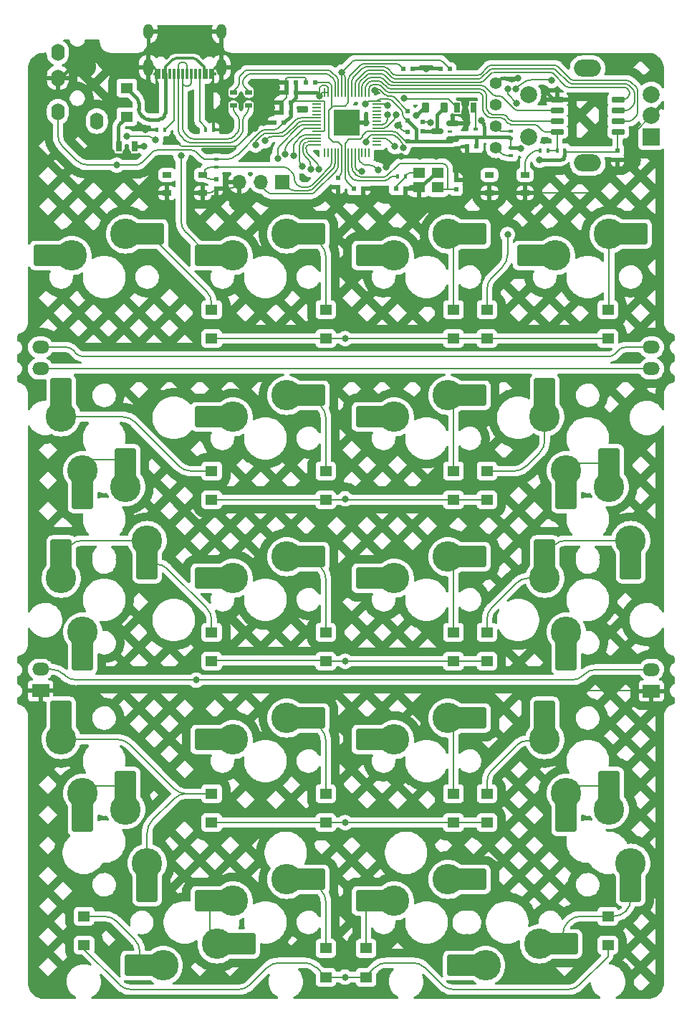
<source format=gbr>
%TF.GenerationSoftware,KiCad,Pcbnew,(6.0.7)*%
%TF.CreationDate,2022-10-13T01:40:36-05:00*%
%TF.ProjectId,Container65,436f6e74-6169-46e6-9572-36352e6b6963,rev?*%
%TF.SameCoordinates,Original*%
%TF.FileFunction,Copper,L2,Bot*%
%TF.FilePolarity,Positive*%
%FSLAX46Y46*%
G04 Gerber Fmt 4.6, Leading zero omitted, Abs format (unit mm)*
G04 Created by KiCad (PCBNEW (6.0.7)) date 2022-10-13 01:40:36*
%MOMM*%
%LPD*%
G01*
G04 APERTURE LIST*
G04 Aperture macros list*
%AMRoundRect*
0 Rectangle with rounded corners*
0 $1 Rounding radius*
0 $2 $3 $4 $5 $6 $7 $8 $9 X,Y pos of 4 corners*
0 Add a 4 corners polygon primitive as box body*
4,1,4,$2,$3,$4,$5,$6,$7,$8,$9,$2,$3,0*
0 Add four circle primitives for the rounded corners*
1,1,$1+$1,$2,$3*
1,1,$1+$1,$4,$5*
1,1,$1+$1,$6,$7*
1,1,$1+$1,$8,$9*
0 Add four rect primitives between the rounded corners*
20,1,$1+$1,$2,$3,$4,$5,0*
20,1,$1+$1,$4,$5,$6,$7,0*
20,1,$1+$1,$6,$7,$8,$9,0*
20,1,$1+$1,$8,$9,$2,$3,0*%
G04 Aperture macros list end*
%TA.AperFunction,SMDPad,CuDef*%
%ADD10RoundRect,0.250000X1.000000X-1.525000X1.000000X1.525000X-1.000000X1.525000X-1.000000X-1.525000X0*%
%TD*%
%TA.AperFunction,ComponentPad*%
%ADD11C,3.600000*%
%TD*%
%TA.AperFunction,SMDPad,CuDef*%
%ADD12RoundRect,0.250000X-1.525000X-1.000000X1.525000X-1.000000X1.525000X1.000000X-1.525000X1.000000X0*%
%TD*%
%TA.AperFunction,SMDPad,CuDef*%
%ADD13RoundRect,0.250000X-1.000000X1.525000X-1.000000X-1.525000X1.000000X-1.525000X1.000000X1.525000X0*%
%TD*%
%TA.AperFunction,SMDPad,CuDef*%
%ADD14RoundRect,0.250000X1.525000X1.000000X-1.525000X1.000000X-1.525000X-1.000000X1.525000X-1.000000X0*%
%TD*%
%TA.AperFunction,WasherPad*%
%ADD15O,3.200000X2.000000*%
%TD*%
%TA.AperFunction,ComponentPad*%
%ADD16R,2.000000X2.000000*%
%TD*%
%TA.AperFunction,ComponentPad*%
%ADD17C,2.000000*%
%TD*%
%TA.AperFunction,ComponentPad*%
%ADD18C,1.397000*%
%TD*%
%TA.AperFunction,SMDPad,CuDef*%
%ADD19RoundRect,0.218750X-0.218750X-0.381250X0.218750X-0.381250X0.218750X0.381250X-0.218750X0.381250X0*%
%TD*%
%TA.AperFunction,SMDPad,CuDef*%
%ADD20R,1.400000X1.200000*%
%TD*%
%TA.AperFunction,SMDPad,CuDef*%
%ADD21R,0.600000X0.500000*%
%TD*%
%TA.AperFunction,ComponentPad*%
%ADD22R,2.000000X1.500000*%
%TD*%
%TA.AperFunction,ComponentPad*%
%ADD23O,2.000000X1.500000*%
%TD*%
%TA.AperFunction,SMDPad,CuDef*%
%ADD24R,0.700000X1.300000*%
%TD*%
%TA.AperFunction,SMDPad,CuDef*%
%ADD25R,0.500000X0.600000*%
%TD*%
%TA.AperFunction,SMDPad,CuDef*%
%ADD26R,0.400000X0.600000*%
%TD*%
%TA.AperFunction,SMDPad,CuDef*%
%ADD27RoundRect,0.150000X0.587500X0.150000X-0.587500X0.150000X-0.587500X-0.150000X0.587500X-0.150000X0*%
%TD*%
%TA.AperFunction,SMDPad,CuDef*%
%ADD28RoundRect,0.065000X-0.460000X-0.260000X0.460000X-0.260000X0.460000X0.260000X-0.460000X0.260000X0*%
%TD*%
%TA.AperFunction,SMDPad,CuDef*%
%ADD29R,0.600000X0.400000*%
%TD*%
%TA.AperFunction,SMDPad,CuDef*%
%ADD30R,1.100000X0.200000*%
%TD*%
%TA.AperFunction,SMDPad,CuDef*%
%ADD31R,0.200000X1.100000*%
%TD*%
%TA.AperFunction,SMDPad,CuDef*%
%ADD32R,3.100000X3.100000*%
%TD*%
%TA.AperFunction,SMDPad,CuDef*%
%ADD33R,0.900000X0.500000*%
%TD*%
%TA.AperFunction,ComponentPad*%
%ADD34R,1.700000X1.700000*%
%TD*%
%TA.AperFunction,ComponentPad*%
%ADD35O,1.700000X1.700000*%
%TD*%
%TA.AperFunction,ComponentPad*%
%ADD36O,1.600000X2.000000*%
%TD*%
%TA.AperFunction,SMDPad,CuDef*%
%ADD37RoundRect,0.150000X-0.650000X-0.150000X0.650000X-0.150000X0.650000X0.150000X-0.650000X0.150000X0*%
%TD*%
%TA.AperFunction,ComponentPad*%
%ADD38O,1.200000X1.800000*%
%TD*%
%TA.AperFunction,ComponentPad*%
%ADD39O,1.200000X2.000000*%
%TD*%
%TA.AperFunction,SMDPad,CuDef*%
%ADD40R,0.300000X1.300000*%
%TD*%
%TA.AperFunction,ViaPad*%
%ADD41C,0.800000*%
%TD*%
%TA.AperFunction,Conductor*%
%ADD42C,0.200000*%
%TD*%
%TA.AperFunction,Conductor*%
%ADD43C,0.400000*%
%TD*%
%TA.AperFunction,Conductor*%
%ADD44C,0.300000*%
%TD*%
G04 APERTURE END LIST*
D10*
%TO.P,MX5,1,COL*%
%TO.N,COL0*%
X46672500Y-74053750D03*
D11*
X46672500Y-71278750D03*
%TO.P,MX5,2,ROW*%
%TO.N,Net-(D5-Pad2)*%
X44132500Y-64928750D03*
D10*
X44132500Y-62148750D03*
%TD*%
D11*
%TO.P,MX15,1,COL*%
%TO.N,COL2*%
X83502500Y-103028750D03*
D12*
X80727500Y-103028750D03*
D11*
%TO.P,MX15,2,ROW*%
%TO.N,Net-(D15-Pad2)*%
X89852500Y-100488750D03*
D12*
X92632500Y-100488750D03*
%TD*%
D10*
%TO.P,MX9,1,COL*%
%TO.N,COL0*%
X46672500Y-93103750D03*
D11*
X46672500Y-90328750D03*
D10*
%TO.P,MX9,2,ROW*%
%TO.N,Net-(D9-Pad2)*%
X44132500Y-81198750D03*
D11*
X44132500Y-83978750D03*
%TD*%
D13*
%TO.P,MX-E-1,1,COL*%
%TO.N,COL0*%
X51752500Y-70408750D03*
D11*
X51752500Y-73183750D03*
D13*
%TO.P,MX-E-1,2,ROW*%
%TO.N,Net-(D9-Pad2)*%
X54292500Y-82313750D03*
D11*
X54292500Y-79533750D03*
%TD*%
D12*
%TO.P,MX3,1,COL*%
%TO.N,COL2*%
X80727500Y-45878750D03*
D11*
X83502500Y-45878750D03*
D12*
%TO.P,MX3,2,ROW*%
%TO.N,Net-(D3-Pad2)*%
X92632500Y-43338750D03*
D11*
X89852500Y-43338750D03*
%TD*%
%TO.P,MX6,1,COL*%
%TO.N,COL1*%
X64452500Y-64928750D03*
D12*
X61677500Y-64928750D03*
%TO.P,MX6,2,ROW*%
%TO.N,Net-(D6-Pad2)*%
X73582500Y-62388750D03*
D11*
X70802500Y-62388750D03*
%TD*%
%TO.P,MX2,1,COL*%
%TO.N,COL1*%
X64452500Y-45878750D03*
D12*
X61677500Y-45878750D03*
D11*
%TO.P,MX2,2,ROW*%
%TO.N,Net-(D2-Pad2)*%
X70802500Y-43338750D03*
D12*
X73582500Y-43338750D03*
%TD*%
D11*
%TO.P,MX-E-4,1,COL*%
%TO.N,Net-(D20-Pad2)*%
X100647500Y-127158750D03*
D14*
X103422500Y-127158750D03*
D11*
%TO.P,MX-E-4,2,ROW*%
%TO.N,COL3*%
X94297500Y-129698750D03*
D14*
X91517500Y-129698750D03*
%TD*%
D13*
%TO.P,MX-E-2,1,COL*%
%TO.N,COL3*%
X108902500Y-70408750D03*
D11*
X108902500Y-73183750D03*
D13*
%TO.P,MX-E-2,2,ROW*%
%TO.N,Net-(D12-Pad2)*%
X111442500Y-82313750D03*
D11*
X111442500Y-79533750D03*
%TD*%
D12*
%TO.P,MX14,1,COL*%
%TO.N,COL1*%
X61677500Y-103028750D03*
D11*
X64452500Y-103028750D03*
D12*
%TO.P,MX14,2,ROW*%
%TO.N,Net-(D14-Pad2)*%
X73582500Y-100488750D03*
D11*
X70802500Y-100488750D03*
%TD*%
D12*
%TO.P,MX11,1,COL*%
%TO.N,COL2*%
X80727500Y-83978750D03*
D11*
X83502500Y-83978750D03*
%TO.P,MX11,2,ROW*%
%TO.N,Net-(D11-Pad2)*%
X89852500Y-81438750D03*
D12*
X92632500Y-81438750D03*
%TD*%
D11*
%TO.P,MX17,1,COL*%
%TO.N,COL1*%
X62547500Y-127158750D03*
D14*
X65322500Y-127158750D03*
%TO.P,MX17,2,ROW*%
%TO.N,Net-(D17-Pad2)*%
X53417500Y-129698750D03*
D11*
X56197500Y-129698750D03*
%TD*%
D10*
%TO.P,MX16,1,COL*%
%TO.N,COL3*%
X103822500Y-112153750D03*
D11*
X103822500Y-109378750D03*
%TO.P,MX16,2,ROW*%
%TO.N,Net-(D16-Pad2)*%
X101282500Y-103028750D03*
D10*
X101282500Y-100248750D03*
%TD*%
%TO.P,MX12,1,COL*%
%TO.N,COL3*%
X103822500Y-93103750D03*
D11*
X103822500Y-90328750D03*
%TO.P,MX12,2,ROW*%
%TO.N,Net-(D12-Pad2)*%
X101282500Y-83978750D03*
D10*
X101282500Y-81198750D03*
%TD*%
D11*
%TO.P,MX18,1,COL*%
%TO.N,COL1*%
X64452500Y-122078750D03*
D12*
X61677500Y-122078750D03*
D11*
%TO.P,MX18,2,ROW*%
%TO.N,Net-(D18-Pad2)*%
X70802500Y-119538750D03*
D12*
X73582500Y-119538750D03*
%TD*%
D11*
%TO.P,MX10,1,COL*%
%TO.N,COL1*%
X64452500Y-83978750D03*
D12*
X61677500Y-83978750D03*
%TO.P,MX10,2,ROW*%
%TO.N,Net-(D10-Pad2)*%
X73582500Y-81438750D03*
D11*
X70802500Y-81438750D03*
%TD*%
D15*
%TO.P,SW1,*%
%TO.N,*%
X106362500Y-34968750D03*
X106362500Y-23768750D03*
D16*
%TO.P,SW1,A,A*%
%TO.N,encB*%
X113862500Y-31868750D03*
D17*
%TO.P,SW1,B,B*%
%TO.N,encA*%
X113862500Y-26868750D03*
%TO.P,SW1,C,C*%
%TO.N,GND*%
X113862500Y-29368750D03*
%TO.P,SW1,S1,S1*%
%TO.N,Net-(D23-Pad2)*%
X99362500Y-26868750D03*
%TO.P,SW1,S2,S2*%
%TO.N,COL3*%
X99362500Y-31868750D03*
%TD*%
D13*
%TO.P,MX20,1,COL*%
%TO.N,COL3*%
X108902500Y-108508750D03*
D11*
X108902500Y-111283750D03*
D13*
%TO.P,MX20,2,ROW*%
%TO.N,Net-(D20-Pad2)*%
X111442500Y-120413750D03*
D11*
X111442500Y-117633750D03*
%TD*%
%TO.P,MX8,1,COL*%
%TO.N,COL3*%
X103822500Y-71278750D03*
D10*
X103822500Y-74053750D03*
%TO.P,MX8,2,ROW*%
%TO.N,Net-(D8-Pad2)*%
X101282500Y-62148750D03*
D11*
X101282500Y-64928750D03*
%TD*%
D12*
%TO.P,MX7,1,COL*%
%TO.N,COL2*%
X80727500Y-64928750D03*
D11*
X83502500Y-64928750D03*
%TO.P,MX7,2,ROW*%
%TO.N,Net-(D7-Pad2)*%
X89852500Y-62388750D03*
D12*
X92632500Y-62388750D03*
%TD*%
D11*
%TO.P,MX19,1,COL*%
%TO.N,Net-(D19-Pad2)*%
X83502500Y-122078750D03*
D12*
X80727500Y-122078750D03*
D11*
%TO.P,MX19,2,ROW*%
%TO.N,COL2*%
X89852500Y-119538750D03*
D12*
X92632500Y-119538750D03*
%TD*%
D11*
%TO.P,MX4,1,COL*%
%TO.N,COL3*%
X102552500Y-45878750D03*
D12*
X99777500Y-45878750D03*
D11*
%TO.P,MX4,2,ROW*%
%TO.N,Net-(D4-Pad2)*%
X108902500Y-43338750D03*
D12*
X111682500Y-43338750D03*
%TD*%
D18*
%TO.P,OL1,1,SDA*%
%TO.N,SDA*%
X95517500Y-33178750D03*
%TO.P,OL1,2,SCL*%
%TO.N,SCL*%
X95517500Y-30638750D03*
%TO.P,OL1,3,VCC*%
%TO.N,+3V3*%
X95517500Y-28098750D03*
%TO.P,OL1,4,GND*%
%TO.N,GND*%
X95517500Y-25558750D03*
%TD*%
D11*
%TO.P,MX1,1,COL*%
%TO.N,COL0*%
X45402500Y-45878750D03*
D12*
X42627500Y-45878750D03*
%TO.P,MX1,2,ROW*%
%TO.N,Net-(D1-Pad2)*%
X54532500Y-43338750D03*
D11*
X51752500Y-43338750D03*
%TD*%
D13*
%TO.P,MX-E-3,1,COL*%
%TO.N,COL0*%
X51752500Y-108508750D03*
D11*
X51752500Y-111283750D03*
D13*
%TO.P,MX-E-3,2,ROW*%
%TO.N,Net-(D13-Pad2)*%
X54292500Y-120413750D03*
D11*
X54292500Y-117633750D03*
%TD*%
D10*
%TO.P,MX13,1,COL*%
%TO.N,COL0*%
X46672500Y-112153750D03*
D11*
X46672500Y-109378750D03*
D10*
%TO.P,MX13,2,ROW*%
%TO.N,Net-(D13-Pad2)*%
X44132500Y-100248750D03*
D11*
X44132500Y-103028750D03*
%TD*%
D19*
%TO.P,FB1,1*%
%TO.N,Net-(F1-Pad2)*%
X87225000Y-28425000D03*
%TO.P,FB1,2*%
%TO.N,+5V*%
X89350000Y-28425000D03*
%TD*%
D20*
%TO.P,D14,1,K*%
%TO.N,ROW3*%
X75406250Y-112825000D03*
%TO.P,D14,2,A*%
%TO.N,Net-(D14-Pad2)*%
X75406250Y-109425000D03*
%TD*%
D21*
%TO.P,C10,1*%
%TO.N,+3V3*%
X70437500Y-30225000D03*
%TO.P,C10,2*%
%TO.N,GND*%
X69337500Y-30225000D03*
%TD*%
D20*
%TO.P,D4,1,K*%
%TO.N,ROW0*%
X108743750Y-55675000D03*
%TO.P,D4,2,A*%
%TO.N,Net-(D4-Pad2)*%
X108743750Y-52275000D03*
%TD*%
%TO.P,D8,1,K*%
%TO.N,ROW1*%
X94456250Y-74725000D03*
%TO.P,D8,2,A*%
%TO.N,Net-(D8-Pad2)*%
X94456250Y-71325000D03*
%TD*%
D22*
%TO.P,J3,1,Pin_1*%
%TO.N,GND*%
X41687500Y-97283750D03*
D23*
%TO.P,J3,2,Pin_2*%
%TO.N,+3V3*%
X41687500Y-94743750D03*
%TD*%
D24*
%TO.P,D22,1,K*%
%TO.N,USER_LED*%
X90937500Y-28425000D03*
%TO.P,D22,2,A*%
%TO.N,Net-(D22-Pad2)*%
X92837500Y-28425000D03*
%TD*%
D21*
%TO.P,C15,1*%
%TO.N,+3V3*%
X71237500Y-29025000D03*
%TO.P,C15,2*%
%TO.N,GND*%
X70137500Y-29025000D03*
%TD*%
D25*
%TO.P,C4,1*%
%TO.N,+5V*%
X86887500Y-31175000D03*
%TO.P,C4,2*%
%TO.N,GND*%
X86887500Y-30075000D03*
%TD*%
D20*
%TO.P,D23,1,K*%
%TO.N,ROW0*%
X94456250Y-55675000D03*
%TO.P,D23,2,A*%
%TO.N,Net-(D23-Pad2)*%
X94456250Y-52275000D03*
%TD*%
D25*
%TO.P,C17,1*%
%TO.N,+1V1*%
X76887500Y-36675000D03*
%TO.P,C17,2*%
%TO.N,GND*%
X76887500Y-37775000D03*
%TD*%
D20*
%TO.P,D10,1,K*%
%TO.N,ROW2*%
X75406250Y-93775000D03*
%TO.P,D10,2,A*%
%TO.N,Net-(D10-Pad2)*%
X75406250Y-90375000D03*
%TD*%
%TO.P,D15,1,K*%
%TO.N,ROW3*%
X90487500Y-112825000D03*
%TO.P,D15,2,A*%
%TO.N,Net-(D15-Pad2)*%
X90487500Y-109425000D03*
%TD*%
%TO.P,D12,1,K*%
%TO.N,ROW2*%
X94456250Y-93775000D03*
%TO.P,D12,2,A*%
%TO.N,Net-(D12-Pad2)*%
X94456250Y-90375000D03*
%TD*%
%TO.P,D1,1,K*%
%TO.N,ROW0*%
X61912500Y-55675000D03*
%TO.P,D1,2,A*%
%TO.N,Net-(D1-Pad2)*%
X61912500Y-52275000D03*
%TD*%
%TO.P,D3,1,K*%
%TO.N,ROW0*%
X90487500Y-55675000D03*
%TO.P,D3,2,A*%
%TO.N,Net-(D3-Pad2)*%
X90487500Y-52275000D03*
%TD*%
D26*
%TO.P,R4,1*%
%TO.N,+3V3*%
X103637500Y-33475000D03*
%TO.P,R4,2*%
%TO.N,QSPI_SS*%
X102737500Y-33475000D03*
%TD*%
D27*
%TO.P,U3,1,GND*%
%TO.N,GND*%
X90425000Y-30275000D03*
%TO.P,U3,2,VO*%
%TO.N,+3V3*%
X90425000Y-32175000D03*
%TO.P,U3,3,VI*%
%TO.N,+5V*%
X88550000Y-31225000D03*
%TD*%
D28*
%TO.P,U5,1,A*%
%TO.N,GND*%
X94754776Y-38499871D03*
%TO.P,U5,2,B*%
X98954776Y-38499871D03*
%TO.P,U5,3,C*%
%TO.N,Net-(R5-Pad2)*%
X94754776Y-36349871D03*
%TO.P,U5,4,D*%
X98954776Y-36349871D03*
%TD*%
D29*
%TO.P,R9,1*%
%TO.N,+3V3*%
X93087500Y-31875000D03*
%TO.P,R9,2*%
%TO.N,Net-(D22-Pad2)*%
X93087500Y-30975000D03*
%TD*%
%TO.P,R11,1*%
%TO.N,+3V3*%
X97287500Y-33175000D03*
%TO.P,R11,2*%
%TO.N,SDA*%
X97287500Y-34075000D03*
%TD*%
D30*
%TO.P,U1,1,IOVDD*%
%TO.N,+3V3*%
X81437665Y-27624924D03*
%TO.P,U1,2,GPIO0*%
%TO.N,USER_LED*%
X81437665Y-28024975D03*
%TO.P,U1,3,GPIO1*%
%TO.N,unconnected-(U1-Pad3)*%
X81437665Y-28425025D03*
%TO.P,U1,4,GPIO2*%
%TO.N,unconnected-(U1-Pad4)*%
X81437665Y-28825076D03*
%TO.P,U1,5,GPIO3*%
%TO.N,unconnected-(U1-Pad5)*%
X81437665Y-29224873D03*
%TO.P,U1,6,GPIO4*%
%TO.N,unconnected-(U1-Pad6)*%
X81437665Y-29624924D03*
%TO.P,U1,7,GPIO5*%
%TO.N,unconnected-(U1-Pad7)*%
X81437665Y-30024975D03*
%TO.P,U1,8,GPIO6*%
%TO.N,encA*%
X81437665Y-30425025D03*
%TO.P,U1,9,GPIO7*%
%TO.N,encB*%
X81437665Y-30825076D03*
%TO.P,U1,10,IOVDD*%
%TO.N,+3V3*%
X81437665Y-31224873D03*
%TO.P,U1,11,GPIO8*%
%TO.N,SDA*%
X81437665Y-31624924D03*
%TO.P,U1,12,GPIO9*%
%TO.N,SCL*%
X81437665Y-32024975D03*
%TO.P,U1,13,GPIO10*%
%TO.N,unconnected-(U1-Pad13)*%
X81437665Y-32425025D03*
%TO.P,U1,14,GPIO11*%
%TO.N,unconnected-(U1-Pad14)*%
X81437665Y-32825076D03*
D31*
%TO.P,U1,15,GPIO12*%
%TO.N,unconnected-(U1-Pad15)*%
X80487449Y-33775038D03*
%TO.P,U1,16,GPIO13*%
%TO.N,unconnected-(U1-Pad16)*%
X80087652Y-33775038D03*
%TO.P,U1,17,GPIO14*%
%TO.N,unconnected-(U1-Pad17)*%
X79687602Y-33775038D03*
%TO.P,U1,18,GPIO15*%
%TO.N,COL3*%
X79287551Y-33775038D03*
%TO.P,U1,19,TESTEN*%
%TO.N,GND*%
X78887500Y-33775038D03*
%TO.P,U1,20,XIN*%
%TO.N,OSC_OUT*%
X78487449Y-33775038D03*
%TO.P,U1,21,XOUT*%
%TO.N,XOUT_MCU*%
X78087652Y-33775038D03*
%TO.P,U1,22,IOVDD*%
%TO.N,+3V3*%
X77687602Y-33775038D03*
%TO.P,U1,23,DVDD*%
%TO.N,+1V1*%
X77287551Y-33775038D03*
%TO.P,U1,24,SWCLK*%
%TO.N,SWCLK*%
X76887500Y-33775038D03*
%TO.P,U1,25,SWD*%
%TO.N,SWD*%
X76487449Y-33775038D03*
%TO.P,U1,26,RUN*%
%TO.N,RUN*%
X76087652Y-33775038D03*
%TO.P,U1,27,GPIO16*%
%TO.N,unconnected-(U1-Pad27)*%
X75687602Y-33775038D03*
%TO.P,U1,28,GPIO17*%
%TO.N,unconnected-(U1-Pad28)*%
X75287551Y-33775038D03*
D30*
%TO.P,U1,29,GPIO18*%
%TO.N,ROW4*%
X74337335Y-32825076D03*
%TO.P,U1,30,GPIO19*%
%TO.N,ROW3*%
X74337335Y-32425025D03*
%TO.P,U1,31,GPIO20*%
%TO.N,ROW2*%
X74337335Y-32024975D03*
%TO.P,U1,32,GPIO21*%
%TO.N,COL2*%
X74337335Y-31624924D03*
%TO.P,U1,33,IOVDD*%
%TO.N,+3V3*%
X74337335Y-31224873D03*
%TO.P,U1,34,GPIO22*%
%TO.N,ROW1*%
X74337335Y-30825076D03*
%TO.P,U1,35,GPIO23*%
%TO.N,ROW0*%
X74337335Y-30425025D03*
%TO.P,U1,36,GPIO24*%
%TO.N,COL1*%
X74337335Y-30024975D03*
%TO.P,U1,37,GPIO25*%
%TO.N,COL0*%
X74337335Y-29624924D03*
%TO.P,U1,38,GPIO26_ADC0*%
%TO.N,unconnected-(U1-Pad38)*%
X74337335Y-29224873D03*
%TO.P,U1,39,GPIO27_ADC1*%
%TO.N,unconnected-(U1-Pad39)*%
X74337335Y-28825076D03*
%TO.P,U1,40,GPIO28_ADC2*%
%TO.N,unconnected-(U1-Pad40)*%
X74337335Y-28425025D03*
%TO.P,U1,41,GPIO29_ADC3*%
%TO.N,unconnected-(U1-Pad41)*%
X74337335Y-28024975D03*
%TO.P,U1,42,IOVDD*%
%TO.N,+3V3*%
X74337335Y-27624924D03*
D31*
%TO.P,U1,43,ADC_AVDD*%
X75287551Y-26674962D03*
%TO.P,U1,44,VREG_IN*%
X75687602Y-26674962D03*
%TO.P,U1,45,VREG_VOUT*%
%TO.N,+1V1*%
X76087652Y-26674962D03*
%TO.P,U1,46,USB_DM*%
%TO.N,USB_MCU-*%
X76487449Y-26674962D03*
%TO.P,U1,47,USB_DP*%
%TO.N,USB_MCU+*%
X76887500Y-26674962D03*
%TO.P,U1,48,USB_VDD*%
%TO.N,+3V3*%
X77287551Y-26674962D03*
%TO.P,U1,49,IOVDD*%
X77687602Y-26674962D03*
%TO.P,U1,50,DVDD*%
%TO.N,+1V1*%
X78087652Y-26674962D03*
%TO.P,U1,51,QSPI_SD3*%
%TO.N,QSPI_SD3*%
X78487449Y-26674962D03*
%TO.P,U1,52,QSPI_SCLK*%
%TO.N,QSPI_SCLK*%
X78887500Y-26674962D03*
%TO.P,U1,53,QSPI_SD0*%
%TO.N,QSPI_SD0*%
X79287551Y-26674962D03*
%TO.P,U1,54,QSPI_SD2*%
%TO.N,QSPI_SD2*%
X79687602Y-26674962D03*
%TO.P,U1,55,QSPI_SD1*%
%TO.N,QSPI_SD1*%
X80087652Y-26674962D03*
%TO.P,U1,56,QSPI_SS*%
%TO.N,QSPI_SS*%
X80487449Y-26674962D03*
D32*
%TO.P,U1,57,GND*%
%TO.N,GND*%
X77887500Y-30224873D03*
%TD*%
D26*
%TO.P,R7,1*%
%TO.N,CC1*%
X56337500Y-31025000D03*
%TO.P,R7,2*%
%TO.N,GND*%
X55437500Y-31025000D03*
%TD*%
D20*
%TO.P,D21,1,K*%
%TO.N,Net-(D21-Pad1)*%
X51887500Y-29500000D03*
%TO.P,D21,2,A*%
%TO.N,VBUS*%
X51887500Y-26100000D03*
%TD*%
%TO.P,D17,1,K*%
%TO.N,ROW4*%
X46831250Y-127300000D03*
%TO.P,D17,2,A*%
%TO.N,Net-(D17-Pad2)*%
X46831250Y-123900000D03*
%TD*%
%TO.P,D18,1,K*%
%TO.N,ROW4*%
X75406250Y-131081250D03*
%TO.P,D18,2,A*%
%TO.N,Net-(D18-Pad2)*%
X75406250Y-127681250D03*
%TD*%
%TO.P,D9,1,K*%
%TO.N,ROW2*%
X61912500Y-93775000D03*
%TO.P,D9,2,A*%
%TO.N,Net-(D9-Pad2)*%
X61912500Y-90375000D03*
%TD*%
%TO.P,D20,1,K*%
%TO.N,ROW4*%
X108743750Y-127300000D03*
%TO.P,D20,2,A*%
%TO.N,Net-(D20-Pad2)*%
X108743750Y-123900000D03*
%TD*%
D25*
%TO.P,C13,1*%
%TO.N,+3V3*%
X85087500Y-29918750D03*
%TO.P,C13,2*%
%TO.N,GND*%
X85087500Y-28818750D03*
%TD*%
D20*
%TO.P,D5,1,K*%
%TO.N,ROW1*%
X61912500Y-74725000D03*
%TO.P,D5,2,A*%
%TO.N,Net-(D5-Pad2)*%
X61912500Y-71325000D03*
%TD*%
D21*
%TO.P,C8,1*%
%TO.N,+3V3*%
X71837500Y-25425000D03*
%TO.P,C8,2*%
%TO.N,GND*%
X70737500Y-25425000D03*
%TD*%
D23*
%TO.P,J6,1,Pin_1*%
%TO.N,SDA*%
X113887500Y-59252500D03*
%TO.P,J6,2,Pin_2*%
%TO.N,SCL*%
X113887500Y-56712500D03*
%TD*%
D21*
%TO.P,C2,1*%
%TO.N,+1V1*%
X74137500Y-25425000D03*
%TO.P,C2,2*%
%TO.N,GND*%
X73037500Y-25425000D03*
%TD*%
D24*
%TO.P,F1,1*%
%TO.N,Net-(D21-Pad1)*%
X50937500Y-33025000D03*
%TO.P,F1,2*%
%TO.N,Net-(F1-Pad2)*%
X52837500Y-33025000D03*
%TD*%
D26*
%TO.P,R3,1*%
%TO.N,OSC_IN*%
X84787500Y-36500000D03*
%TO.P,R3,2*%
%TO.N,XOUT_MCU*%
X83887500Y-36500000D03*
%TD*%
%TO.P,R5,1*%
%TO.N,QSPI_SS*%
X101637500Y-33475000D03*
%TO.P,R5,2*%
%TO.N,Net-(R5-Pad2)*%
X100737500Y-33475000D03*
%TD*%
D21*
%TO.P,C7,1*%
%TO.N,OSC_IN*%
X83687500Y-38000000D03*
%TO.P,C7,2*%
%TO.N,GND*%
X84787500Y-38000000D03*
%TD*%
D33*
%TO.P,R1,1*%
%TO.N,USB_MCU+*%
X64487500Y-26675000D03*
%TO.P,R1,2*%
%TO.N,USB+*%
X64487500Y-28175000D03*
%TD*%
D29*
%TO.P,R10,1*%
%TO.N,+3V3*%
X97287500Y-32075000D03*
%TO.P,R10,2*%
%TO.N,SCL*%
X97287500Y-31175000D03*
%TD*%
D21*
%TO.P,C16,1*%
%TO.N,+1V1*%
X84537500Y-23825000D03*
%TO.P,C16,2*%
%TO.N,GND*%
X85637500Y-23825000D03*
%TD*%
D20*
%TO.P,D6,1,K*%
%TO.N,ROW1*%
X75406250Y-74725000D03*
%TO.P,D6,2,A*%
%TO.N,Net-(D6-Pad2)*%
X75406250Y-71325000D03*
%TD*%
D29*
%TO.P,R8,1*%
%TO.N,RUN*%
X62487500Y-35450000D03*
%TO.P,R8,2*%
%TO.N,+3V3*%
X62487500Y-34550000D03*
%TD*%
D20*
%TO.P,D11,1,K*%
%TO.N,ROW2*%
X90487500Y-93775000D03*
%TO.P,D11,2,A*%
%TO.N,Net-(D11-Pad2)*%
X90487500Y-90375000D03*
%TD*%
%TO.P,D13,1,K*%
%TO.N,ROW3*%
X61912500Y-112825000D03*
%TO.P,D13,2,A*%
%TO.N,Net-(D13-Pad2)*%
X61912500Y-109425000D03*
%TD*%
D25*
%TO.P,C6,1*%
%TO.N,OSC_OUT*%
X90837500Y-38050000D03*
%TO.P,C6,2*%
%TO.N,GND*%
X90837500Y-36950000D03*
%TD*%
D20*
%TO.P,D19,1,K*%
%TO.N,ROW4*%
X80168750Y-131081250D03*
%TO.P,D19,2,A*%
%TO.N,Net-(D19-Pad2)*%
X80168750Y-127681250D03*
%TD*%
D25*
%TO.P,C12,1*%
%TO.N,+3V3*%
X85087500Y-32375000D03*
%TO.P,C12,2*%
%TO.N,GND*%
X85087500Y-31275000D03*
%TD*%
D21*
%TO.P,C5,1*%
%TO.N,+3V3*%
X93237500Y-33025000D03*
%TO.P,C5,2*%
%TO.N,GND*%
X92137500Y-33025000D03*
%TD*%
D34*
%TO.P,J1,1,Pin_1*%
%TO.N,SWD*%
X70287500Y-37200000D03*
D35*
%TO.P,J1,2,Pin_2*%
%TO.N,SWCLK*%
X67747500Y-37200000D03*
%TO.P,J1,3,Pin_3*%
%TO.N,GND*%
X65207500Y-37200000D03*
%TD*%
D20*
%TO.P,Y1,1,1*%
%TO.N,OSC_OUT*%
X88637500Y-37850000D03*
%TO.P,Y1,2,2*%
%TO.N,GND*%
X86437500Y-37850000D03*
%TO.P,Y1,3,3*%
%TO.N,OSC_IN*%
X86437500Y-36150000D03*
%TO.P,Y1,4,4*%
%TO.N,GND*%
X88637500Y-36150000D03*
%TD*%
%TO.P,D2,1,K*%
%TO.N,ROW0*%
X75406250Y-55675000D03*
%TO.P,D2,2,A*%
%TO.N,Net-(D2-Pad2)*%
X75406250Y-52275000D03*
%TD*%
D28*
%TO.P,U6,1,A*%
%TO.N,GND*%
X56654776Y-38499871D03*
%TO.P,U6,2,B*%
X60854776Y-38499871D03*
%TO.P,U6,3,C*%
%TO.N,RUN*%
X56654776Y-36349871D03*
%TO.P,U6,4,D*%
X60854776Y-36349871D03*
%TD*%
D33*
%TO.P,R2,1*%
%TO.N,USB_MCU-*%
X66287500Y-26675000D03*
%TO.P,R2,2*%
%TO.N,USB-*%
X66287500Y-28175000D03*
%TD*%
D20*
%TO.P,D16,1,K*%
%TO.N,ROW3*%
X94456250Y-112825000D03*
%TO.P,D16,2,A*%
%TO.N,Net-(D16-Pad2)*%
X94456250Y-109425000D03*
%TD*%
D23*
%TO.P,J4,1,Pin_1*%
%TO.N,SDA*%
X41687500Y-59252500D03*
%TO.P,J4,2,Pin_2*%
%TO.N,SCL*%
X41687500Y-56712500D03*
%TD*%
D21*
%TO.P,C11,1*%
%TO.N,+3V3*%
X78737500Y-38000000D03*
%TO.P,C11,2*%
%TO.N,GND*%
X79837500Y-38000000D03*
%TD*%
D25*
%TO.P,C18,1*%
%TO.N,RUN*%
X62487500Y-36850000D03*
%TO.P,C18,2*%
%TO.N,GND*%
X62487500Y-37950000D03*
%TD*%
D36*
%TO.P,U7,1,SLEEVE*%
%TO.N,SCL*%
X48337500Y-30000000D03*
%TO.P,U7,2,TIP*%
%TO.N,+3V3*%
X43737500Y-28900000D03*
%TO.P,U7,3,RING1*%
%TO.N,GND*%
X43737500Y-24900000D03*
%TO.P,U7,4,RING2*%
%TO.N,SDA*%
X43737500Y-21900000D03*
%TD*%
D20*
%TO.P,D7,1,K*%
%TO.N,ROW1*%
X90487500Y-74725000D03*
%TO.P,D7,2,A*%
%TO.N,Net-(D7-Pad2)*%
X90487500Y-71325000D03*
%TD*%
D21*
%TO.P,C14,1*%
%TO.N,+3V3*%
X90037500Y-23825000D03*
%TO.P,C14,2*%
%TO.N,GND*%
X88937500Y-23825000D03*
%TD*%
%TO.P,C9,1*%
%TO.N,+3V3*%
X71237500Y-27825000D03*
%TO.P,C9,2*%
%TO.N,GND*%
X70137500Y-27825000D03*
%TD*%
D26*
%TO.P,R6,1*%
%TO.N,CC2*%
X61237500Y-31025000D03*
%TO.P,R6,2*%
%TO.N,GND*%
X62137500Y-31025000D03*
%TD*%
D22*
%TO.P,J5,1,Pin_1*%
%TO.N,GND*%
X113887500Y-97293750D03*
D23*
%TO.P,J5,2,Pin_2*%
%TO.N,+3V3*%
X113887500Y-94753750D03*
%TD*%
D37*
%TO.P,U4,1,~{CS}*%
%TO.N,QSPI_SS*%
X102762500Y-31273750D03*
%TO.P,U4,2,DO(IO1)*%
%TO.N,QSPI_SD1*%
X102762500Y-30003750D03*
%TO.P,U4,3,IO2*%
%TO.N,QSPI_SD2*%
X102762500Y-28733750D03*
%TO.P,U4,4,GND*%
%TO.N,GND*%
X102762500Y-27463750D03*
%TO.P,U4,5,DI(IO0)*%
%TO.N,QSPI_SD0*%
X109962500Y-27463750D03*
%TO.P,U4,6,CLK*%
%TO.N,QSPI_SCLK*%
X109962500Y-28733750D03*
%TO.P,U4,7,IO3*%
%TO.N,QSPI_SD3*%
X109962500Y-30003750D03*
%TO.P,U4,8,VCC*%
%TO.N,+3V3*%
X109962500Y-31273750D03*
%TD*%
D21*
%TO.P,C1,1*%
%TO.N,+3V3*%
X71837500Y-26625000D03*
%TO.P,C1,2*%
%TO.N,GND*%
X70737500Y-26625000D03*
%TD*%
D38*
%TO.P,U2,0,0*%
%TO.N,GND*%
X54411363Y-19453362D03*
D39*
X63061605Y-23653261D03*
X54411363Y-23653261D03*
D38*
X63061605Y-19453362D03*
D40*
%TO.P,U2,A1,GND*%
X55386471Y-24421587D03*
%TO.P,U2,A4,VBUS*%
%TO.N,VBUS*%
X56186573Y-24421587D03*
%TO.P,U2,A5,CC1*%
%TO.N,CC1*%
X57486547Y-24421587D03*
%TO.P,U2,A6,DP1*%
%TO.N,USB+*%
X58486547Y-24421587D03*
%TO.P,U2,A7,DN1*%
%TO.N,USB-*%
X58986420Y-24421587D03*
%TO.P,U2,A8,SBU1*%
%TO.N,unconnected-(U2-PadA8)*%
X59986166Y-24421587D03*
%TO.P,U2,A9,VBUS*%
%TO.N,VBUS*%
X61286649Y-24421587D03*
%TO.P,U2,A12,GND*%
%TO.N,GND*%
X62086497Y-24421587D03*
%TO.P,U2,B1,GND*%
X61786522Y-24421587D03*
%TO.P,U2,B4,VBUS*%
%TO.N,VBUS*%
X60986420Y-24421587D03*
%TO.P,U2,B5,CC2*%
%TO.N,CC2*%
X60486547Y-24421587D03*
%TO.P,U2,B6,DP2*%
%TO.N,USB+*%
X59486547Y-24421587D03*
%TO.P,U2,B7,DN2*%
%TO.N,USB-*%
X57986420Y-24421587D03*
%TO.P,U2,B8,SBU2*%
%TO.N,unconnected-(U2-PadB8)*%
X56986420Y-24421587D03*
%TO.P,U2,B9,VBUS*%
%TO.N,VBUS*%
X56486547Y-24421587D03*
%TO.P,U2,B12,GND*%
%TO.N,GND*%
X55686446Y-24421587D03*
%TD*%
D25*
%TO.P,C3,1*%
%TO.N,+3V3*%
X109887500Y-33475000D03*
%TO.P,C3,2*%
%TO.N,GND*%
X109887500Y-34575000D03*
%TD*%
D41*
%TO.N,GND*%
X68087500Y-30225000D03*
X90287500Y-34200000D03*
X54087500Y-31025000D03*
X92037500Y-36050000D03*
X65087500Y-23600000D03*
X63287500Y-31025000D03*
X82437500Y-38400000D03*
X88487500Y-34200000D03*
X88437500Y-39400000D03*
X111287500Y-34625000D03*
X83908743Y-30561325D03*
X86487500Y-34200000D03*
X94687500Y-39600000D03*
X90637500Y-39400000D03*
X86437500Y-39400000D03*
X46887500Y-23600000D03*
X82492768Y-35397810D03*
X98087500Y-24924001D03*
X69087500Y-29025000D03*
X80168750Y-30162500D03*
X98887500Y-39600000D03*
X65287500Y-39400000D03*
X84237500Y-39400000D03*
X61003750Y-97283750D03*
X81186951Y-26380623D03*
X101287500Y-26225000D03*
X87287500Y-23825000D03*
X84287500Y-34200000D03*
X69487500Y-25425000D03*
X79687500Y-35925500D03*
X92087500Y-30225000D03*
X67034657Y-30909405D03*
X92037500Y-38000000D03*
X57287500Y-32000000D03*
X56687500Y-39600000D03*
X52287500Y-23600000D03*
X79887500Y-39000000D03*
X87750500Y-30162500D03*
%TO.N,+3V3*%
X74687500Y-27025000D03*
X60087500Y-96000000D03*
X77287500Y-24225000D03*
X100687500Y-34625000D03*
X93787000Y-29900000D03*
X80087500Y-28025000D03*
X98487500Y-33225000D03*
X50687500Y-35200000D03*
%TO.N,ROW0*%
X69708938Y-34392805D03*
X77687500Y-55675000D03*
%TO.N,ROW1*%
X70591942Y-33924500D03*
X77687500Y-74600000D03*
%TO.N,ROW2*%
X72613494Y-35324500D03*
X77687500Y-93775000D03*
%TO.N,ROW3*%
X77687500Y-112825000D03*
X73612997Y-35724500D03*
%TO.N,ROW4*%
X74612500Y-35724500D03*
X77687500Y-131081250D03*
%TO.N,USER_LED*%
X84687500Y-27324500D03*
X82687500Y-28124500D03*
%TO.N,Net-(F1-Pad2)*%
X53887500Y-33025000D03*
X86087500Y-29368750D03*
%TO.N,COL3*%
X81569806Y-35781406D03*
%TO.N,COL0*%
X55287500Y-32225000D03*
X67105025Y-32817525D03*
X51887500Y-31825000D03*
%TO.N,COL2*%
X71573272Y-34114228D03*
%TO.N,COL1*%
X68192878Y-32330378D03*
X58287500Y-34125500D03*
%TO.N,SDA*%
X80146135Y-32505545D03*
X84532274Y-33190983D03*
%TO.N,SCL*%
X83551523Y-32998283D03*
%TO.N,Net-(D23-Pad2)*%
X96887500Y-43400000D03*
%TO.N,encB*%
X96887500Y-26225000D03*
X83687002Y-29224000D03*
X97982122Y-27930378D03*
%TO.N,encA*%
X82687500Y-29225000D03*
X102087500Y-25225000D03*
X97887003Y-26225000D03*
%TD*%
D42*
%TO.N,GND*%
X81483457Y-26193750D02*
X81373824Y-26193750D01*
D43*
X92037500Y-37000000D02*
X92037500Y-36050000D01*
X90473286Y-34200000D02*
X90287500Y-34200000D01*
D42*
X87663000Y-30075000D02*
X87750500Y-30162500D01*
X70737500Y-26625000D02*
X70737500Y-27225000D01*
D43*
X92037500Y-38185786D02*
X92037500Y-38000000D01*
D42*
X111237500Y-34575000D02*
X111287500Y-34625000D01*
D43*
X63061605Y-23653261D02*
X63061605Y-19453362D01*
D42*
X73037500Y-25425000D02*
X73037500Y-24975000D01*
D43*
X83144607Y-39107107D02*
X82437500Y-38400000D01*
D42*
X86887500Y-30075000D02*
X87663000Y-30075000D01*
X58726714Y-33025000D02*
X64504848Y-33025000D01*
D43*
X43737500Y-24900000D02*
X43787500Y-24900000D01*
D42*
X94754776Y-39532724D02*
X94687500Y-39600000D01*
D43*
X83394607Y-34492893D02*
X82487500Y-35400000D01*
D42*
X88937500Y-23825000D02*
X87287500Y-23825000D01*
D43*
X101287500Y-26225000D02*
X101287500Y-26425000D01*
X91530393Y-39107107D02*
X91744607Y-38892893D01*
X45701714Y-23600000D02*
X46887500Y-23600000D01*
X86437500Y-39400000D02*
X88437500Y-39400000D01*
X86287500Y-34200000D02*
X84687500Y-34200000D01*
X88437500Y-39400000D02*
X90637500Y-39400000D01*
D42*
X111287500Y-32772177D02*
X111287500Y-34625000D01*
X79837500Y-38000000D02*
X79837500Y-38950000D01*
D43*
X92037500Y-38000000D02*
X92037500Y-37000000D01*
X86637500Y-37850000D02*
X86437500Y-37850000D01*
D42*
X98954776Y-39532724D02*
X98887500Y-39600000D01*
X85087500Y-31275000D02*
X85036632Y-31275000D01*
X60854776Y-38499871D02*
X61523415Y-38499871D01*
X94754776Y-38499871D02*
X94754776Y-39532724D01*
X83080393Y-27025000D02*
X82728921Y-27025000D01*
D43*
X63061605Y-23653261D02*
X65034239Y-23653261D01*
X84787500Y-38000000D02*
X86287500Y-38000000D01*
X91744607Y-35057107D02*
X91180393Y-34492893D01*
D42*
X62230522Y-38206978D02*
X62487500Y-37950000D01*
X70137500Y-27825000D02*
X70137500Y-29025000D01*
X81373824Y-26193750D02*
X81186951Y-26380623D01*
D43*
X90637500Y-39400000D02*
X90823286Y-39400000D01*
X88637500Y-36150000D02*
X88337500Y-36150000D01*
D42*
X109887500Y-35785786D02*
X109887500Y-34575000D01*
X109887500Y-34575000D02*
X111237500Y-34575000D01*
D43*
X90837500Y-36950000D02*
X91987500Y-36950000D01*
X84687500Y-34200000D02*
X84101714Y-34200000D01*
D42*
X56687500Y-38532595D02*
X56654776Y-38499871D01*
X72912500Y-24850000D02*
X70862500Y-24850000D01*
X70687500Y-25025000D02*
X70687500Y-25375000D01*
X65207500Y-37200000D02*
X65207500Y-39320000D01*
X62487500Y-37950000D02*
X64043286Y-37950000D01*
D43*
X86437500Y-39400000D02*
X84237500Y-39400000D01*
D42*
X87287500Y-23825000D02*
X85637500Y-23825000D01*
X64750393Y-37657107D02*
X65207500Y-37200000D01*
D43*
X86287500Y-38000000D02*
X86437500Y-37850000D01*
D42*
X84329525Y-30982107D02*
X83908743Y-30561325D01*
D43*
X95517500Y-25558750D02*
X95859356Y-25216894D01*
D42*
X57287500Y-32000000D02*
X58019607Y-32732107D01*
D43*
X88337500Y-36150000D02*
X86637500Y-37850000D01*
D42*
X79837500Y-38950000D02*
X79887500Y-39000000D01*
D43*
X90287500Y-34200000D02*
X88287500Y-34200000D01*
X65034239Y-23653261D02*
X65087500Y-23600000D01*
X84237500Y-39400000D02*
X83851714Y-39400000D01*
D42*
X85087500Y-28818750D02*
X85081250Y-28818750D01*
X55437500Y-31025000D02*
X54087500Y-31025000D01*
D43*
X43987500Y-24900000D02*
X44994607Y-23892893D01*
X63061605Y-19453362D02*
X54411363Y-19453362D01*
X96566463Y-24924001D02*
X98087500Y-24924001D01*
D42*
X73037500Y-24975000D02*
X72912500Y-24850000D01*
X70737500Y-25425000D02*
X70737500Y-26625000D01*
X79041553Y-35779053D02*
X79033946Y-35771446D01*
X92037500Y-30275000D02*
X92087500Y-30225000D01*
X56687500Y-39600000D02*
X56687500Y-38532595D01*
D43*
X91987500Y-36950000D02*
X92037500Y-37000000D01*
X54411363Y-19453362D02*
X54411363Y-23653261D01*
D42*
X70737500Y-25425000D02*
X69487500Y-25425000D01*
D43*
X54411363Y-23653261D02*
X52340761Y-23653261D01*
D42*
X79686020Y-35924020D02*
X79329475Y-35924020D01*
D43*
X101287500Y-26425000D02*
X102326250Y-27463750D01*
D42*
X70862500Y-24850000D02*
X70687500Y-25025000D01*
X85081250Y-28818750D02*
X83433946Y-27171446D01*
X90425000Y-30275000D02*
X92037500Y-30275000D01*
D43*
X102326250Y-27463750D02*
X102762500Y-27463750D01*
D42*
X107880522Y-38206978D02*
X109594607Y-36492893D01*
X79687500Y-35925500D02*
X79686020Y-35924020D01*
X65207500Y-39320000D02*
X65287500Y-39400000D01*
X78887500Y-35417893D02*
X78887500Y-33775038D01*
D43*
X82487500Y-35400000D02*
X82490578Y-35400000D01*
D42*
X113877500Y-97283750D02*
X113887500Y-97293750D01*
X68087500Y-30225000D02*
X69337500Y-30225000D01*
X70137500Y-29025000D02*
X69087500Y-29025000D01*
X41687500Y-97283750D02*
X61003750Y-97283750D01*
D43*
X43737500Y-24900000D02*
X43987500Y-24900000D01*
D42*
X62137500Y-31025000D02*
X63287500Y-31025000D01*
D43*
X88287500Y-34200000D02*
X86287500Y-34200000D01*
D42*
X98954776Y-38499871D02*
X107173415Y-38499871D01*
X65211955Y-32732107D02*
X67034657Y-30909405D01*
D43*
X82490578Y-35400000D02*
X82492768Y-35397810D01*
D42*
X82375367Y-26878553D02*
X81837010Y-26340196D01*
X70687500Y-25375000D02*
X70737500Y-25425000D01*
X113862500Y-29368750D02*
X111873286Y-31357964D01*
X113877500Y-97283750D02*
X61003750Y-97283750D01*
X70737500Y-27225000D02*
X70137500Y-27825000D01*
X98954776Y-38499871D02*
X98954776Y-39532724D01*
D43*
X86437500Y-37850000D02*
X86437500Y-39400000D01*
X92037500Y-36050000D02*
X92037500Y-35764214D01*
X52340761Y-23653261D02*
X52287500Y-23600000D01*
D42*
X81837042Y-26340164D02*
G75*
G03*
X81483457Y-26193750I-353542J-353636D01*
G01*
X111873297Y-31357975D02*
G75*
G03*
X111287500Y-32772177I1414203J-1414225D01*
G01*
D43*
X95859375Y-25216913D02*
G75*
G02*
X96566463Y-24924001I707125J-707087D01*
G01*
D42*
X58019600Y-32732114D02*
G75*
G03*
X58726714Y-33025000I707100J707114D01*
G01*
X62230508Y-38206964D02*
G75*
G02*
X61523415Y-38499871I-707108J707064D01*
G01*
D43*
X83851714Y-39399990D02*
G75*
G02*
X83144607Y-39107107I-14J999990D01*
G01*
D42*
X64504848Y-33024963D02*
G75*
G03*
X65211955Y-32732107I52J999963D01*
G01*
X83433949Y-27171443D02*
G75*
G03*
X83080393Y-27025000I-353549J-353557D01*
G01*
X79041572Y-35779033D02*
G75*
G03*
X79329475Y-35924019I370128J376633D01*
G01*
X84329509Y-30982123D02*
G75*
G03*
X85036632Y-31275000I707091J707123D01*
G01*
X82375357Y-26878563D02*
G75*
G03*
X82728921Y-27025000I353543J353563D01*
G01*
X64750400Y-37657114D02*
G75*
G02*
X64043286Y-37950000I-707100J707114D01*
G01*
D43*
X90473286Y-34200010D02*
G75*
G02*
X91180393Y-34492893I14J-999990D01*
G01*
D42*
X109887490Y-35785786D02*
G75*
G02*
X109594607Y-36492893I-999990J-14D01*
G01*
X78887505Y-35417893D02*
G75*
G03*
X79033946Y-35771446I499995J-7D01*
G01*
D43*
X91530400Y-39107114D02*
G75*
G02*
X90823286Y-39400000I-707100J707114D01*
G01*
X45701714Y-23600010D02*
G75*
G03*
X44994607Y-23892893I-14J-999990D01*
G01*
X92037490Y-38185786D02*
G75*
G02*
X91744607Y-38892893I-999990J-14D01*
G01*
X83394600Y-34492886D02*
G75*
G02*
X84101714Y-34200000I707100J-707114D01*
G01*
D42*
X107173415Y-38499890D02*
G75*
G03*
X107880522Y-38206978I-15J999990D01*
G01*
D43*
X91744614Y-35057100D02*
G75*
G02*
X92037500Y-35764214I-707114J-707100D01*
G01*
%TO.N,+3V3*%
X71237500Y-29025000D02*
X71237500Y-29425000D01*
D42*
X77980495Y-37242995D02*
X78737500Y-38000000D01*
D43*
X97087500Y-31875000D02*
X97287500Y-32075000D01*
D42*
X105947963Y-95339537D02*
X105873286Y-95414214D01*
X113887500Y-94753750D02*
X107362177Y-94753750D01*
X79487500Y-32174936D02*
X79737500Y-31924936D01*
X67615413Y-31317893D02*
X64969092Y-33964214D01*
D43*
X103433947Y-34478553D02*
X103491054Y-34421446D01*
X90425000Y-32175000D02*
X90225000Y-32375000D01*
D42*
X84837500Y-32375000D02*
X85087500Y-32375000D01*
D43*
X71237500Y-27825000D02*
X71237500Y-29025000D01*
D42*
X81437665Y-27624924D02*
X80487576Y-27624924D01*
X77287500Y-24225000D02*
X78542052Y-22970448D01*
D43*
X93087500Y-31875000D02*
X90725000Y-31875000D01*
X98437500Y-33175000D02*
X98487500Y-33225000D01*
X94137500Y-31875000D02*
X97087500Y-31875000D01*
D42*
X53630393Y-34907107D02*
X54819607Y-33717893D01*
X43737500Y-31621573D02*
X43737500Y-28900000D01*
D43*
X71237500Y-29425000D02*
X70437500Y-30225000D01*
D42*
X84981250Y-29918750D02*
X85087500Y-29918750D01*
X43002823Y-94743750D02*
X41687500Y-94743750D01*
D43*
X86037500Y-32375000D02*
X86087500Y-32325000D01*
D42*
X61401714Y-34550000D02*
X62487500Y-34550000D01*
X75187284Y-27624924D02*
X75281250Y-27718890D01*
X74789276Y-25898224D02*
X74760723Y-25926777D01*
X97287500Y-33175000D02*
X97287500Y-32075000D01*
X75037538Y-26674962D02*
X74687500Y-27025000D01*
X104459073Y-96000000D02*
X45915927Y-96000000D01*
X80487576Y-27624924D02*
X80087500Y-28025000D01*
X63554879Y-34550000D02*
X62487500Y-34550000D01*
X84633947Y-29571447D02*
X84981250Y-29918750D01*
D43*
X86037500Y-32375000D02*
X85087500Y-32375000D01*
X90725000Y-31875000D02*
X90425000Y-32175000D01*
D42*
X84487500Y-29032107D02*
X84487500Y-29217893D01*
X75614378Y-25951878D02*
X75560723Y-25898223D01*
X83233947Y-27571447D02*
X84341054Y-28678554D01*
X75687602Y-26674962D02*
X75687602Y-26128655D01*
X83980266Y-31517766D02*
X84837500Y-32375000D01*
X109887500Y-31348750D02*
X109887500Y-33475000D01*
D43*
X94137500Y-30664714D02*
X94137500Y-31875000D01*
D42*
X69223286Y-31025000D02*
X68322520Y-31025000D01*
X75383947Y-25825000D02*
X74966053Y-25825000D01*
D43*
X71837500Y-27225000D02*
X71237500Y-27825000D01*
X74287500Y-26625000D02*
X74687500Y-27025000D01*
D42*
X75687602Y-26674962D02*
X75287551Y-26674962D01*
D43*
X93237500Y-32025000D02*
X93087500Y-31875000D01*
D42*
X77687602Y-32624898D02*
X78137564Y-32174936D01*
X74337335Y-27624924D02*
X71437576Y-27624924D01*
X71437576Y-27624924D02*
X71237500Y-27825000D01*
X55526714Y-33425000D02*
X59448286Y-33425000D01*
X103787500Y-33625000D02*
X109737500Y-33625000D01*
X81437665Y-27624924D02*
X81491143Y-27571446D01*
X77687602Y-33775038D02*
X77687602Y-32624898D01*
X79737500Y-31725044D02*
X80237671Y-31224873D01*
X75287551Y-26674962D02*
X75037538Y-26674962D01*
X80237671Y-31224873D02*
X81437665Y-31224873D01*
D43*
X93787000Y-29900000D02*
X93844607Y-29957607D01*
D42*
X89182949Y-22970449D02*
X90037500Y-23825000D01*
X77687602Y-33775038D02*
X77687602Y-36535888D01*
X75187538Y-31224873D02*
X74337335Y-31224873D01*
D43*
X90225000Y-32375000D02*
X86037500Y-32375000D01*
X71837500Y-25425000D02*
X71837500Y-26625000D01*
D42*
X74337335Y-27624924D02*
X75187284Y-27624924D01*
X77687602Y-24832209D02*
X77687602Y-26674962D01*
D43*
X103637500Y-34067893D02*
X103637500Y-33475000D01*
D42*
X79737500Y-31924936D02*
X79737500Y-31725044D01*
X50687500Y-35200000D02*
X52923286Y-35200000D01*
D43*
X100687500Y-34625000D02*
X103080393Y-34625000D01*
D42*
X50687500Y-35200000D02*
X47315927Y-35200000D01*
X75281250Y-27718890D02*
X75281250Y-31131161D01*
X103637500Y-33475000D02*
X103787500Y-33625000D01*
X77287500Y-24225000D02*
X77541156Y-24478656D01*
D43*
X86087500Y-32325000D02*
X86087500Y-30918750D01*
D42*
X78895605Y-22824002D02*
X88829395Y-22824002D01*
X75281250Y-31131161D02*
X75187538Y-31224873D01*
D43*
X93237500Y-33025000D02*
X93237500Y-32025000D01*
D42*
X81844696Y-27425000D02*
X82880393Y-27425000D01*
D43*
X71837500Y-26625000D02*
X74287500Y-26625000D01*
X93087500Y-31875000D02*
X94137500Y-31875000D01*
D42*
X60155393Y-33717893D02*
X60694607Y-34257107D01*
D43*
X97287500Y-33175000D02*
X98437500Y-33175000D01*
D42*
X70437500Y-30225000D02*
X69930393Y-30732107D01*
X81437665Y-31224873D02*
X83273159Y-31224873D01*
X44501713Y-95414213D02*
X44417036Y-95329536D01*
D43*
X71837500Y-26625000D02*
X71837500Y-27225000D01*
D42*
X74687500Y-26103553D02*
X74687500Y-27025000D01*
X109962500Y-31273750D02*
X109887500Y-31348750D01*
D43*
X86087500Y-30918750D02*
X85087500Y-29918750D01*
D42*
X45901713Y-34614213D02*
X44323286Y-33035786D01*
X78137564Y-32174936D02*
X79487500Y-32174936D01*
X109737500Y-33625000D02*
X109887500Y-33475000D01*
X77287500Y-24225000D02*
X77287500Y-26425000D01*
X67615403Y-31317883D02*
G75*
G02*
X68322520Y-31025000I707097J-707117D01*
G01*
X60155400Y-33717886D02*
G75*
G03*
X59448286Y-33425000I-707100J-707114D01*
G01*
X88829395Y-22824005D02*
G75*
G02*
X89182949Y-22970449I5J-499995D01*
G01*
X84341057Y-28678551D02*
G75*
G02*
X84487500Y-29032107I-353557J-353549D01*
G01*
X77541161Y-24478651D02*
G75*
G02*
X77687602Y-24832209I-353561J-353549D01*
G01*
X105947985Y-95339559D02*
G75*
G02*
X107362177Y-94753750I1414215J-1414141D01*
G01*
X44323272Y-33035800D02*
G75*
G02*
X43737500Y-31621573I1414228J1414200D01*
G01*
X53630400Y-34907114D02*
G75*
G02*
X52923286Y-35200000I-707100J707114D01*
G01*
D43*
X103080393Y-34624995D02*
G75*
G03*
X103433947Y-34478553I7J499995D01*
G01*
D42*
X81491145Y-27571448D02*
G75*
G02*
X81844696Y-27425000I353555J-353552D01*
G01*
X74966053Y-25824968D02*
G75*
G03*
X74789277Y-25898225I47J-250032D01*
G01*
X54819600Y-33717886D02*
G75*
G02*
X55526714Y-33425000I707100J-707114D01*
G01*
D43*
X93844614Y-29957600D02*
G75*
G02*
X94137500Y-30664714I-707114J-707100D01*
G01*
D42*
X104459073Y-95999980D02*
G75*
G03*
X105873285Y-95414213I27J1999980D01*
G01*
X78895605Y-22824005D02*
G75*
G03*
X78542052Y-22970448I-5J-499995D01*
G01*
X77980490Y-37243000D02*
G75*
G02*
X77687602Y-36535888I707110J707100D01*
G01*
X61401714Y-34549990D02*
G75*
G02*
X60694607Y-34257107I-14J999990D01*
G01*
X44501699Y-95414227D02*
G75*
G03*
X45915927Y-96000000I1414201J1414227D01*
G01*
X75614356Y-25951900D02*
G75*
G02*
X75687602Y-26128655I-176756J-176800D01*
G01*
X83273159Y-31224910D02*
G75*
G02*
X83980266Y-31517766I41J-999990D01*
G01*
X69223286Y-31024990D02*
G75*
G03*
X69930393Y-30732107I14J999990D01*
G01*
X45901699Y-34614227D02*
G75*
G03*
X47315927Y-35200000I1414201J1414227D01*
G01*
X82880393Y-27425005D02*
G75*
G02*
X83233947Y-27571447I7J-499995D01*
G01*
D43*
X103637495Y-34067893D02*
G75*
G02*
X103491054Y-34421446I-499995J-7D01*
G01*
D42*
X84633944Y-29571450D02*
G75*
G02*
X84487500Y-29217893I353556J353550D01*
G01*
X64969103Y-33964225D02*
G75*
G02*
X63554879Y-34550000I-1414203J1414225D01*
G01*
X43002823Y-94743720D02*
G75*
G02*
X44417035Y-95329537I-23J-1999980D01*
G01*
X74687468Y-26103553D02*
G75*
G02*
X74760724Y-25926778I250032J-47D01*
G01*
X75560700Y-25898246D02*
G75*
G03*
X75383947Y-25825000I-176800J-176754D01*
G01*
%TO.N,+1V1*%
X75781250Y-28718750D02*
X75793750Y-28718750D01*
X76087652Y-26674962D02*
X76087652Y-28424848D01*
X76837335Y-32474873D02*
X77287551Y-32925089D01*
X76687500Y-28225000D02*
X77687500Y-28225000D01*
X77287551Y-35860735D02*
X77287551Y-33775038D01*
X84537500Y-23825000D02*
X84082948Y-23370448D01*
X75693509Y-25425000D02*
X74137500Y-25425000D01*
X78087652Y-25209563D02*
X78087652Y-26674962D01*
X76287500Y-28225000D02*
X76687500Y-28225000D01*
X76281250Y-32474873D02*
X76837335Y-32474873D01*
X75781250Y-28718750D02*
X75781250Y-31974873D01*
X77687500Y-28225000D02*
X78087652Y-27824848D01*
X77287551Y-32925089D02*
X77287551Y-33775038D01*
X78087652Y-26674962D02*
X78087652Y-27824848D01*
X76087652Y-26674962D02*
X76087652Y-25819143D01*
X75781250Y-31974873D02*
X76281250Y-32474873D01*
X78087449Y-25209360D02*
X78087652Y-25209563D01*
X83729395Y-23224002D02*
X79895503Y-23224002D01*
X76087652Y-28424848D02*
X75793750Y-28718750D01*
X76014428Y-25642366D02*
X75870285Y-25498223D01*
X75793750Y-28718750D02*
X76287500Y-28225000D01*
X78087449Y-25032056D02*
X78087449Y-25209360D01*
X79541949Y-23370449D02*
X78233895Y-24678503D01*
X76887500Y-36675000D02*
X76994658Y-36567842D01*
X83729395Y-23224005D02*
G75*
G02*
X84082948Y-23370448I5J-499995D01*
G01*
X76994630Y-36567814D02*
G75*
G03*
X77287551Y-35860735I-707030J707114D01*
G01*
X75870281Y-25498227D02*
G75*
G03*
X75693509Y-25425000I-176781J-176773D01*
G01*
X79541948Y-23370448D02*
G75*
G02*
X79895503Y-23224002I353552J-353552D01*
G01*
X78233907Y-24678515D02*
G75*
G03*
X78087449Y-25032056I353593J-353585D01*
G01*
X76014440Y-25642354D02*
G75*
G02*
X76087652Y-25819143I-176740J-176746D01*
G01*
D43*
%TO.N,+5V*%
X86937500Y-31225000D02*
X86887500Y-31175000D01*
X89350000Y-28425000D02*
X88550000Y-29225000D01*
X88550000Y-29225000D02*
X88550000Y-31225000D01*
X88550000Y-31225000D02*
X86937500Y-31225000D01*
D42*
%TO.N,OSC_OUT*%
X78487449Y-33775038D02*
X78487449Y-35437942D01*
X90837500Y-38050000D02*
X89787500Y-38050000D01*
X79674507Y-36625000D02*
X82264707Y-36625000D01*
X78780342Y-36145049D02*
X78967400Y-36332107D01*
X89533947Y-35146447D02*
X89691054Y-35303554D01*
X88837500Y-38050000D02*
X88637500Y-37850000D01*
X82618261Y-36478553D02*
X83950368Y-35146446D01*
X89837500Y-35657107D02*
X89837500Y-38000000D01*
X84303921Y-35000000D02*
X89180393Y-35000000D01*
X89787500Y-38050000D02*
X88837500Y-38050000D01*
X89837500Y-38000000D02*
X89787500Y-38050000D01*
X82618257Y-36478549D02*
G75*
G02*
X82264707Y-36625000I-353557J353549D01*
G01*
X84303921Y-35000015D02*
G75*
G03*
X83950368Y-35146446I-21J-499985D01*
G01*
X78967397Y-36332110D02*
G75*
G03*
X79674507Y-36625000I707103J707110D01*
G01*
X89533950Y-35146444D02*
G75*
G03*
X89180393Y-35000000I-353550J-353556D01*
G01*
X89837495Y-35657107D02*
G75*
G03*
X89691054Y-35303554I-499995J7D01*
G01*
X78487405Y-35437942D02*
G75*
G03*
X78780342Y-36145049I999995J42D01*
G01*
%TO.N,OSC_IN*%
X84787500Y-36450000D02*
X84941054Y-36296446D01*
X85294607Y-36150000D02*
X86437500Y-36150000D01*
X83687500Y-37750000D02*
X84787500Y-36650000D01*
X84787500Y-36500000D02*
X84787500Y-36450000D01*
X84787500Y-36650000D02*
X84787500Y-36500000D01*
X83687500Y-38000000D02*
X83687500Y-37750000D01*
X84941051Y-36296443D02*
G75*
G02*
X85294607Y-36150000I353549J-353557D01*
G01*
%TO.N,RUN*%
X71687500Y-36799536D02*
X71687500Y-36714214D01*
X61062012Y-36557107D02*
X60854776Y-36349871D01*
X61087500Y-36117147D02*
X61087500Y-35800000D01*
X62487500Y-36850000D02*
X61769119Y-36850000D01*
X60854776Y-36349871D02*
X61087500Y-36117147D01*
X61851714Y-35450000D02*
X62487500Y-35450000D01*
X71394607Y-36007107D02*
X71237500Y-35850000D01*
X74717157Y-36629657D02*
X73825957Y-37520857D01*
X73118850Y-37813750D02*
X72701714Y-37813750D01*
X71130393Y-35742893D02*
X71237500Y-35850000D01*
X61087500Y-35800000D02*
X61144607Y-35742893D01*
X75794759Y-35552055D02*
X74717157Y-36629657D01*
X62487500Y-35450000D02*
X70423286Y-35450000D01*
X76087652Y-33775038D02*
X76087652Y-34844948D01*
X71994607Y-37520857D02*
X71980393Y-37506643D01*
X75794725Y-35552021D02*
G75*
G03*
X76087652Y-34844948I-707025J707121D01*
G01*
X61851714Y-35450010D02*
G75*
G03*
X61144607Y-35742893I-14J-999990D01*
G01*
X71394614Y-36007100D02*
G75*
G02*
X71687500Y-36714214I-707114J-707100D01*
G01*
X71980411Y-37506625D02*
G75*
G02*
X71687500Y-36799536I707089J707125D01*
G01*
X73825971Y-37520871D02*
G75*
G02*
X73118850Y-37813750I-707071J707071D01*
G01*
X71130400Y-35742886D02*
G75*
G03*
X70423286Y-35450000I-707100J-707114D01*
G01*
X61769119Y-36849986D02*
G75*
G02*
X61062013Y-36557106I-19J999986D01*
G01*
X71994611Y-37520853D02*
G75*
G03*
X72701714Y-37813750I707089J707053D01*
G01*
%TO.N,ROW0*%
X69708938Y-33583462D02*
X69708938Y-34392805D01*
X77687500Y-55675000D02*
X75406250Y-55675000D01*
X75406250Y-55675000D02*
X61912500Y-55675000D01*
X94456250Y-55675000D02*
X108343750Y-55675000D01*
X74337335Y-30425025D02*
X72867375Y-30425025D01*
X72160268Y-30717918D02*
X70001831Y-32876355D01*
X90487500Y-55675000D02*
X77687500Y-55675000D01*
X94456250Y-55675000D02*
X90487500Y-55675000D01*
X72160286Y-30717936D02*
G75*
G02*
X72867375Y-30425025I707114J-707064D01*
G01*
X70001858Y-32876382D02*
G75*
G03*
X69708938Y-33583462I707042J-707118D01*
G01*
%TO.N,ROW1*%
X70884835Y-32759037D02*
X72525903Y-31117969D01*
X78012500Y-74725000D02*
X90487500Y-74725000D01*
X90487500Y-74725000D02*
X94456250Y-74725000D01*
X77887500Y-74600000D02*
X77762500Y-74725000D01*
X61912500Y-74725000D02*
X75406250Y-74725000D01*
X77887500Y-74600000D02*
X78012500Y-74725000D01*
X70591942Y-33924500D02*
X70591942Y-33466144D01*
X77762500Y-74725000D02*
X75406250Y-74725000D01*
X73233010Y-30825076D02*
X74337335Y-30825076D01*
X70591961Y-33466144D02*
G75*
G02*
X70884835Y-32759037I999939J44D01*
G01*
X73233010Y-30825090D02*
G75*
G03*
X72525903Y-31117969I-10J-1000010D01*
G01*
%TO.N,ROW2*%
X74337335Y-32024975D02*
X73301739Y-32024975D01*
X72287500Y-33039214D02*
X72287500Y-34584292D01*
X61987500Y-93700000D02*
X75331250Y-93700000D01*
X75331250Y-93700000D02*
X75406250Y-93775000D01*
X75406250Y-93775000D02*
X77712500Y-93775000D01*
X72580393Y-35291399D02*
X72613494Y-35324500D01*
X72594632Y-32317868D02*
X72580393Y-32332107D01*
X77712500Y-93775000D02*
X77887500Y-93775000D01*
X77887500Y-93775000D02*
X90487500Y-93775000D01*
X90487500Y-93775000D02*
X94456250Y-93775000D01*
X61912500Y-93775000D02*
X61987500Y-93700000D01*
X72287510Y-33039214D02*
G75*
G02*
X72580393Y-32332107I999990J14D01*
G01*
X72594608Y-32317844D02*
G75*
G02*
X73301739Y-32024975I707092J-707156D01*
G01*
X72287506Y-34584292D02*
G75*
G03*
X72580393Y-35291399I999994J-8D01*
G01*
%TO.N,ROW3*%
X73612997Y-35724500D02*
X73612997Y-35199025D01*
X75406250Y-112825000D02*
X77887500Y-112825000D01*
X61912500Y-112825000D02*
X75406250Y-112825000D01*
X77887500Y-112825000D02*
X90487500Y-112825000D01*
X72687500Y-33445100D02*
X72687500Y-33032107D01*
X73320104Y-34491918D02*
X72980393Y-34152207D01*
X72833947Y-32678553D02*
X72941029Y-32571471D01*
X90487500Y-112825000D02*
X94456250Y-112825000D01*
X73294582Y-32425025D02*
X74337335Y-32425025D01*
X72687500Y-33445100D02*
G75*
G03*
X72980393Y-34152207I1000000J0D01*
G01*
X72687505Y-33032107D02*
G75*
G02*
X72833947Y-32678553I499995J7D01*
G01*
X73612980Y-35199025D02*
G75*
G03*
X73320104Y-34491918I-999980J25D01*
G01*
X73294582Y-32425005D02*
G75*
G03*
X72941029Y-32571471I18J-499995D01*
G01*
%TO.N,ROW4*%
X66467037Y-131970463D02*
X68470464Y-129967036D01*
X46831250Y-127793750D02*
X51007964Y-131970464D01*
X74612500Y-35724500D02*
X74612500Y-35632842D01*
X90522177Y-132556250D02*
X104002823Y-132556250D01*
X77968750Y-131081250D02*
X80168750Y-131081250D01*
X75406250Y-131081250D02*
X74292036Y-129967036D01*
X108743750Y-128643750D02*
X108743750Y-127300000D01*
X73356663Y-32825076D02*
X74337335Y-32825076D01*
X80168750Y-130968750D02*
X81170464Y-129967036D01*
X75406250Y-131081250D02*
X77968750Y-131081250D01*
X82584677Y-129381250D02*
X85690323Y-129381250D01*
X73160724Y-32917462D02*
X73179887Y-32898299D01*
X72877823Y-129381250D02*
X69884677Y-129381250D01*
X80168750Y-131081250D02*
X80168750Y-130968750D01*
X73087500Y-33279414D02*
X73087500Y-33094239D01*
X46831250Y-127300000D02*
X46831250Y-127793750D01*
X74319607Y-34925735D02*
X73380393Y-33986521D01*
X87104537Y-129967037D02*
X89107964Y-131970464D01*
X105417037Y-131970463D02*
X108743750Y-128643750D01*
X52422177Y-132556250D02*
X65052823Y-132556250D01*
X73160704Y-32917442D02*
G75*
G03*
X73087500Y-33094239I176796J-176758D01*
G01*
X105417057Y-131970483D02*
G75*
G02*
X104002823Y-132556250I-1414257J1414383D01*
G01*
X73380400Y-33986514D02*
G75*
G02*
X73087500Y-33279414I707100J707114D01*
G01*
X73356663Y-32825058D02*
G75*
G03*
X73179888Y-32898300I37J-250042D01*
G01*
X66467015Y-131970441D02*
G75*
G02*
X65052823Y-132556250I-1414215J1414141D01*
G01*
X82584677Y-129381220D02*
G75*
G03*
X81170465Y-129967037I23J-1999980D01*
G01*
X90522177Y-132556280D02*
G75*
G02*
X89107965Y-131970463I23J1999980D01*
G01*
X69884677Y-129381220D02*
G75*
G03*
X68470465Y-129967037I23J-1999980D01*
G01*
X52422177Y-132556280D02*
G75*
G02*
X51007965Y-131970463I23J1999980D01*
G01*
X87104515Y-129967059D02*
G75*
G03*
X85690323Y-129381250I-1414215J-1414141D01*
G01*
X74319628Y-34925714D02*
G75*
G02*
X74612500Y-35632842I-707128J-707086D01*
G01*
X74292014Y-129967058D02*
G75*
G03*
X72877823Y-129381250I-1414214J-1414142D01*
G01*
D43*
%TO.N,VBUS*%
X56436420Y-29033256D02*
X56436420Y-24421587D01*
X51887500Y-26100000D02*
X52994607Y-27207107D01*
D44*
X57694607Y-22600000D02*
X59779440Y-22600000D01*
D43*
X53287500Y-27914214D02*
X53287500Y-28610786D01*
D44*
X60986547Y-24421460D02*
X60986420Y-24421587D01*
D43*
X54501714Y-29825000D02*
X55644676Y-29825000D01*
X53580393Y-29317893D02*
X53794607Y-29532107D01*
D44*
X60986547Y-23600000D02*
X60986547Y-24421460D01*
X61286649Y-24421587D02*
X60986420Y-24421587D01*
X56486547Y-24421587D02*
X56486547Y-23600953D01*
X56486547Y-23600953D02*
X57341054Y-22746446D01*
X60132994Y-22746447D02*
X60986547Y-23600000D01*
D43*
X55998230Y-29678553D02*
X56289974Y-29386809D01*
X55644676Y-29824983D02*
G75*
G03*
X55998230Y-29678553I24J499983D01*
G01*
X54501714Y-29824990D02*
G75*
G02*
X53794607Y-29532107I-14J999990D01*
G01*
X56290000Y-29386835D02*
G75*
G03*
X56436420Y-29033256I-353600J353535D01*
G01*
X53287490Y-27914214D02*
G75*
G03*
X52994607Y-27207107I-999990J14D01*
G01*
X53580386Y-29317900D02*
G75*
G02*
X53287500Y-28610786I707114J707100D01*
G01*
D44*
X60132974Y-22746467D02*
G75*
G03*
X59779440Y-22600000I-353574J-353533D01*
G01*
X57341051Y-22746443D02*
G75*
G02*
X57694607Y-22600000I353549J-353557D01*
G01*
D42*
%TO.N,Net-(D22-Pad2)*%
X93087500Y-28675000D02*
X92837500Y-28425000D01*
X93087500Y-30975000D02*
X93087500Y-28675000D01*
%TO.N,USER_LED*%
X82687500Y-28124500D02*
X82587975Y-28024975D01*
X89937500Y-27425000D02*
X90937500Y-28425000D01*
X84687500Y-27324500D02*
X84788000Y-27425000D01*
X84788000Y-27425000D02*
X89937500Y-27425000D01*
X82587975Y-28024975D02*
X81437665Y-28024975D01*
D43*
%TO.N,Net-(F1-Pad2)*%
X53887500Y-33025000D02*
X52837500Y-33025000D01*
X86087500Y-29368750D02*
X87031250Y-28425000D01*
X87031250Y-28425000D02*
X87225000Y-28425000D01*
D42*
%TO.N,SWD*%
X73284536Y-38213750D02*
X71715464Y-38213750D01*
X76487449Y-35010837D02*
X76487449Y-33775038D01*
X76194556Y-35717944D02*
X73991643Y-37920857D01*
X70287500Y-37200000D02*
X71008357Y-37920857D01*
X73284536Y-38213790D02*
G75*
G03*
X73991643Y-37920857I-36J999990D01*
G01*
X76194527Y-35717915D02*
G75*
G03*
X76487449Y-35010837I-707027J707115D01*
G01*
X71008386Y-37920828D02*
G75*
G03*
X71715464Y-38213750I707114J707028D01*
G01*
%TO.N,SWCLK*%
X76887500Y-33775038D02*
X76887500Y-35210786D01*
X67747500Y-37660000D02*
X67747500Y-37200000D01*
X68408357Y-38320857D02*
X67747500Y-37660000D01*
X73484536Y-38613750D02*
X69115464Y-38613750D01*
X76594607Y-35917893D02*
X74191643Y-38320857D01*
X76594614Y-35917900D02*
G75*
G03*
X76887500Y-35210786I-707114J707100D01*
G01*
X69115464Y-38613790D02*
G75*
G02*
X68408357Y-38320857I36J999990D01*
G01*
X74191614Y-38320828D02*
G75*
G02*
X73484536Y-38613750I-707114J707028D01*
G01*
%TO.N,COL3*%
X79433998Y-34771434D02*
X79716118Y-35053554D01*
X79287551Y-33775038D02*
X79287551Y-34417880D01*
X104692500Y-108508750D02*
X108902500Y-108508750D01*
X81281293Y-35492893D02*
X81569806Y-35781406D01*
X104692500Y-70408750D02*
X108902500Y-70408750D01*
X103822500Y-109378750D02*
X104692500Y-108508750D01*
X103822500Y-71278750D02*
X104692500Y-70408750D01*
X80069671Y-35200000D02*
X80574186Y-35200000D01*
X79433999Y-34771433D02*
G75*
G02*
X79287551Y-34417880I353501J353533D01*
G01*
X81281300Y-35492886D02*
G75*
G03*
X80574186Y-35200000I-707100J-707114D01*
G01*
X79716133Y-35053539D02*
G75*
G03*
X80069671Y-35200000I353567J353539D01*
G01*
%TO.N,COL0*%
X70580393Y-31132107D02*
X71794683Y-29917817D01*
X67105025Y-32817525D02*
X67105025Y-32428281D01*
X51887500Y-31825000D02*
X51889501Y-31827001D01*
X55180393Y-32117893D02*
X55287500Y-32225000D01*
X46672500Y-71278750D02*
X47951250Y-70000000D01*
X47542500Y-108508750D02*
X51752500Y-108508750D01*
X46672500Y-109378750D02*
X47542500Y-108508750D01*
X67105025Y-32428281D02*
X67815413Y-31717893D01*
X51889501Y-31827001D02*
X54571581Y-31827001D01*
X72501790Y-29624924D02*
X74337335Y-29624924D01*
X47951250Y-70000000D02*
X51343750Y-70000000D01*
X51343750Y-70000000D02*
X51752500Y-70408750D01*
X68522520Y-31425000D02*
X69873286Y-31425000D01*
X70580400Y-31132114D02*
G75*
G02*
X69873286Y-31425000I-707100J707114D01*
G01*
X55180396Y-32117890D02*
G75*
G03*
X54571581Y-31827002I-721596J-727710D01*
G01*
X72501790Y-29624910D02*
G75*
G03*
X71794683Y-29917817I10J-999990D01*
G01*
X68522520Y-31425014D02*
G75*
G03*
X67815413Y-31717893I-20J-999986D01*
G01*
%TO.N,COL2*%
X71573272Y-34114228D02*
X71573272Y-33153442D01*
X73101790Y-31624924D02*
X74337335Y-31624924D01*
X71866165Y-32446335D02*
X72394683Y-31917817D01*
X71573310Y-33153442D02*
G75*
G02*
X71866165Y-32446335I999990J42D01*
G01*
X73101790Y-31624910D02*
G75*
G03*
X72394683Y-31917817I10J-999990D01*
G01*
%TO.N,COL1*%
X58287500Y-41771573D02*
X58287500Y-34125500D01*
X69112470Y-31825000D02*
X70073286Y-31825000D01*
X61677500Y-45878750D02*
X61566250Y-45878750D01*
X61677500Y-122078750D02*
X61677500Y-126288750D01*
X61566250Y-45878750D02*
X58873286Y-43185786D01*
X70780393Y-31532107D02*
X71994632Y-30317868D01*
X68192878Y-32330378D02*
X68405363Y-32117893D01*
X61677500Y-126288750D02*
X62547500Y-127158750D01*
X72701739Y-30024975D02*
X74337335Y-30024975D01*
X58873272Y-43185800D02*
G75*
G02*
X58287500Y-41771573I1414228J1414200D01*
G01*
X72701739Y-30025010D02*
G75*
G03*
X71994632Y-30317868I-39J-999990D01*
G01*
X68405378Y-32117908D02*
G75*
G02*
X69112470Y-31825000I707122J-707092D01*
G01*
X70780400Y-31532114D02*
G75*
G02*
X70073286Y-31825000I-707100J707114D01*
G01*
%TO.N,USB+*%
X58888453Y-25847162D02*
X59149157Y-25847162D01*
X63838630Y-32116456D02*
X59811370Y-32116456D01*
X64780393Y-29142894D02*
X64869607Y-29232108D01*
X59325934Y-25773938D02*
X59414277Y-25685595D01*
X58487500Y-24712499D02*
X58487500Y-25687500D01*
X64487500Y-28175000D02*
X64487500Y-28435787D01*
X58825589Y-25847162D02*
X58888453Y-25847162D01*
X58486547Y-30791633D02*
X58486547Y-24421587D01*
X59104263Y-31823563D02*
X58779440Y-31498740D01*
X65162500Y-29939215D02*
X65162500Y-30792586D01*
X59487500Y-25508819D02*
X59487500Y-24712499D01*
X58487500Y-25612626D02*
X58648813Y-25773939D01*
X64869607Y-31499693D02*
X64545737Y-31823563D01*
X59811370Y-32116490D02*
G75*
G02*
X59104263Y-31823563I30J999990D01*
G01*
X58779466Y-31498714D02*
G75*
G02*
X58486547Y-30791633I707034J707114D01*
G01*
X59487513Y-25508819D02*
G75*
G02*
X59414277Y-25685595I-250013J19D01*
G01*
X64545713Y-31823539D02*
G75*
G02*
X63838630Y-32116456I-707113J707039D01*
G01*
X65162489Y-29939215D02*
G75*
G03*
X64869607Y-29232108I-999989J15D01*
G01*
X64487509Y-28435787D02*
G75*
G03*
X64780393Y-29142894I999991J-13D01*
G01*
X58648826Y-25773926D02*
G75*
G03*
X58825589Y-25847162I176774J176726D01*
G01*
X64869614Y-31499700D02*
G75*
G03*
X65162500Y-30792586I-707114J707100D01*
G01*
X59325948Y-25773952D02*
G75*
G02*
X59149157Y-25847162I-176748J176752D01*
G01*
%TO.N,USB_MCU+*%
X65162500Y-24932107D02*
X65162500Y-25592893D01*
X76887500Y-26674962D02*
X76887500Y-25184484D01*
X65016053Y-25946447D02*
X64487500Y-26475000D01*
X64487500Y-26475000D02*
X64487500Y-26675000D01*
X65741053Y-24146447D02*
X65308946Y-24578554D01*
X75703016Y-24000000D02*
X66094607Y-24000000D01*
X76741053Y-24830930D02*
X76056569Y-24146446D01*
X76741045Y-24830938D02*
G75*
G02*
X76887500Y-25184484I-353545J-353562D01*
G01*
X65162505Y-24932107D02*
G75*
G02*
X65308946Y-24578554I499995J7D01*
G01*
X65162495Y-25592893D02*
G75*
G02*
X65016053Y-25946447I-499995J-7D01*
G01*
X66094607Y-24000005D02*
G75*
G03*
X65741053Y-24146447I-7J-499995D01*
G01*
X75703016Y-23999989D02*
G75*
G02*
X76056569Y-24146446I-16J-500011D01*
G01*
%TO.N,USB-*%
X65994607Y-29142894D02*
X65905393Y-29232108D01*
X65612500Y-29939215D02*
X65612500Y-30978986D01*
X58355437Y-23067395D02*
X58617657Y-23067395D01*
X65319607Y-31686093D02*
X64732137Y-32273563D01*
X64025030Y-32566456D02*
X59468170Y-32566456D01*
X58794434Y-23140619D02*
X58913197Y-23259382D01*
X57986420Y-31084706D02*
X57986420Y-24421587D01*
X58761063Y-32273563D02*
X58279313Y-31791813D01*
X58059644Y-23259635D02*
X58178661Y-23140618D01*
X57986420Y-24232732D02*
X57986420Y-23436412D01*
X66287500Y-28175000D02*
X66287500Y-28435787D01*
X58986420Y-23436158D02*
X58986420Y-24232732D01*
X65905386Y-29232101D02*
G75*
G03*
X65612500Y-29939215I707114J-707099D01*
G01*
X65612490Y-30978986D02*
G75*
G02*
X65319607Y-31686093I-999990J-14D01*
G01*
X65994613Y-29142900D02*
G75*
G03*
X66287500Y-28435787I-707113J707100D01*
G01*
X58986443Y-23436158D02*
G75*
G03*
X58913197Y-23259382I-250043J-42D01*
G01*
X59468170Y-32566490D02*
G75*
G02*
X58761063Y-32273563I30J999990D01*
G01*
X64025030Y-32566490D02*
G75*
G03*
X64732137Y-32273563I-30J999990D01*
G01*
X57986410Y-31084706D02*
G75*
G03*
X58279313Y-31791813I999990J6D01*
G01*
X57986423Y-23436412D02*
G75*
G02*
X58059644Y-23259635I249977J12D01*
G01*
X58355437Y-23067423D02*
G75*
G03*
X58178661Y-23140618I-37J-249977D01*
G01*
X58794457Y-23140596D02*
G75*
G03*
X58617657Y-23067395I-176757J-176804D01*
G01*
%TO.N,USB_MCU-*%
X65758947Y-25946447D02*
X66287500Y-26475000D01*
X76487449Y-26674962D02*
X76487449Y-25420833D01*
X76341002Y-25067279D02*
X75870169Y-24596446D01*
X66091053Y-24596447D02*
X65758946Y-24928554D01*
X75516616Y-24450000D02*
X66444607Y-24450000D01*
X65612500Y-25282107D02*
X65612500Y-25592893D01*
X66287500Y-26475000D02*
X66287500Y-26675000D01*
X75870161Y-24596454D02*
G75*
G03*
X75516616Y-24450000I-353561J-353546D01*
G01*
X65758943Y-24928551D02*
G75*
G03*
X65612500Y-25282107I353557J-353549D01*
G01*
X65612505Y-25592893D02*
G75*
G03*
X65758947Y-25946447I499995J-7D01*
G01*
X76341008Y-25067273D02*
G75*
G02*
X76487449Y-25420833I-353508J-353527D01*
G01*
X66091050Y-24596444D02*
G75*
G02*
X66444607Y-24450000I353550J-353556D01*
G01*
%TO.N,XOUT_MCU*%
X78380545Y-36651445D02*
X78461207Y-36732107D01*
X78087652Y-33775038D02*
X78087652Y-35944338D01*
X83369607Y-36500000D02*
X83887500Y-36500000D01*
X82783947Y-36878553D02*
X83016054Y-36646446D01*
X79168314Y-37025000D02*
X82430393Y-37025000D01*
X82783950Y-36878556D02*
G75*
G02*
X82430393Y-37025000I-353550J353556D01*
G01*
X83369607Y-36500005D02*
G75*
G03*
X83016054Y-36646446I-7J-499995D01*
G01*
X79168314Y-37024990D02*
G75*
G02*
X78461207Y-36732107I-14J999990D01*
G01*
X78087610Y-35944338D02*
G75*
G03*
X78380545Y-36651445I999990J38D01*
G01*
%TO.N,QSPI_SS*%
X102737500Y-31298750D02*
X102737500Y-33475000D01*
X80487449Y-26250781D02*
X80487449Y-26674962D01*
X80703553Y-25827570D02*
X80633895Y-25897228D01*
X96114707Y-29625000D02*
X94894607Y-29625000D01*
X102762500Y-31273750D02*
X102737500Y-31298750D01*
X102762500Y-31273750D02*
X101343357Y-31273750D01*
X94541053Y-29478553D02*
X94133946Y-29071446D01*
X101637500Y-33475000D02*
X102737500Y-33475000D01*
X100059143Y-30403750D02*
X97307671Y-30403750D01*
X81536516Y-25681123D02*
X81057107Y-25681123D01*
X82541053Y-26478553D02*
X81890069Y-25827569D01*
X93841053Y-26778553D02*
X93833946Y-26771446D01*
X96954117Y-30257303D02*
X96468260Y-29771446D01*
X93987500Y-28717893D02*
X93987500Y-27132107D01*
X100989803Y-31127303D02*
X100412696Y-30550196D01*
X93480393Y-26625000D02*
X82894607Y-26625000D01*
X93833949Y-26771443D02*
G75*
G03*
X93480393Y-26625000I-353549J-353557D01*
G01*
X97307671Y-30403785D02*
G75*
G02*
X96954117Y-30257303I29J499985D01*
G01*
X81890056Y-25827582D02*
G75*
G03*
X81536516Y-25681123I-353556J-353518D01*
G01*
X93987495Y-27132107D02*
G75*
G03*
X93841053Y-26778553I-499995J7D01*
G01*
X80633894Y-25897227D02*
G75*
G03*
X80487449Y-26250781I353606J-353573D01*
G01*
X93987505Y-28717893D02*
G75*
G03*
X94133946Y-29071446I499995J-7D01*
G01*
X82541050Y-26478556D02*
G75*
G03*
X82894607Y-26625000I353550J353556D01*
G01*
X100412685Y-30550207D02*
G75*
G03*
X100059143Y-30403750I-353585J-353593D01*
G01*
X96114707Y-29624995D02*
G75*
G02*
X96468260Y-29771446I-7J-500005D01*
G01*
X80703554Y-25827571D02*
G75*
G02*
X81057107Y-25681123I353546J-353529D01*
G01*
X94894607Y-29624995D02*
G75*
G02*
X94541053Y-29478553I-7J499995D01*
G01*
X100989835Y-31127271D02*
G75*
G03*
X101343357Y-31273750I353565J353471D01*
G01*
%TO.N,Net-(R5-Pad2)*%
X98954776Y-36349871D02*
X98954776Y-34971938D01*
X99247669Y-34264831D02*
X99744607Y-33767893D01*
X100451714Y-33475000D02*
X100737500Y-33475000D01*
X99744600Y-33767886D02*
G75*
G02*
X100451714Y-33475000I707100J-707114D01*
G01*
X99247645Y-34264807D02*
G75*
G03*
X98954776Y-34971938I707155J-707093D01*
G01*
%TO.N,CC2*%
X60486547Y-30024047D02*
X60486547Y-24421587D01*
X61237500Y-30775000D02*
X60486547Y-30024047D01*
X61237500Y-31025000D02*
X61237500Y-30775000D01*
%TO.N,CC1*%
X56387500Y-31025000D02*
X57486547Y-29925953D01*
X57486547Y-29925953D02*
X57486547Y-24421587D01*
X56337500Y-31025000D02*
X56387500Y-31025000D01*
%TO.N,SDA*%
X84532274Y-33190983D02*
X84532274Y-33049674D01*
X80146135Y-32232140D02*
X80753351Y-31624924D01*
X80753351Y-31624924D02*
X81437665Y-31624924D01*
X97287500Y-34075000D02*
X96827964Y-34075000D01*
X83107524Y-31624924D02*
X81437665Y-31624924D01*
X96120857Y-33782107D02*
X95517500Y-33178750D01*
X80146135Y-32505545D02*
X80146135Y-32232140D01*
X84239381Y-32342567D02*
X83814631Y-31917817D01*
X113887500Y-59252500D02*
X41687500Y-59252500D01*
X96827964Y-34075025D02*
G75*
G02*
X96120858Y-33782106I36J1000025D01*
G01*
X83814614Y-31917834D02*
G75*
G03*
X83107524Y-31624924I-707114J-707066D01*
G01*
X84532300Y-33049674D02*
G75*
G03*
X84239381Y-32342567I-1000000J-26D01*
G01*
%TO.N,SCL*%
X96053750Y-31175000D02*
X95517500Y-30638750D01*
X97287500Y-31175000D02*
X96053750Y-31175000D01*
X82871108Y-32317868D02*
X83551523Y-32998283D01*
X45994607Y-57507107D02*
X45492893Y-57005393D01*
X110082107Y-57005393D02*
X109580393Y-57507107D01*
X81437665Y-32024975D02*
X82164001Y-32024975D01*
X108873286Y-57800000D02*
X46701714Y-57800000D01*
X44785786Y-56712500D02*
X41687500Y-56712500D01*
X113887500Y-56712500D02*
X110789214Y-56712500D01*
X82164001Y-32024982D02*
G75*
G02*
X82871108Y-32317868I-1J-1000018D01*
G01*
X108873286Y-57799990D02*
G75*
G03*
X109580393Y-57507107I14J999990D01*
G01*
X45492900Y-57005386D02*
G75*
G03*
X44785786Y-56712500I-707100J-707114D01*
G01*
X45994600Y-57507114D02*
G75*
G03*
X46701714Y-57800000I707100J707114D01*
G01*
X110082100Y-57005386D02*
G75*
G02*
X110789214Y-56712500I707100J-707114D01*
G01*
%TO.N,QSPI_SD3*%
X112287500Y-26432107D02*
X112287500Y-29017893D01*
X83760293Y-24625000D02*
X93314707Y-24625000D01*
X102833947Y-23571447D02*
X104341054Y-25078554D01*
X78633896Y-24897227D02*
X79760676Y-23770448D01*
X78487449Y-26674962D02*
X78487449Y-25250781D01*
X111433947Y-25371447D02*
X112141054Y-26078554D01*
X80114229Y-23624002D02*
X82345081Y-23624002D01*
X110150146Y-30025000D02*
X110128896Y-30003750D01*
X94928921Y-23425000D02*
X102480393Y-23425000D01*
X82698635Y-23770449D02*
X83406740Y-24478554D01*
X104694607Y-25225000D02*
X111080393Y-25225000D01*
X111280393Y-30025000D02*
X110150146Y-30025000D01*
X110128896Y-30003750D02*
X109962500Y-30003750D01*
X112141053Y-29371447D02*
X111633946Y-29878554D01*
X93668261Y-24478553D02*
X94575368Y-23571446D01*
X111433950Y-25371444D02*
G75*
G03*
X111080393Y-25225000I-353550J-353556D01*
G01*
X112141057Y-26078551D02*
G75*
G02*
X112287500Y-26432107I-353557J-353549D01*
G01*
X102480393Y-23425005D02*
G75*
G02*
X102833947Y-23571447I7J-499995D01*
G01*
X104694607Y-25224995D02*
G75*
G02*
X104341054Y-25078554I-7J499995D01*
G01*
X83406744Y-24478550D02*
G75*
G03*
X83760293Y-24625000I353556J353550D01*
G01*
X82698644Y-23770440D02*
G75*
G03*
X82345081Y-23624002I-353544J-353560D01*
G01*
X94928921Y-23425015D02*
G75*
G03*
X94575368Y-23571446I-21J-499985D01*
G01*
X78487422Y-25250781D02*
G75*
G02*
X78633897Y-24897228I499978J-19D01*
G01*
X80114229Y-23624022D02*
G75*
G03*
X79760676Y-23770448I-29J-499978D01*
G01*
X112141056Y-29371450D02*
G75*
G03*
X112287500Y-29017893I-353556J353550D01*
G01*
X111633949Y-29878557D02*
G75*
G02*
X111280393Y-30025000I-353549J353557D01*
G01*
X93314707Y-24625005D02*
G75*
G03*
X93668261Y-24478553I-7J500005D01*
G01*
%TO.N,QSPI_SCLK*%
X79033947Y-25181406D02*
X80044906Y-24170448D01*
X111741053Y-28171447D02*
X111325196Y-28587304D01*
X95095106Y-23824501D02*
X102279894Y-23824501D01*
X80398459Y-24024002D02*
X82179395Y-24024002D01*
X111233947Y-25771447D02*
X111741054Y-26278554D01*
X111887500Y-26632107D02*
X111887500Y-27817893D01*
X110971643Y-28733750D02*
X109962500Y-28733750D01*
X104494607Y-25625000D02*
X110880393Y-25625000D01*
X93833947Y-24878553D02*
X94741553Y-23970947D01*
X83594607Y-25025000D02*
X93480393Y-25025000D01*
X82532949Y-24170449D02*
X83241054Y-24878554D01*
X102633448Y-23970948D02*
X104141054Y-25478554D01*
X78887500Y-26674962D02*
X78887500Y-25534960D01*
X111887495Y-27817893D02*
G75*
G02*
X111741053Y-28171447I-499995J-7D01*
G01*
X104141051Y-25478557D02*
G75*
G03*
X104494607Y-25625000I353549J353557D01*
G01*
X83241051Y-24878557D02*
G75*
G03*
X83594607Y-25025000I353549J353557D01*
G01*
X111741057Y-26278551D02*
G75*
G02*
X111887500Y-26632107I-353557J-353549D01*
G01*
X93833950Y-24878556D02*
G75*
G02*
X93480393Y-25025000I-353550J353556D01*
G01*
X78887472Y-25534960D02*
G75*
G02*
X79033947Y-25181406I500028J-40D01*
G01*
X111233950Y-25771444D02*
G75*
G03*
X110880393Y-25625000I-353550J-353556D01*
G01*
X82532951Y-24170447D02*
G75*
G03*
X82179395Y-24024002I-353551J-353553D01*
G01*
X80398459Y-24023973D02*
G75*
G03*
X80044907Y-24170449I41J-500027D01*
G01*
X94741550Y-23970944D02*
G75*
G02*
X95095106Y-23824501I353550J-353556D01*
G01*
X110971643Y-28733765D02*
G75*
G03*
X111325195Y-28587303I-43J500065D01*
G01*
X102633451Y-23970945D02*
G75*
G03*
X102279894Y-23824501I-353551J-353555D01*
G01*
%TO.N,QSPI_SD0*%
X111287500Y-26597793D02*
X111287500Y-26817893D01*
X82330007Y-24570449D02*
X83038112Y-25278554D01*
X111141053Y-27171447D02*
X110995196Y-27317304D01*
X110641643Y-27463750D02*
X109962500Y-27463750D01*
X104094607Y-26025000D02*
X110714707Y-26025000D01*
X95295106Y-24224501D02*
X101879894Y-24224501D01*
X111068261Y-26171447D02*
X111141054Y-26244240D01*
X79433997Y-25347043D02*
X80210590Y-24570449D01*
X79287551Y-26674962D02*
X79287551Y-25700596D01*
X83391665Y-25425000D02*
X93680393Y-25425000D01*
X102233448Y-24370948D02*
X103741054Y-25878554D01*
X80564144Y-24424002D02*
X81976453Y-24424002D01*
X94033947Y-25278553D02*
X94941553Y-24370947D01*
X83391665Y-25425024D02*
G75*
G02*
X83038113Y-25278553I35J500024D01*
G01*
X101879894Y-24224505D02*
G75*
G02*
X102233448Y-24370948I6J-499995D01*
G01*
X111068257Y-26171451D02*
G75*
G03*
X110714707Y-26025000I-353557J-353549D01*
G01*
X110641643Y-27463765D02*
G75*
G03*
X110995195Y-27317303I-43J500065D01*
G01*
X95295106Y-24224505D02*
G75*
G03*
X94941553Y-24370947I-6J-499995D01*
G01*
X104094607Y-26024995D02*
G75*
G02*
X103741054Y-25878554I-7J499995D01*
G01*
X111287495Y-26817893D02*
G75*
G02*
X111141053Y-27171447I-499995J-7D01*
G01*
X82330030Y-24570426D02*
G75*
G03*
X81976453Y-24424002I-353530J-353574D01*
G01*
X93680393Y-25424995D02*
G75*
G03*
X94033947Y-25278553I7J499995D01*
G01*
X111287505Y-26597793D02*
G75*
G03*
X111141054Y-26244240I-500005J-7D01*
G01*
X80210569Y-24570428D02*
G75*
G02*
X80564144Y-24424002I353531J-353572D01*
G01*
X79433989Y-25347035D02*
G75*
G03*
X79287551Y-25700596I353611J-353565D01*
G01*
%TO.N,QSPI_SD2*%
X79687602Y-26674962D02*
X79687602Y-25866231D01*
X94233947Y-25971447D02*
X95141054Y-26878554D01*
X79834048Y-25512678D02*
X80319155Y-25027570D01*
X83225979Y-25825000D02*
X93880393Y-25825000D01*
X98003357Y-28733750D02*
X102762500Y-28733750D01*
X96233947Y-27171447D02*
X97649804Y-28587304D01*
X95494607Y-27025000D02*
X95880393Y-27025000D01*
X80672709Y-24881123D02*
X81867888Y-24881123D01*
X82221442Y-25027570D02*
X82872426Y-25678554D01*
X79834033Y-25512663D02*
G75*
G03*
X79687602Y-25866231I353567J-353537D01*
G01*
X95141051Y-26878557D02*
G75*
G03*
X95494607Y-27025000I353549J353557D01*
G01*
X82872437Y-25678543D02*
G75*
G03*
X83225979Y-25825000I353563J353543D01*
G01*
X98003357Y-28733765D02*
G75*
G02*
X97649805Y-28587303I43J500065D01*
G01*
X94233950Y-25971444D02*
G75*
G03*
X93880393Y-25825000I-353550J-353556D01*
G01*
X82221443Y-25027569D02*
G75*
G03*
X81867888Y-24881123I-353543J-353531D01*
G01*
X80319155Y-25027570D02*
G75*
G02*
X80672709Y-24881123I353545J-353530D01*
G01*
X96233950Y-27171444D02*
G75*
G03*
X95880393Y-27025000I-353550J-353556D01*
G01*
%TO.N,QSPI_SD1*%
X94387500Y-26932107D02*
X94387500Y-28517893D01*
X94033947Y-26371447D02*
X94241054Y-26578554D01*
X94533947Y-28871447D02*
X94741054Y-29078554D01*
X96633947Y-29371447D02*
X97119804Y-29857304D01*
X83060293Y-26225000D02*
X93680393Y-26225000D01*
X80838395Y-25281123D02*
X81702202Y-25281123D01*
X80087652Y-26674962D02*
X80087652Y-26031866D01*
X82055756Y-25427570D02*
X82706740Y-26078554D01*
X95094607Y-29225000D02*
X96280393Y-29225000D01*
X97473357Y-30003750D02*
X102762500Y-30003750D01*
X80234099Y-25678312D02*
X80484842Y-25427569D01*
X97119815Y-29857293D02*
G75*
G03*
X97473357Y-30003750I353585J353593D01*
G01*
X81702202Y-25281115D02*
G75*
G02*
X82055756Y-25427570I-2J-499985D01*
G01*
X93680393Y-26225005D02*
G75*
G02*
X94033947Y-26371447I7J-499995D01*
G01*
X94741051Y-29078557D02*
G75*
G03*
X95094607Y-29225000I353549J353557D01*
G01*
X94533944Y-28871450D02*
G75*
G02*
X94387500Y-28517893I353556J353550D01*
G01*
X96633950Y-29371444D02*
G75*
G03*
X96280393Y-29225000I-353550J-353556D01*
G01*
X94241057Y-26578551D02*
G75*
G02*
X94387500Y-26932107I-353557J-353549D01*
G01*
X83060293Y-26225005D02*
G75*
G02*
X82706740Y-26078554I7J500005D01*
G01*
X80234127Y-25678340D02*
G75*
G03*
X80087652Y-26031866I353473J-353560D01*
G01*
X80838395Y-25281113D02*
G75*
G03*
X80484842Y-25427569I5J-499987D01*
G01*
%TO.N,Net-(D12-Pad2)*%
X103775927Y-79533750D02*
X111442500Y-79533750D01*
X97916713Y-84564537D02*
X95042036Y-87439214D01*
X101282500Y-83978750D02*
X99330927Y-83978750D01*
X94456250Y-90375000D02*
X94456250Y-88853427D01*
X101282500Y-81198750D02*
X102361714Y-80119536D01*
X94456255Y-88853427D02*
G75*
G02*
X95042036Y-87439214I1999945J27D01*
G01*
X102361711Y-80119533D02*
G75*
G02*
X103775927Y-79533750I1414189J-1414167D01*
G01*
X97916710Y-84564534D02*
G75*
G02*
X99330927Y-83978750I1414190J-1414166D01*
G01*
%TO.N,Net-(D13-Pad2)*%
X57470463Y-110010787D02*
X54878287Y-112602963D01*
X57470463Y-108839213D02*
X52245786Y-103614536D01*
X50831573Y-103028750D02*
X44132500Y-103028750D01*
X54292500Y-117633750D02*
X54292500Y-114017177D01*
X61912500Y-109425000D02*
X58884677Y-109425000D01*
X52245789Y-103614533D02*
G75*
G03*
X50831573Y-103028750I-1414189J-1414167D01*
G01*
X54292484Y-114017177D02*
G75*
G02*
X54878287Y-112602963I2000016J-23D01*
G01*
X57470474Y-108839202D02*
G75*
G03*
X58884677Y-109425000I1414226J1414202D01*
G01*
X57470474Y-110010798D02*
G75*
G02*
X58884677Y-109425000I1414226J-1414202D01*
G01*
%TO.N,Net-(D14-Pad2)*%
X74820463Y-101726713D02*
X73582500Y-100488750D01*
X75406250Y-109425000D02*
X75406250Y-103140927D01*
X74820466Y-101726710D02*
G75*
G02*
X75406250Y-103140927I-1414166J-1414190D01*
G01*
%TO.N,Net-(D15-Pad2)*%
X90487500Y-101123750D02*
X89852500Y-100488750D01*
X90487500Y-109425000D02*
X90487500Y-101123750D01*
X90487500Y-109537500D02*
X90487500Y-101236250D01*
%TO.N,Net-(D16-Pad2)*%
X97916713Y-103727037D02*
X95042036Y-106601714D01*
X94456250Y-109537500D02*
X94456250Y-108015927D01*
X101282500Y-103141250D02*
X99330927Y-103141250D01*
X99330927Y-103141255D02*
G75*
G03*
X97916713Y-103727037I-27J-1999945D01*
G01*
X94456255Y-108015927D02*
G75*
G02*
X95042036Y-106601714I1999945J27D01*
G01*
%TO.N,Net-(D17-Pad2)*%
X46831250Y-123900000D02*
X49252823Y-123900000D01*
X53417500Y-128064677D02*
X53417500Y-129698750D01*
X50667037Y-124485787D02*
X52831714Y-126650464D01*
X49252823Y-123899984D02*
G75*
G02*
X50667037Y-124485787I-23J-2000016D01*
G01*
X53417516Y-128064677D02*
G75*
G03*
X52831714Y-126650464I-2000016J-23D01*
G01*
%TO.N,Net-(D18-Pad2)*%
X74820463Y-120776713D02*
X73582500Y-119538750D01*
X75406250Y-127681250D02*
X75406250Y-122190927D01*
X75406245Y-122190927D02*
G75*
G03*
X74820463Y-120776713I-1999945J27D01*
G01*
%TO.N,Net-(D19-Pad2)*%
X80168750Y-122637500D02*
X80727500Y-122078750D01*
X80168750Y-127681250D02*
X80168750Y-122637500D01*
%TO.N,Net-(D20-Pad2)*%
X110842037Y-123314213D02*
X110856714Y-123299536D01*
X108743750Y-123900000D02*
X105528427Y-123900000D01*
X111442500Y-121885323D02*
X111442500Y-120413750D01*
X104114213Y-124485787D02*
X104008286Y-124591714D01*
X103422500Y-127158750D02*
X103422500Y-126005927D01*
X110856703Y-123299525D02*
G75*
G03*
X111442500Y-121885323I-1414203J1414225D01*
G01*
X104114199Y-124485773D02*
G75*
G02*
X105528427Y-123900000I1414201J-1414227D01*
G01*
X104008272Y-124591700D02*
G75*
G03*
X103422500Y-126005927I1414228J-1414200D01*
G01*
X110842026Y-123314202D02*
G75*
G02*
X109427823Y-123900000I-1414226J1414202D01*
G01*
%TO.N,Net-(D1-Pad2)*%
X61912500Y-52275000D02*
X61912500Y-51547177D01*
X61326713Y-50132963D02*
X54532500Y-43338750D01*
X61912516Y-51547177D02*
G75*
G03*
X61326713Y-50132963I-2000016J-23D01*
G01*
%TO.N,Net-(D2-Pad2)*%
X75406250Y-52275000D02*
X75406250Y-45990927D01*
X74820463Y-44576713D02*
X73582500Y-43338750D01*
X75406245Y-45990927D02*
G75*
G03*
X74820463Y-44576713I-1999945J27D01*
G01*
%TO.N,Net-(D3-Pad2)*%
X90487500Y-52275000D02*
X90487500Y-43973750D01*
X90487500Y-43973750D02*
X89852500Y-43338750D01*
%TO.N,Net-(D4-Pad2)*%
X108902500Y-43338750D02*
X108902500Y-52116250D01*
X108902500Y-52116250D02*
X108743750Y-52275000D01*
%TO.N,Net-(D5-Pad2)*%
X61912500Y-71325000D02*
X59453427Y-71325000D01*
X51400323Y-64928750D02*
X44132500Y-64928750D01*
X58039213Y-70739213D02*
X52814536Y-65514536D01*
X52814514Y-65514558D02*
G75*
G03*
X51400323Y-64928750I-1414214J-1414142D01*
G01*
X59453427Y-71324980D02*
G75*
G02*
X58039214Y-70739212I-27J1999980D01*
G01*
%TO.N,Net-(D6-Pad2)*%
X74820463Y-63626713D02*
X73582500Y-62388750D01*
X75406250Y-71325000D02*
X75406250Y-65040927D01*
X75406245Y-65040927D02*
G75*
G03*
X74820463Y-63626713I-1999945J27D01*
G01*
%TO.N,Net-(D7-Pad2)*%
X90487500Y-71325000D02*
X90487500Y-63023750D01*
X90487500Y-63023750D02*
X89852500Y-62388750D01*
%TO.N,Net-(D8-Pad2)*%
X101282500Y-67723189D02*
X101282500Y-64928750D01*
X99094903Y-70739213D02*
X100696714Y-69137402D01*
X94456250Y-71325000D02*
X97680689Y-71325000D01*
X99094909Y-70739219D02*
G75*
G02*
X97680689Y-71325000I-1414209J1414219D01*
G01*
X101282492Y-67723189D02*
G75*
G02*
X100696714Y-69137402I-1999992J-11D01*
G01*
%TO.N,Net-(D9-Pad2)*%
X44132500Y-81198750D02*
X45211714Y-80119536D01*
X56705787Y-82899537D02*
X61326714Y-87520464D01*
X54292500Y-82313750D02*
X55291573Y-82313750D01*
X46625927Y-79533750D02*
X54292500Y-79533750D01*
X61912500Y-88934677D02*
X61912500Y-90375000D01*
X56705790Y-82899534D02*
G75*
G03*
X55291573Y-82313750I-1414190J-1414166D01*
G01*
X45211711Y-80119533D02*
G75*
G02*
X46625927Y-79533750I1414189J-1414167D01*
G01*
X61326703Y-87520475D02*
G75*
G02*
X61912500Y-88934677I-1414203J-1414225D01*
G01*
%TO.N,Net-(D10-Pad2)*%
X74820463Y-82676713D02*
X73582500Y-81438750D01*
X75406250Y-90375000D02*
X75406250Y-84090927D01*
X74820466Y-82676710D02*
G75*
G02*
X75406250Y-84090927I-1414166J-1414190D01*
G01*
%TO.N,Net-(D11-Pad2)*%
X90487500Y-90375000D02*
X90487500Y-82073750D01*
X90487500Y-82073750D02*
X89852500Y-81438750D01*
D43*
%TO.N,Net-(D21-Pad1)*%
X51887500Y-29500000D02*
X51180393Y-30207107D01*
X50887500Y-30914214D02*
X50887500Y-32975000D01*
X50887500Y-32975000D02*
X50937500Y-33025000D01*
X51180386Y-30207100D02*
G75*
G03*
X50887500Y-30914214I707114J-707100D01*
G01*
D42*
%TO.N,Net-(D23-Pad2)*%
X96887500Y-43400000D02*
X96887500Y-45771573D01*
X94456250Y-49859677D02*
X94456250Y-52275000D01*
X96301713Y-47185787D02*
X95042036Y-48445464D01*
X95042058Y-48445486D02*
G75*
G03*
X94456250Y-49859677I1414142J-1414214D01*
G01*
X96301727Y-47185801D02*
G75*
G03*
X96887500Y-45771573I-1414227J1414201D01*
G01*
%TO.N,encB*%
X96887500Y-26225000D02*
X96887500Y-26835756D01*
X82246143Y-30825076D02*
X81437665Y-30825076D01*
X83687002Y-29224000D02*
X83687002Y-29384217D01*
X83540555Y-29737771D02*
X82599696Y-30678630D01*
X96887500Y-26835756D02*
X97982122Y-27930378D01*
X82599669Y-30678603D02*
G75*
G02*
X82246143Y-30825076I-353569J353503D01*
G01*
X83540547Y-29737763D02*
G75*
G03*
X83687002Y-29384217I-353547J353563D01*
G01*
%TO.N,encA*%
X82687500Y-29225000D02*
X82687500Y-29818033D01*
X101986002Y-25123502D02*
X102087500Y-25225000D01*
X82080508Y-30425025D02*
X81437665Y-30425025D01*
X82541053Y-30171587D02*
X82434061Y-30278579D01*
X99816928Y-25123502D02*
X101986002Y-25123502D01*
X97887003Y-26225000D02*
X98402715Y-25709288D01*
X82541036Y-30171570D02*
G75*
G03*
X82687500Y-29818033I-353536J353570D01*
G01*
X82080508Y-30425023D02*
G75*
G03*
X82434061Y-30278579I-8J500023D01*
G01*
X99816928Y-25123522D02*
G75*
G03*
X98402715Y-25709288I-28J-1999978D01*
G01*
%TD*%
%TA.AperFunction,Conductor*%
%TO.N,GND*%
G36*
X61923691Y-18784752D02*
G01*
X61970184Y-18838408D01*
X61979234Y-18914899D01*
X61954748Y-19040287D01*
X61953671Y-19049153D01*
X61953605Y-19051862D01*
X61953605Y-19181247D01*
X61958080Y-19196486D01*
X61959470Y-19197691D01*
X61967153Y-19199362D01*
X62865500Y-19199362D01*
X62933621Y-19219364D01*
X62980114Y-19273020D01*
X62991500Y-19325362D01*
X62991500Y-19581362D01*
X62971498Y-19649483D01*
X62917842Y-19695976D01*
X62865500Y-19707362D01*
X61971720Y-19707362D01*
X61956481Y-19711837D01*
X61955276Y-19713227D01*
X61953605Y-19720910D01*
X61953605Y-19803194D01*
X61953890Y-19809170D01*
X61968076Y-19957856D01*
X61970335Y-19969590D01*
X62026477Y-20160961D01*
X62030907Y-20172037D01*
X62122224Y-20349340D01*
X62128674Y-20359386D01*
X62251867Y-20516219D01*
X62260104Y-20524868D01*
X62410728Y-20655574D01*
X62420452Y-20662509D01*
X62593072Y-20762372D01*
X62603936Y-20767346D01*
X62792331Y-20832768D01*
X62803931Y-20835596D01*
X62924665Y-20853101D01*
X62989211Y-20882671D01*
X63029101Y-20948371D01*
X63051397Y-21041202D01*
X63053290Y-21045772D01*
X63053292Y-21045777D01*
X63120568Y-21208156D01*
X63129851Y-21230563D01*
X63142228Y-21250757D01*
X63234353Y-21401071D01*
X63236958Y-21405322D01*
X63370081Y-21561177D01*
X63525944Y-21694291D01*
X63700710Y-21801387D01*
X63705275Y-21803278D01*
X63705281Y-21803281D01*
X63885498Y-21877932D01*
X63885502Y-21877933D01*
X63890076Y-21879828D01*
X64014332Y-21909664D01*
X64084574Y-21926530D01*
X64084577Y-21926530D01*
X64089381Y-21927684D01*
X64203405Y-21936664D01*
X64252885Y-21940561D01*
X64263905Y-21941920D01*
X64276364Y-21944017D01*
X64276367Y-21944017D01*
X64281166Y-21944825D01*
X64286024Y-21944885D01*
X64286028Y-21944885D01*
X64287351Y-21944901D01*
X64293718Y-21944979D01*
X64321368Y-21941021D01*
X64339222Y-21939750D01*
X113456860Y-21939750D01*
X113476253Y-21941251D01*
X113499942Y-21944941D01*
X113508834Y-21943779D01*
X113508839Y-21943779D01*
X113516237Y-21942812D01*
X113540811Y-21942020D01*
X113742424Y-21955246D01*
X113758763Y-21957398D01*
X113982827Y-22001977D01*
X113998745Y-22006243D01*
X114215074Y-22079685D01*
X114230297Y-22085991D01*
X114380058Y-22159848D01*
X114435187Y-22187036D01*
X114449459Y-22195275D01*
X114639426Y-22322210D01*
X114652490Y-22332235D01*
X114711872Y-22384311D01*
X114824250Y-22482863D01*
X114835903Y-22494516D01*
X114986541Y-22666280D01*
X114996574Y-22679354D01*
X115123500Y-22869300D01*
X115131741Y-22883572D01*
X115232794Y-23088467D01*
X115239101Y-23103692D01*
X115312548Y-23320021D01*
X115316814Y-23335940D01*
X115361396Y-23559993D01*
X115363549Y-23576331D01*
X115376295Y-23770555D01*
X115375222Y-23794676D01*
X115375189Y-23797394D01*
X115373808Y-23806267D01*
X115374973Y-23815170D01*
X115377935Y-23837805D01*
X115379000Y-23854154D01*
X115379000Y-26009600D01*
X115358998Y-26077721D01*
X115305342Y-26124214D01*
X115235068Y-26134318D01*
X115170488Y-26104824D01*
X115145567Y-26075435D01*
X115105888Y-26010685D01*
X115086676Y-25979334D01*
X114953468Y-25823368D01*
X114935677Y-25802537D01*
X114932469Y-25798781D01*
X114751916Y-25644574D01*
X114747708Y-25641995D01*
X114747702Y-25641991D01*
X114553683Y-25523096D01*
X114549463Y-25520510D01*
X114544893Y-25518617D01*
X114544889Y-25518615D01*
X114334667Y-25431539D01*
X114334665Y-25431538D01*
X114330094Y-25429645D01*
X114222621Y-25403843D01*
X114104024Y-25375370D01*
X114104018Y-25375369D01*
X114099211Y-25374215D01*
X113862500Y-25355585D01*
X113625789Y-25374215D01*
X113620982Y-25375369D01*
X113620976Y-25375370D01*
X113502379Y-25403843D01*
X113394906Y-25429645D01*
X113390335Y-25431538D01*
X113390333Y-25431539D01*
X113180111Y-25518615D01*
X113180107Y-25518617D01*
X113175537Y-25520510D01*
X113171317Y-25523096D01*
X112977298Y-25641991D01*
X112977292Y-25641995D01*
X112973084Y-25644574D01*
X112969330Y-25647781D01*
X112969318Y-25647789D01*
X112837364Y-25760489D01*
X112772575Y-25789520D01*
X112702375Y-25778915D01*
X112659723Y-25746508D01*
X112598257Y-25674539D01*
X112594135Y-25669449D01*
X112575046Y-25644571D01*
X112566439Y-25637966D01*
X112549674Y-25625102D01*
X112537284Y-25614235D01*
X111898263Y-24975214D01*
X111887396Y-24962823D01*
X111872957Y-24944006D01*
X111867931Y-24937456D01*
X111861382Y-24932431D01*
X111861380Y-24932429D01*
X111843081Y-24918388D01*
X111837955Y-24914237D01*
X111737741Y-24828648D01*
X111737732Y-24828642D01*
X111733966Y-24825425D01*
X111585194Y-24734260D01*
X111457819Y-24681501D01*
X111428570Y-24669386D01*
X111428568Y-24669385D01*
X111423992Y-24667490D01*
X111254330Y-24626759D01*
X111153450Y-24618821D01*
X111118090Y-24616039D01*
X111111529Y-24615349D01*
X111088573Y-24612327D01*
X111080384Y-24611249D01*
X111072197Y-24612327D01*
X111048690Y-24615422D01*
X111032242Y-24616500D01*
X108433652Y-24616500D01*
X108365531Y-24596498D01*
X108319038Y-24542842D01*
X108308934Y-24472568D01*
X108323105Y-24431853D01*
X108322607Y-24431615D01*
X108324730Y-24427184D01*
X108324751Y-24427123D01*
X108324796Y-24427045D01*
X108324797Y-24427043D01*
X108327341Y-24422672D01*
X108377659Y-24291589D01*
X108412520Y-24200772D01*
X108412521Y-24200768D01*
X108414333Y-24196048D01*
X108420541Y-24166333D01*
X108462940Y-23963381D01*
X108462940Y-23963377D01*
X108463974Y-23958430D01*
X108474986Y-23715933D01*
X108474405Y-23710909D01*
X108473290Y-23701275D01*
X111730406Y-23701275D01*
X111746624Y-23706545D01*
X111751299Y-23708166D01*
X111807418Y-23728870D01*
X111812023Y-23730673D01*
X111973225Y-23797443D01*
X111977758Y-23799425D01*
X112032108Y-23824480D01*
X112036562Y-23826641D01*
X112054178Y-23835617D01*
X112058540Y-23837948D01*
X112110729Y-23867175D01*
X112114996Y-23869677D01*
X112263768Y-23960842D01*
X112267934Y-23963508D01*
X112317653Y-23996727D01*
X112321709Y-23999553D01*
X112337706Y-24011174D01*
X112341653Y-24014162D01*
X112388671Y-24051225D01*
X112392499Y-24054366D01*
X112478811Y-24128082D01*
X112485205Y-24132988D01*
X112491581Y-24138221D01*
X112566525Y-24203945D01*
X112572543Y-24209582D01*
X112595803Y-24232842D01*
X112601439Y-24238859D01*
X112640800Y-24283741D01*
X112895866Y-24538807D01*
X113006867Y-24492830D01*
X113011474Y-24491027D01*
X113067599Y-24470321D01*
X113072273Y-24468700D01*
X113091077Y-24462590D01*
X113095812Y-24461154D01*
X113141506Y-24448267D01*
X113683741Y-23906032D01*
X112731459Y-22953750D01*
X112477931Y-22953750D01*
X111730406Y-23701275D01*
X108473290Y-23701275D01*
X108447667Y-23479821D01*
X108447666Y-23479817D01*
X108447085Y-23474794D01*
X108445037Y-23467554D01*
X108382366Y-23246081D01*
X108380990Y-23241218D01*
X108378856Y-23236642D01*
X108378854Y-23236636D01*
X108280538Y-23025796D01*
X108280536Y-23025792D01*
X108278401Y-23021214D01*
X108141956Y-22820443D01*
X107975168Y-22644069D01*
X107883807Y-22574218D01*
X107786346Y-22499703D01*
X107786342Y-22499700D01*
X107782326Y-22496630D01*
X107756655Y-22482865D01*
X107572852Y-22384311D01*
X107568391Y-22381919D01*
X107338869Y-22302888D01*
X107230524Y-22284174D01*
X107103574Y-22262246D01*
X107103568Y-22262245D01*
X107099664Y-22261571D01*
X107095703Y-22261391D01*
X107095702Y-22261391D01*
X107071994Y-22260314D01*
X107071975Y-22260314D01*
X107070575Y-22260250D01*
X105701499Y-22260250D01*
X105698991Y-22260452D01*
X105698986Y-22260452D01*
X105525576Y-22274404D01*
X105525571Y-22274405D01*
X105520535Y-22274810D01*
X105515627Y-22276016D01*
X105515624Y-22276016D01*
X105308908Y-22326790D01*
X105284794Y-22332713D01*
X105280142Y-22334688D01*
X105280138Y-22334689D01*
X105256156Y-22344869D01*
X105061344Y-22427562D01*
X105021126Y-22452889D01*
X104860212Y-22554222D01*
X104860209Y-22554224D01*
X104855933Y-22556917D01*
X104842934Y-22568377D01*
X104677642Y-22714100D01*
X104677639Y-22714103D01*
X104673845Y-22717448D01*
X104670635Y-22721356D01*
X104670634Y-22721357D01*
X104543472Y-22876168D01*
X104519766Y-22905028D01*
X104499535Y-22939789D01*
X104413002Y-23088467D01*
X104397659Y-23114828D01*
X104395846Y-23119551D01*
X104312783Y-23335940D01*
X104310667Y-23341452D01*
X104309633Y-23346402D01*
X104309632Y-23346405D01*
X104263102Y-23569135D01*
X104261026Y-23579070D01*
X104255489Y-23701000D01*
X104250428Y-23812457D01*
X104250014Y-23821567D01*
X104249610Y-23821549D01*
X104232708Y-23887543D01*
X104180706Y-23935879D01*
X104110827Y-23948427D01*
X104045257Y-23921204D01*
X104035304Y-23912255D01*
X103298263Y-23175214D01*
X103287396Y-23162823D01*
X103286592Y-23161776D01*
X103267931Y-23137456D01*
X103243002Y-23118328D01*
X103237886Y-23114186D01*
X103137723Y-23028640D01*
X103137721Y-23028638D01*
X103133963Y-23025429D01*
X103080101Y-22992423D01*
X102989418Y-22936853D01*
X102989412Y-22936850D01*
X102985192Y-22934264D01*
X102980617Y-22932369D01*
X102980613Y-22932367D01*
X102844932Y-22876168D01*
X102823991Y-22867494D01*
X102654329Y-22826764D01*
X102518177Y-22816050D01*
X102511627Y-22815362D01*
X102480384Y-22811249D01*
X102472197Y-22812327D01*
X102448690Y-22815422D01*
X102432242Y-22816500D01*
X94977078Y-22816500D01*
X94960626Y-22815421D01*
X94937136Y-22812327D01*
X94937132Y-22812327D01*
X94928947Y-22811249D01*
X94910216Y-22813714D01*
X94897496Y-22815388D01*
X94890936Y-22816077D01*
X94759941Y-22826381D01*
X94759935Y-22826382D01*
X94755002Y-22826770D01*
X94750186Y-22827926D01*
X94590150Y-22866340D01*
X94590145Y-22866342D01*
X94585340Y-22867495D01*
X94424137Y-22934260D01*
X94275364Y-23025422D01*
X94171437Y-23114177D01*
X94166341Y-23118303D01*
X94141394Y-23137445D01*
X94136367Y-23143996D01*
X94136366Y-23143997D01*
X94121922Y-23162820D01*
X94111057Y-23175208D01*
X93306670Y-23979595D01*
X93244358Y-24013621D01*
X93217575Y-24016500D01*
X90972000Y-24016500D01*
X90903879Y-23996498D01*
X90857386Y-23942842D01*
X90846000Y-23890500D01*
X90846000Y-23526866D01*
X90839245Y-23464684D01*
X90788115Y-23328295D01*
X90700761Y-23211739D01*
X90584205Y-23124385D01*
X90447816Y-23073255D01*
X90385634Y-23066500D01*
X90191739Y-23066500D01*
X90123618Y-23046498D01*
X90102644Y-23029595D01*
X89647267Y-22574218D01*
X89636400Y-22561827D01*
X89621964Y-22543013D01*
X89621961Y-22543010D01*
X89616935Y-22536460D01*
X89610383Y-22531432D01*
X89591993Y-22517321D01*
X89586869Y-22513171D01*
X89486734Y-22427649D01*
X89486731Y-22427647D01*
X89482968Y-22424433D01*
X89334197Y-22333266D01*
X89172996Y-22266496D01*
X89003334Y-22225765D01*
X88933346Y-22220258D01*
X88867157Y-22215049D01*
X88860598Y-22214359D01*
X88837580Y-22211329D01*
X88837578Y-22211329D01*
X88829389Y-22210251D01*
X88821202Y-22211329D01*
X88797695Y-22214424D01*
X88781247Y-22215502D01*
X78943753Y-22215502D01*
X78927305Y-22214424D01*
X78903798Y-22211329D01*
X78895611Y-22210251D01*
X78887422Y-22211329D01*
X78887421Y-22211329D01*
X78864403Y-22214359D01*
X78857844Y-22215049D01*
X78819881Y-22218036D01*
X78721667Y-22225765D01*
X78552006Y-22266496D01*
X78508766Y-22284406D01*
X78395384Y-22331369D01*
X78395382Y-22331370D01*
X78390805Y-22333266D01*
X78386585Y-22335852D01*
X78386579Y-22335855D01*
X78311409Y-22381919D01*
X78242034Y-22424431D01*
X78238276Y-22427640D01*
X78238274Y-22427642D01*
X78138116Y-22513184D01*
X78132990Y-22517334D01*
X78108067Y-22536458D01*
X78103041Y-22543008D01*
X78088602Y-22561825D01*
X78077735Y-22574216D01*
X77372356Y-23279595D01*
X77310044Y-23313621D01*
X77283261Y-23316500D01*
X77192013Y-23316500D01*
X77185561Y-23317872D01*
X77185556Y-23317872D01*
X77098613Y-23336353D01*
X77005212Y-23356206D01*
X76999182Y-23358891D01*
X76999181Y-23358891D01*
X76836778Y-23431197D01*
X76836776Y-23431198D01*
X76830748Y-23433882D01*
X76825407Y-23437762D01*
X76825406Y-23437763D01*
X76777540Y-23472540D01*
X76676247Y-23546134D01*
X76671826Y-23551044D01*
X76671825Y-23551045D01*
X76591783Y-23639941D01*
X76531337Y-23677181D01*
X76460354Y-23675829D01*
X76416316Y-23651441D01*
X76377273Y-23618094D01*
X76360364Y-23603651D01*
X76360362Y-23603650D01*
X76356602Y-23600438D01*
X76207835Y-23509268D01*
X76046637Y-23442493D01*
X75943646Y-23417764D01*
X75881793Y-23402912D01*
X75881791Y-23402912D01*
X75876978Y-23401756D01*
X75872039Y-23401367D01*
X75872038Y-23401367D01*
X75824066Y-23397590D01*
X75740545Y-23391014D01*
X75734010Y-23390328D01*
X75703036Y-23386249D01*
X75694853Y-23387326D01*
X75689741Y-23387999D01*
X75671322Y-23390423D01*
X75654882Y-23391500D01*
X66142758Y-23391500D01*
X66126310Y-23390422D01*
X66102803Y-23387327D01*
X66094616Y-23386249D01*
X66063373Y-23390362D01*
X66056823Y-23391050D01*
X65920671Y-23401764D01*
X65751009Y-23442494D01*
X65697436Y-23464684D01*
X65594387Y-23507367D01*
X65594383Y-23507369D01*
X65589808Y-23509264D01*
X65585588Y-23511850D01*
X65585582Y-23511853D01*
X65509457Y-23558502D01*
X65441037Y-23600429D01*
X65437279Y-23603638D01*
X65437277Y-23603640D01*
X65337114Y-23689186D01*
X65331998Y-23693328D01*
X65307069Y-23712456D01*
X65288408Y-23736776D01*
X65287604Y-23737823D01*
X65276737Y-23750214D01*
X64912716Y-24114235D01*
X64900326Y-24125102D01*
X64874954Y-24144571D01*
X64869929Y-24151120D01*
X64869923Y-24151126D01*
X64855814Y-24169515D01*
X64851682Y-24174619D01*
X64762928Y-24278539D01*
X64671763Y-24427310D01*
X64604994Y-24588511D01*
X64564264Y-24758172D01*
X64558376Y-24833001D01*
X64553551Y-24894318D01*
X64552862Y-24900873D01*
X64548749Y-24932116D01*
X64549827Y-24940303D01*
X64552922Y-24963810D01*
X64554000Y-24980258D01*
X64554000Y-25495761D01*
X64533998Y-25563882D01*
X64517095Y-25584856D01*
X64091266Y-26010685D01*
X64078880Y-26021548D01*
X64053513Y-26041013D01*
X64029026Y-26072925D01*
X64029023Y-26072928D01*
X64029017Y-26072936D01*
X63974423Y-26144084D01*
X63955976Y-26168124D01*
X63894662Y-26316149D01*
X63893755Y-26323038D01*
X63879000Y-26435115D01*
X63879000Y-26435120D01*
X63873750Y-26475000D01*
X63874828Y-26483188D01*
X63877922Y-26506690D01*
X63879000Y-26523136D01*
X63879000Y-26714885D01*
X63879538Y-26718971D01*
X63879538Y-26718972D01*
X63893584Y-26825662D01*
X63894662Y-26833850D01*
X63897821Y-26841477D01*
X63897822Y-26841480D01*
X63900408Y-26847722D01*
X63910000Y-26895942D01*
X63910000Y-26937558D01*
X63911206Y-26943618D01*
X63911206Y-26943623D01*
X63913249Y-26953891D01*
X63917398Y-26974748D01*
X63924291Y-26985065D01*
X63924292Y-26985066D01*
X63938685Y-27006606D01*
X63945578Y-27016922D01*
X63979989Y-27039915D01*
X63979997Y-27039921D01*
X63987752Y-27045102D01*
X63987412Y-27045610D01*
X64029897Y-27078210D01*
X64053513Y-27108987D01*
X64060059Y-27114010D01*
X64161221Y-27191635D01*
X64180624Y-27206524D01*
X64188250Y-27209683D01*
X64188252Y-27209684D01*
X64321020Y-27264678D01*
X64321023Y-27264679D01*
X64328650Y-27267838D01*
X64487500Y-27288751D01*
X64495688Y-27287673D01*
X64638162Y-27268916D01*
X64646350Y-27267838D01*
X64794375Y-27206524D01*
X64893824Y-27130214D01*
X64914934Y-27114016D01*
X64914937Y-27114013D01*
X64921487Y-27108987D01*
X64945103Y-27078210D01*
X64987588Y-27045610D01*
X64987248Y-27045102D01*
X64995003Y-27039921D01*
X64995011Y-27039915D01*
X65029422Y-27016922D01*
X65036315Y-27006606D01*
X65050708Y-26985066D01*
X65050709Y-26985065D01*
X65057602Y-26974748D01*
X65061751Y-26953891D01*
X65063794Y-26943623D01*
X65063794Y-26943618D01*
X65065000Y-26937558D01*
X65065000Y-26895942D01*
X65074592Y-26847722D01*
X65077178Y-26841480D01*
X65077179Y-26841477D01*
X65080338Y-26833850D01*
X65088573Y-26771297D01*
X65117295Y-26706371D01*
X65124400Y-26698649D01*
X65298405Y-26524644D01*
X65360717Y-26490618D01*
X65431532Y-26495683D01*
X65476595Y-26524644D01*
X65650600Y-26698649D01*
X65684626Y-26760961D01*
X65686426Y-26771293D01*
X65694662Y-26833850D01*
X65697821Y-26841477D01*
X65697822Y-26841480D01*
X65700408Y-26847722D01*
X65710000Y-26895942D01*
X65710000Y-26937558D01*
X65711206Y-26943618D01*
X65711206Y-26943623D01*
X65713249Y-26953891D01*
X65717398Y-26974748D01*
X65724291Y-26985065D01*
X65724292Y-26985066D01*
X65738685Y-27006606D01*
X65745578Y-27016922D01*
X65779989Y-27039915D01*
X65779997Y-27039921D01*
X65787752Y-27045102D01*
X65787412Y-27045610D01*
X65829897Y-27078210D01*
X65853513Y-27108987D01*
X65860059Y-27114010D01*
X65961221Y-27191635D01*
X65980624Y-27206524D01*
X65988250Y-27209683D01*
X65988252Y-27209684D01*
X66121020Y-27264678D01*
X66121023Y-27264679D01*
X66128650Y-27267838D01*
X66287500Y-27288751D01*
X66295688Y-27287673D01*
X66438162Y-27268916D01*
X66446350Y-27267838D01*
X66594375Y-27206524D01*
X66693824Y-27130214D01*
X66714934Y-27114016D01*
X66714937Y-27114013D01*
X66721487Y-27108987D01*
X66745103Y-27078210D01*
X66787588Y-27045610D01*
X66787248Y-27045102D01*
X66795003Y-27039921D01*
X66795011Y-27039915D01*
X66829422Y-27016922D01*
X66836315Y-27006606D01*
X66850708Y-26985066D01*
X66850709Y-26985065D01*
X66857602Y-26974748D01*
X66861751Y-26953891D01*
X66863794Y-26943623D01*
X66863794Y-26943618D01*
X66865000Y-26937558D01*
X66865000Y-26895942D01*
X66874592Y-26847722D01*
X66877178Y-26841480D01*
X66877179Y-26841477D01*
X66880338Y-26833850D01*
X66881416Y-26825662D01*
X66895462Y-26718972D01*
X66895462Y-26718971D01*
X66896000Y-26714885D01*
X66896000Y-26523136D01*
X66897078Y-26506690D01*
X66900172Y-26483188D01*
X66901250Y-26475000D01*
X66896000Y-26435120D01*
X66896000Y-26435115D01*
X66885701Y-26356885D01*
X69929500Y-26356885D01*
X69933975Y-26372124D01*
X69935365Y-26373329D01*
X69943048Y-26375000D01*
X70469385Y-26375000D01*
X70484624Y-26370525D01*
X70485829Y-26369135D01*
X70487500Y-26361452D01*
X70487500Y-25693115D01*
X70483025Y-25677876D01*
X70481635Y-25676671D01*
X70473952Y-25675000D01*
X69947616Y-25675000D01*
X69932377Y-25679475D01*
X69931172Y-25680865D01*
X69929501Y-25688548D01*
X69929501Y-25719669D01*
X69929871Y-25726490D01*
X69935395Y-25777352D01*
X69939021Y-25792604D01*
X69984176Y-25913054D01*
X69992714Y-25928648D01*
X70008293Y-25949436D01*
X70033140Y-26015943D01*
X70018086Y-26085325D01*
X70008293Y-26100564D01*
X69992714Y-26121352D01*
X69984176Y-26136946D01*
X69939022Y-26257394D01*
X69935395Y-26272649D01*
X69929869Y-26323514D01*
X69929500Y-26330328D01*
X69929500Y-26356885D01*
X66885701Y-26356885D01*
X66881245Y-26323038D01*
X66880338Y-26316149D01*
X66819024Y-26168124D01*
X66745978Y-26072929D01*
X66745974Y-26072925D01*
X66745342Y-26072101D01*
X66726516Y-26047566D01*
X66726511Y-26047561D01*
X66721487Y-26041013D01*
X66713745Y-26035072D01*
X66696121Y-26021548D01*
X66683730Y-26010681D01*
X66257905Y-25584856D01*
X66223879Y-25522544D01*
X66221000Y-25495761D01*
X66221000Y-25379239D01*
X66241002Y-25311118D01*
X66257905Y-25290144D01*
X66452644Y-25095405D01*
X66514956Y-25061379D01*
X66541739Y-25058500D01*
X69806289Y-25058500D01*
X69874410Y-25078502D01*
X69920903Y-25132158D01*
X69927185Y-25149001D01*
X69933975Y-25172124D01*
X69935365Y-25173329D01*
X69943048Y-25175000D01*
X70861500Y-25175000D01*
X70929621Y-25195002D01*
X70976114Y-25248658D01*
X70987500Y-25301000D01*
X70987500Y-26749000D01*
X70967498Y-26817121D01*
X70913842Y-26863614D01*
X70861500Y-26875000D01*
X69947616Y-26875000D01*
X69932377Y-26879475D01*
X69931172Y-26880865D01*
X69929501Y-26888548D01*
X69929501Y-26919669D01*
X69929870Y-26926483D01*
X69929969Y-26927393D01*
X69929931Y-26927605D01*
X69930054Y-26929877D01*
X69929518Y-26929906D01*
X69917441Y-26997276D01*
X69869120Y-27049291D01*
X69804706Y-27067001D01*
X69792831Y-27067001D01*
X69786010Y-27067371D01*
X69735148Y-27072895D01*
X69719896Y-27076521D01*
X69599446Y-27121676D01*
X69583851Y-27130214D01*
X69481776Y-27206715D01*
X69469215Y-27219276D01*
X69392714Y-27321351D01*
X69384176Y-27336946D01*
X69339022Y-27457394D01*
X69335395Y-27472649D01*
X69329869Y-27523514D01*
X69329500Y-27530328D01*
X69329500Y-27556885D01*
X69333975Y-27572124D01*
X69335365Y-27573329D01*
X69343048Y-27575000D01*
X70261500Y-27575000D01*
X70329621Y-27595002D01*
X70376114Y-27648658D01*
X70387500Y-27701000D01*
X70387500Y-29149000D01*
X70367498Y-29217121D01*
X70313842Y-29263614D01*
X70261500Y-29275000D01*
X69347616Y-29275000D01*
X69332377Y-29279475D01*
X69331172Y-29280865D01*
X69329501Y-29288548D01*
X69329501Y-29319669D01*
X69329870Y-29326475D01*
X69329969Y-29327389D01*
X69329931Y-29327602D01*
X69330054Y-29329877D01*
X69329518Y-29329906D01*
X69317442Y-29397272D01*
X69269123Y-29449289D01*
X69204707Y-29467000D01*
X68992832Y-29467001D01*
X68986010Y-29467371D01*
X68935148Y-29472895D01*
X68919896Y-29476521D01*
X68799446Y-29521676D01*
X68783851Y-29530214D01*
X68681776Y-29606715D01*
X68669215Y-29619276D01*
X68592714Y-29721351D01*
X68584176Y-29736946D01*
X68539022Y-29857394D01*
X68535395Y-29872649D01*
X68529869Y-29923514D01*
X68529500Y-29930328D01*
X68529500Y-29956885D01*
X68533975Y-29972124D01*
X68535365Y-29973329D01*
X68543048Y-29975000D01*
X69461500Y-29975000D01*
X69529621Y-29995002D01*
X69576114Y-30048658D01*
X69587500Y-30101000D01*
X69587500Y-30162261D01*
X69567498Y-30230382D01*
X69550595Y-30251356D01*
X69534166Y-30267785D01*
X69521775Y-30278652D01*
X69496410Y-30298115D01*
X69491382Y-30304667D01*
X69485543Y-30310506D01*
X69485106Y-30310069D01*
X69471007Y-30324168D01*
X69455896Y-30335763D01*
X69432201Y-30353944D01*
X69403717Y-30370389D01*
X69339945Y-30396804D01*
X69308173Y-30405317D01*
X69259647Y-30411705D01*
X69239744Y-30411704D01*
X69239744Y-30412327D01*
X69231482Y-30412327D01*
X69223295Y-30411249D01*
X69215106Y-30412327D01*
X69191595Y-30415422D01*
X69175150Y-30416500D01*
X68370673Y-30416500D01*
X68354225Y-30415422D01*
X68330719Y-30412327D01*
X68322532Y-30411249D01*
X68299383Y-30414296D01*
X68291196Y-30415102D01*
X68206296Y-30420665D01*
X68116246Y-30426565D01*
X68116242Y-30426565D01*
X68112129Y-30426835D01*
X68079804Y-30433264D01*
X67909379Y-30467160D01*
X67909372Y-30467162D01*
X67905324Y-30467967D01*
X67901417Y-30469293D01*
X67901414Y-30469294D01*
X67709555Y-30534418D01*
X67709552Y-30534419D01*
X67705658Y-30535741D01*
X67701969Y-30537560D01*
X67701967Y-30537561D01*
X67684053Y-30546395D01*
X67516547Y-30628997D01*
X67513110Y-30631293D01*
X67513109Y-30631294D01*
X67439722Y-30680328D01*
X67341226Y-30746138D01*
X67209955Y-30861257D01*
X67206155Y-30864589D01*
X67199784Y-30869817D01*
X67181432Y-30883899D01*
X67161958Y-30909277D01*
X67151100Y-30921657D01*
X66276373Y-31796384D01*
X66214061Y-31830410D01*
X66143246Y-31825345D01*
X66086410Y-31782798D01*
X66061599Y-31716278D01*
X66074272Y-31651562D01*
X66099921Y-31599549D01*
X66099924Y-31599542D01*
X66101747Y-31595845D01*
X66103070Y-31591948D01*
X66168194Y-31400091D01*
X66168195Y-31400088D01*
X66169521Y-31396181D01*
X66170831Y-31389598D01*
X66209848Y-31193427D01*
X66209848Y-31193425D01*
X66210653Y-31189379D01*
X66212899Y-31155114D01*
X66213831Y-31140879D01*
X66222378Y-31010456D01*
X66223182Y-31002290D01*
X66226251Y-30978977D01*
X66222078Y-30947283D01*
X66221000Y-30930835D01*
X66221000Y-29987351D01*
X66222078Y-29970906D01*
X66225173Y-29947395D01*
X66226251Y-29939206D01*
X66225173Y-29931019D01*
X66225173Y-29922757D01*
X66225791Y-29922757D01*
X66225790Y-29902817D01*
X66232174Y-29854321D01*
X66240685Y-29822556D01*
X66267103Y-29758774D01*
X66283543Y-29730299D01*
X66313300Y-29691518D01*
X66327425Y-29677393D01*
X66326992Y-29676960D01*
X66332834Y-29671118D01*
X66339385Y-29666091D01*
X66358848Y-29640726D01*
X66369715Y-29628335D01*
X66390836Y-29607214D01*
X66403226Y-29596347D01*
X66422047Y-29581905D01*
X66422048Y-29581904D01*
X66428598Y-29576878D01*
X66442718Y-29558476D01*
X66447947Y-29552105D01*
X66563633Y-29420187D01*
X66563639Y-29420179D01*
X66566356Y-29417081D01*
X66568643Y-29413658D01*
X66568647Y-29413653D01*
X66681208Y-29245190D01*
X66681209Y-29245188D01*
X66683499Y-29241761D01*
X66685331Y-29238047D01*
X66774935Y-29056341D01*
X66774936Y-29056339D01*
X66776755Y-29052650D01*
X66844530Y-28852985D01*
X66845428Y-28848469D01*
X66863644Y-28756885D01*
X69329500Y-28756885D01*
X69333975Y-28772124D01*
X69335365Y-28773329D01*
X69343048Y-28775000D01*
X69869385Y-28775000D01*
X69884624Y-28770525D01*
X69885829Y-28769135D01*
X69887500Y-28761452D01*
X69887500Y-28093115D01*
X69883025Y-28077876D01*
X69881635Y-28076671D01*
X69873952Y-28075000D01*
X69347616Y-28075000D01*
X69332377Y-28079475D01*
X69331172Y-28080865D01*
X69329501Y-28088548D01*
X69329501Y-28119669D01*
X69329871Y-28126490D01*
X69335395Y-28177352D01*
X69339021Y-28192604D01*
X69384176Y-28313054D01*
X69392714Y-28328648D01*
X69408293Y-28349436D01*
X69433140Y-28415943D01*
X69418086Y-28485325D01*
X69408293Y-28500564D01*
X69392714Y-28521352D01*
X69384176Y-28536946D01*
X69339022Y-28657394D01*
X69335395Y-28672649D01*
X69329869Y-28723514D01*
X69329500Y-28730328D01*
X69329500Y-28756885D01*
X66863644Y-28756885D01*
X66884859Y-28650226D01*
X66884860Y-28650221D01*
X66885663Y-28646182D01*
X66886059Y-28640149D01*
X66891806Y-28552446D01*
X66897398Y-28467106D01*
X66898202Y-28458940D01*
X66901251Y-28435779D01*
X66897078Y-28404085D01*
X66896000Y-28387637D01*
X66896000Y-28135115D01*
X66892161Y-28105951D01*
X66881416Y-28024338D01*
X66880338Y-28016150D01*
X66874793Y-28002762D01*
X66874592Y-28002278D01*
X66865000Y-27954058D01*
X66865000Y-27912442D01*
X66863701Y-27905908D01*
X66860023Y-27887422D01*
X66857602Y-27875252D01*
X66850574Y-27864733D01*
X66836315Y-27843394D01*
X66829422Y-27833078D01*
X66795011Y-27810085D01*
X66795003Y-27810079D01*
X66787248Y-27804898D01*
X66787588Y-27804390D01*
X66745103Y-27771790D01*
X66726510Y-27747559D01*
X66721487Y-27741013D01*
X66645986Y-27683078D01*
X66600926Y-27648502D01*
X66594376Y-27643476D01*
X66586750Y-27640317D01*
X66586748Y-27640316D01*
X66453980Y-27585322D01*
X66453977Y-27585321D01*
X66446350Y-27582162D01*
X66287500Y-27561249D01*
X66128650Y-27582162D01*
X65980625Y-27643476D01*
X65933850Y-27679368D01*
X65860066Y-27735984D01*
X65860063Y-27735987D01*
X65853513Y-27741013D01*
X65848487Y-27747563D01*
X65848486Y-27747564D01*
X65829897Y-27771790D01*
X65787412Y-27804390D01*
X65787752Y-27804898D01*
X65779997Y-27810079D01*
X65779989Y-27810085D01*
X65745578Y-27833078D01*
X65738685Y-27843394D01*
X65724427Y-27864733D01*
X65717398Y-27875252D01*
X65714977Y-27887422D01*
X65711300Y-27905908D01*
X65710000Y-27912442D01*
X65710000Y-27954058D01*
X65700408Y-28002278D01*
X65700208Y-28002762D01*
X65694662Y-28016150D01*
X65693584Y-28024338D01*
X65682840Y-28105951D01*
X65679000Y-28135115D01*
X65679000Y-28387650D01*
X65677923Y-28404085D01*
X65673749Y-28435795D01*
X65674827Y-28443982D01*
X65674827Y-28452244D01*
X65674209Y-28452244D01*
X65674210Y-28472184D01*
X65667826Y-28520679D01*
X65659313Y-28552449D01*
X65632900Y-28616218D01*
X65616454Y-28644704D01*
X65586697Y-28683485D01*
X65572574Y-28697608D01*
X65573008Y-28698042D01*
X65567168Y-28703882D01*
X65560616Y-28708910D01*
X65541153Y-28734275D01*
X65530285Y-28746667D01*
X65509159Y-28767793D01*
X65496768Y-28778660D01*
X65471401Y-28798125D01*
X65470950Y-28797537D01*
X65414283Y-28828481D01*
X65343468Y-28823416D01*
X65303770Y-28797903D01*
X65303599Y-28798125D01*
X65278232Y-28778660D01*
X65265841Y-28767793D01*
X65244715Y-28746667D01*
X65233847Y-28734275D01*
X65214384Y-28708910D01*
X65207832Y-28703882D01*
X65201993Y-28698043D01*
X65202431Y-28697605D01*
X65188331Y-28683507D01*
X65158554Y-28644700D01*
X65142110Y-28616218D01*
X65115694Y-28552442D01*
X65107183Y-28520675D01*
X65100795Y-28472148D01*
X65100796Y-28452242D01*
X65100173Y-28452242D01*
X65100173Y-28443983D01*
X65101251Y-28435795D01*
X65097077Y-28404085D01*
X65096000Y-28387650D01*
X65096000Y-28135115D01*
X65092161Y-28105951D01*
X65081416Y-28024338D01*
X65080338Y-28016150D01*
X65074793Y-28002762D01*
X65074592Y-28002278D01*
X65065000Y-27954058D01*
X65065000Y-27912442D01*
X65063701Y-27905908D01*
X65060023Y-27887422D01*
X65057602Y-27875252D01*
X65050574Y-27864733D01*
X65036315Y-27843394D01*
X65029422Y-27833078D01*
X64995011Y-27810085D01*
X64995003Y-27810079D01*
X64987248Y-27804898D01*
X64987588Y-27804390D01*
X64945103Y-27771790D01*
X64926510Y-27747559D01*
X64921487Y-27741013D01*
X64845986Y-27683078D01*
X64800926Y-27648502D01*
X64794376Y-27643476D01*
X64786750Y-27640317D01*
X64786748Y-27640316D01*
X64653980Y-27585322D01*
X64653977Y-27585321D01*
X64646350Y-27582162D01*
X64487500Y-27561249D01*
X64328650Y-27582162D01*
X64180625Y-27643476D01*
X64133850Y-27679368D01*
X64060066Y-27735984D01*
X64060063Y-27735987D01*
X64053513Y-27741013D01*
X64048487Y-27747563D01*
X64048486Y-27747564D01*
X64029897Y-27771790D01*
X63987412Y-27804390D01*
X63987752Y-27804898D01*
X63979997Y-27810079D01*
X63979989Y-27810085D01*
X63945578Y-27833078D01*
X63938685Y-27843394D01*
X63924427Y-27864733D01*
X63917398Y-27875252D01*
X63914977Y-27887422D01*
X63911300Y-27905908D01*
X63910000Y-27912442D01*
X63910000Y-27954058D01*
X63900408Y-28002278D01*
X63900208Y-28002762D01*
X63894662Y-28016150D01*
X63893584Y-28024338D01*
X63882840Y-28105951D01*
X63879000Y-28135115D01*
X63879000Y-28387637D01*
X63877922Y-28404085D01*
X63873749Y-28435779D01*
X63876795Y-28458913D01*
X63876813Y-28459053D01*
X63877620Y-28467251D01*
X63883203Y-28552446D01*
X63888951Y-28640149D01*
X63889346Y-28646181D01*
X63890149Y-28650220D01*
X63890150Y-28650225D01*
X63928902Y-28845054D01*
X63930479Y-28852983D01*
X63998253Y-29052647D01*
X64091509Y-29241756D01*
X64099571Y-29253822D01*
X64206360Y-29413648D01*
X64206364Y-29413653D01*
X64208651Y-29417076D01*
X64211368Y-29420174D01*
X64211374Y-29420182D01*
X64326966Y-29551993D01*
X64332195Y-29558364D01*
X64341377Y-29570330D01*
X64341380Y-29570333D01*
X64346402Y-29576878D01*
X64352948Y-29581901D01*
X64371774Y-29596347D01*
X64384164Y-29607214D01*
X64405285Y-29628335D01*
X64416152Y-29640726D01*
X64435615Y-29666091D01*
X64442167Y-29671119D01*
X64448007Y-29676959D01*
X64447569Y-29677397D01*
X64461667Y-29691493D01*
X64489906Y-29728295D01*
X64491445Y-29730301D01*
X64507890Y-29758786D01*
X64534303Y-29822554D01*
X64542815Y-29854321D01*
X64549205Y-29902865D01*
X64549205Y-29922760D01*
X64549827Y-29922760D01*
X64549827Y-29931018D01*
X64548749Y-29939206D01*
X64549827Y-29947395D01*
X64552922Y-29970906D01*
X64554000Y-29987351D01*
X64554000Y-30744450D01*
X64552922Y-30760895D01*
X64548749Y-30792595D01*
X64549827Y-30800781D01*
X64549827Y-30809045D01*
X64549210Y-30809045D01*
X64549209Y-30828986D01*
X64542826Y-30877476D01*
X64534313Y-30909249D01*
X64507899Y-30973020D01*
X64491454Y-31001505D01*
X64482989Y-31012537D01*
X64463634Y-31037763D01*
X64461703Y-31040279D01*
X64447575Y-31054408D01*
X64448008Y-31054841D01*
X64442166Y-31060683D01*
X64435615Y-31065710D01*
X64430587Y-31072263D01*
X64416153Y-31091074D01*
X64405285Y-31103466D01*
X64149493Y-31359258D01*
X64137107Y-31370121D01*
X64111727Y-31389598D01*
X64106697Y-31396153D01*
X64100861Y-31401990D01*
X64100411Y-31401540D01*
X64086406Y-31415549D01*
X64060138Y-31435707D01*
X64047503Y-31445403D01*
X64019021Y-31461849D01*
X63955254Y-31488266D01*
X63923484Y-31496779D01*
X63874999Y-31503164D01*
X63855055Y-31503164D01*
X63855055Y-31503783D01*
X63846802Y-31503783D01*
X63838612Y-31502705D01*
X63830426Y-31503783D01*
X63806922Y-31506878D01*
X63790472Y-31507956D01*
X62971020Y-31507956D01*
X62902899Y-31487954D01*
X62856406Y-31434298D01*
X62845204Y-31375145D01*
X62845500Y-31369677D01*
X62845500Y-31243115D01*
X62841025Y-31227876D01*
X62839635Y-31226671D01*
X62831952Y-31225000D01*
X62072000Y-31225000D01*
X62003879Y-31204998D01*
X61957386Y-31151342D01*
X61946000Y-31099000D01*
X61946000Y-30806885D01*
X62337500Y-30806885D01*
X62341975Y-30822124D01*
X62343365Y-30823329D01*
X62351048Y-30825000D01*
X62827384Y-30825000D01*
X62842623Y-30820525D01*
X62843828Y-30819135D01*
X62845499Y-30811452D01*
X62845499Y-30680331D01*
X62845129Y-30673510D01*
X62839605Y-30622648D01*
X62835979Y-30607396D01*
X62790824Y-30486946D01*
X62782286Y-30471351D01*
X62705785Y-30369276D01*
X62693224Y-30356715D01*
X62591149Y-30280214D01*
X62575554Y-30271676D01*
X62455106Y-30226522D01*
X62439851Y-30222895D01*
X62388986Y-30217369D01*
X62382172Y-30217000D01*
X62355615Y-30217000D01*
X62340376Y-30221475D01*
X62339171Y-30222865D01*
X62337500Y-30230548D01*
X62337500Y-30806885D01*
X61946000Y-30806885D01*
X61946000Y-30676866D01*
X61940602Y-30627171D01*
X61939245Y-30614684D01*
X61939588Y-30614647D01*
X61937500Y-30596836D01*
X61937500Y-30235116D01*
X61933025Y-30219877D01*
X61931635Y-30218672D01*
X61923952Y-30217001D01*
X61892831Y-30217001D01*
X61886010Y-30217371D01*
X61835148Y-30222895D01*
X61819894Y-30226522D01*
X61732441Y-30259306D01*
X61661634Y-30264489D01*
X61643982Y-30259306D01*
X61570957Y-30231930D01*
X61526091Y-30203043D01*
X61131951Y-29808902D01*
X61097926Y-29746590D01*
X61095047Y-29719807D01*
X61095047Y-28370967D01*
X62109047Y-28370967D01*
X62315261Y-28577181D01*
X62871852Y-28020590D01*
X62873204Y-28006858D01*
X62873675Y-28002762D01*
X62889337Y-27883797D01*
X62890680Y-27875662D01*
X62900040Y-27828604D01*
X62900276Y-27825410D01*
X62902697Y-27800827D01*
X62903454Y-27794689D01*
X62914428Y-27720704D01*
X62915485Y-27714608D01*
X62922883Y-27677418D01*
X62925888Y-27665423D01*
X62969253Y-27522475D01*
X62973419Y-27510833D01*
X62992233Y-27465414D01*
X62997520Y-27454237D01*
X63013148Y-27425000D01*
X62997520Y-27395763D01*
X62992233Y-27384586D01*
X62973419Y-27339167D01*
X62969253Y-27327525D01*
X62925888Y-27184577D01*
X62922883Y-27172582D01*
X62915485Y-27135392D01*
X62914428Y-27129296D01*
X62903454Y-27055311D01*
X62902697Y-27049173D01*
X62900276Y-27024590D01*
X62900040Y-27021396D01*
X62895688Y-26999516D01*
X62474223Y-26578051D01*
X62464007Y-26579813D01*
X62456194Y-26580910D01*
X62394075Y-26587657D01*
X62390682Y-26587979D01*
X62349620Y-26591318D01*
X62346224Y-26591549D01*
X62332619Y-26592286D01*
X62329213Y-26592424D01*
X62287995Y-26593540D01*
X62284585Y-26593586D01*
X62236497Y-26593586D01*
X62223029Y-26592864D01*
X62149401Y-26584949D01*
X62109047Y-26625303D01*
X62109047Y-28370967D01*
X61095047Y-28370967D01*
X61095047Y-25706087D01*
X61115049Y-25637966D01*
X61168705Y-25591473D01*
X61221047Y-25580087D01*
X61484783Y-25580087D01*
X61525305Y-25575685D01*
X61552518Y-25575685D01*
X61585039Y-25579218D01*
X61591850Y-25579587D01*
X61618407Y-25579587D01*
X61633646Y-25575112D01*
X61655911Y-25549417D01*
X61656458Y-25549891D01*
X61663190Y-25537563D01*
X61683473Y-25522361D01*
X61683354Y-25522202D01*
X61792730Y-25440229D01*
X61799910Y-25434848D01*
X61887264Y-25318292D01*
X61938394Y-25181903D01*
X61945149Y-25119721D01*
X61945149Y-24495742D01*
X61947381Y-24472133D01*
X61947588Y-24471049D01*
X61947588Y-24471047D01*
X61949073Y-24463263D01*
X61945439Y-24405498D01*
X61961124Y-24336256D01*
X62011755Y-24286486D01*
X62071190Y-24271587D01*
X62358522Y-24271587D01*
X62426643Y-24291589D01*
X62473136Y-24345245D01*
X62484522Y-24397587D01*
X62484522Y-24445587D01*
X62464520Y-24513708D01*
X62410864Y-24560201D01*
X62358522Y-24571587D01*
X62254612Y-24571587D01*
X62239373Y-24576062D01*
X62238168Y-24577452D01*
X62236497Y-24585135D01*
X62236497Y-25561471D01*
X62240972Y-25576710D01*
X62242362Y-25577915D01*
X62250045Y-25579586D01*
X62281166Y-25579586D01*
X62287987Y-25579216D01*
X62338849Y-25573692D01*
X62354101Y-25570066D01*
X62474551Y-25524911D01*
X62490146Y-25516373D01*
X62592221Y-25439872D01*
X62604782Y-25427311D01*
X62681283Y-25325236D01*
X62689821Y-25309641D01*
X62727745Y-25208480D01*
X62770387Y-25151716D01*
X62791937Y-25142825D01*
X62803104Y-25133171D01*
X62807605Y-25117876D01*
X62807605Y-25113663D01*
X63315605Y-25113663D01*
X63319578Y-25127194D01*
X63329004Y-25128549D01*
X63418142Y-25107067D01*
X63429437Y-25103178D01*
X63610987Y-25020632D01*
X63621329Y-25014685D01*
X63784002Y-24899293D01*
X63793030Y-24891500D01*
X63930947Y-24747430D01*
X63938343Y-24738065D01*
X64046526Y-24570520D01*
X64052022Y-24559916D01*
X64126566Y-24374949D01*
X64129960Y-24363491D01*
X64168462Y-24166333D01*
X64169539Y-24157470D01*
X64169605Y-24154761D01*
X64169605Y-23925376D01*
X64165130Y-23910137D01*
X64163740Y-23908932D01*
X64156057Y-23907261D01*
X63333720Y-23907261D01*
X63318481Y-23911736D01*
X63317276Y-23913126D01*
X63315605Y-23920809D01*
X63315605Y-25113663D01*
X62807605Y-25113663D01*
X62807605Y-23925376D01*
X62803130Y-23910137D01*
X62801740Y-23908932D01*
X62794057Y-23907261D01*
X62427866Y-23907261D01*
X62359745Y-23887259D01*
X62313252Y-23833603D01*
X62303148Y-23763329D01*
X62325930Y-23707200D01*
X62401881Y-23602663D01*
X62401882Y-23602662D01*
X62405762Y-23597321D01*
X62460662Y-23474012D01*
X62506642Y-23419916D01*
X62575769Y-23399261D01*
X62789490Y-23399261D01*
X62804729Y-23394786D01*
X62805934Y-23393396D01*
X62807605Y-23385713D01*
X62807605Y-23381146D01*
X63315605Y-23381146D01*
X63320080Y-23396385D01*
X63321470Y-23397590D01*
X63329153Y-23399261D01*
X64151490Y-23399261D01*
X64166729Y-23394786D01*
X64167934Y-23393396D01*
X64169605Y-23385713D01*
X64169605Y-23203429D01*
X64169320Y-23197453D01*
X64155134Y-23048767D01*
X64152875Y-23037033D01*
X64096733Y-22845662D01*
X64092303Y-22834586D01*
X64000986Y-22657283D01*
X63994536Y-22647237D01*
X63871343Y-22490404D01*
X63863106Y-22481755D01*
X63712482Y-22351049D01*
X63702758Y-22344114D01*
X63530138Y-22244251D01*
X63519274Y-22239277D01*
X63330878Y-22173854D01*
X63329889Y-22173613D01*
X63319597Y-22175081D01*
X63315605Y-22188646D01*
X63315605Y-23381146D01*
X62807605Y-23381146D01*
X62807605Y-22192859D01*
X62803632Y-22179328D01*
X62794206Y-22177973D01*
X62705068Y-22199455D01*
X62693773Y-22203344D01*
X62512223Y-22285890D01*
X62501881Y-22291837D01*
X62339208Y-22407229D01*
X62330176Y-22415025D01*
X62324430Y-22421028D01*
X62262876Y-22456406D01*
X62191967Y-22452889D01*
X62161254Y-22436832D01*
X62158581Y-22434425D01*
X62152869Y-22431127D01*
X62152866Y-22431125D01*
X62003465Y-22344869D01*
X62003464Y-22344868D01*
X61997742Y-22341565D01*
X61876054Y-22302026D01*
X61827390Y-22286214D01*
X61827388Y-22286214D01*
X61821111Y-22284174D01*
X61814548Y-22283484D01*
X61814547Y-22283484D01*
X61784918Y-22280370D01*
X61682715Y-22269628D01*
X61590101Y-22269628D01*
X61487898Y-22280370D01*
X61458269Y-22283484D01*
X61458268Y-22283484D01*
X61451705Y-22284174D01*
X61445428Y-22286214D01*
X61445426Y-22286214D01*
X61396762Y-22302026D01*
X61275074Y-22341565D01*
X61114235Y-22434425D01*
X61024393Y-22515319D01*
X61012604Y-22525934D01*
X60948596Y-22556651D01*
X60878143Y-22547886D01*
X60839199Y-22521392D01*
X60638082Y-22320275D01*
X60626412Y-22306826D01*
X60614271Y-22290653D01*
X60614262Y-22290643D01*
X60611791Y-22287351D01*
X60602071Y-22277425D01*
X60580106Y-22260200D01*
X60576043Y-22256873D01*
X60466283Y-22163118D01*
X60466273Y-22163111D01*
X60462513Y-22159899D01*
X60307043Y-22064613D01*
X60138582Y-21994820D01*
X60133767Y-21993664D01*
X60133765Y-21993663D01*
X59966100Y-21953397D01*
X59966094Y-21953396D01*
X59961276Y-21952239D01*
X59890172Y-21946637D01*
X59873841Y-21943918D01*
X59870305Y-21943471D01*
X59862628Y-21941500D01*
X59835249Y-21941500D01*
X59817486Y-21940242D01*
X59814031Y-21939750D01*
X59793385Y-21936810D01*
X59786000Y-21936732D01*
X59783612Y-21936707D01*
X59783608Y-21936707D01*
X59779493Y-21936664D01*
X59775409Y-21937158D01*
X59775407Y-21937158D01*
X59747037Y-21940589D01*
X59731910Y-21941500D01*
X57750389Y-21941500D01*
X57732633Y-21940243D01*
X57712583Y-21937389D01*
X57712582Y-21937389D01*
X57708508Y-21936809D01*
X57704163Y-21936764D01*
X57698743Y-21936707D01*
X57698742Y-21936707D01*
X57694616Y-21936664D01*
X57690530Y-21937158D01*
X57690519Y-21937159D01*
X57667595Y-21939933D01*
X57662346Y-21940457D01*
X57607476Y-21944775D01*
X57512826Y-21952223D01*
X57414082Y-21975928D01*
X57340321Y-21993635D01*
X57340318Y-21993636D01*
X57335511Y-21994790D01*
X57330943Y-21996682D01*
X57330940Y-21996683D01*
X57235572Y-22036185D01*
X57167039Y-22064571D01*
X57162819Y-22067157D01*
X57162817Y-22067158D01*
X57020468Y-22154387D01*
X57011556Y-22159848D01*
X56970069Y-22195281D01*
X56957319Y-22206170D01*
X56943981Y-22215701D01*
X56941070Y-22217959D01*
X56934247Y-22221994D01*
X56914870Y-22241371D01*
X56901428Y-22253036D01*
X56881936Y-22267671D01*
X56872010Y-22277391D01*
X56869461Y-22280642D01*
X56869460Y-22280643D01*
X56851852Y-22303099D01*
X56841794Y-22314447D01*
X56634337Y-22521904D01*
X56572025Y-22555930D01*
X56501210Y-22550865D01*
X56460932Y-22526445D01*
X56363641Y-22438844D01*
X56363640Y-22438843D01*
X56358733Y-22434425D01*
X56197894Y-22341565D01*
X56076206Y-22302026D01*
X56027542Y-22286214D01*
X56027540Y-22286214D01*
X56021263Y-22284174D01*
X56014700Y-22283484D01*
X56014699Y-22283484D01*
X55985070Y-22280370D01*
X55882867Y-22269628D01*
X55790253Y-22269628D01*
X55688050Y-22280370D01*
X55658421Y-22283484D01*
X55658420Y-22283484D01*
X55651857Y-22284174D01*
X55645580Y-22286214D01*
X55645578Y-22286214D01*
X55596914Y-22302026D01*
X55475226Y-22341565D01*
X55469504Y-22344868D01*
X55469503Y-22344869D01*
X55326123Y-22427649D01*
X55314387Y-22434425D01*
X55310506Y-22437919D01*
X55244121Y-22461606D01*
X55174969Y-22445525D01*
X55154348Y-22430977D01*
X55062239Y-22351049D01*
X55052516Y-22344114D01*
X54879896Y-22244251D01*
X54869032Y-22239277D01*
X54680636Y-22173854D01*
X54679647Y-22173613D01*
X54669355Y-22175081D01*
X54665363Y-22188646D01*
X54665363Y-23381146D01*
X54669838Y-23396385D01*
X54671228Y-23397590D01*
X54678911Y-23399261D01*
X54897199Y-23399261D01*
X54965320Y-23419263D01*
X55012306Y-23474012D01*
X55059081Y-23579070D01*
X55067206Y-23597320D01*
X55071086Y-23602661D01*
X55071087Y-23602662D01*
X55147038Y-23707200D01*
X55170897Y-23774068D01*
X55154816Y-23843220D01*
X55103902Y-23892700D01*
X55045102Y-23907261D01*
X54683478Y-23907261D01*
X54668239Y-23911736D01*
X54667034Y-23913126D01*
X54665363Y-23920809D01*
X54665363Y-25113663D01*
X54669838Y-25128902D01*
X54685968Y-25142879D01*
X54708060Y-25152968D01*
X54743530Y-25203963D01*
X54783147Y-25309641D01*
X54791685Y-25325236D01*
X54868186Y-25427311D01*
X54880747Y-25439872D01*
X54982822Y-25516373D01*
X54998417Y-25524911D01*
X55118865Y-25570065D01*
X55134120Y-25573692D01*
X55184985Y-25579218D01*
X55191799Y-25579587D01*
X55218356Y-25579587D01*
X55233595Y-25575112D01*
X55234800Y-25573722D01*
X55236471Y-25566039D01*
X55236471Y-24589702D01*
X55231996Y-24574463D01*
X55230606Y-24573258D01*
X55222923Y-24571587D01*
X55114446Y-24571587D01*
X55046325Y-24551585D01*
X54999832Y-24497929D01*
X54988446Y-24445587D01*
X54988446Y-24397587D01*
X55008448Y-24329466D01*
X55062104Y-24282973D01*
X55114446Y-24271587D01*
X55402073Y-24271587D01*
X55470194Y-24291589D01*
X55516687Y-24345245D01*
X55528073Y-24397587D01*
X55528073Y-25119721D01*
X55534828Y-25181903D01*
X55585958Y-25318292D01*
X55591344Y-25325478D01*
X55667928Y-25427665D01*
X55667931Y-25427668D01*
X55673312Y-25434848D01*
X55680492Y-25440229D01*
X55686844Y-25446581D01*
X55685169Y-25448256D01*
X55719997Y-25494826D01*
X55727920Y-25538802D01*
X55727920Y-28894703D01*
X55707918Y-28962824D01*
X55691015Y-28983798D01*
X55595218Y-29079595D01*
X55532906Y-29113621D01*
X55506123Y-29116500D01*
X54556670Y-29116500D01*
X54540225Y-29115422D01*
X54516710Y-29112326D01*
X54516706Y-29112326D01*
X54509178Y-29111335D01*
X54500202Y-29112326D01*
X54498968Y-29112462D01*
X54468698Y-29112145D01*
X54442709Y-29108724D01*
X54410937Y-29100212D01*
X54410196Y-29099905D01*
X54371279Y-29083785D01*
X54342799Y-29067342D01*
X54327039Y-29055250D01*
X54313723Y-29043448D01*
X54309150Y-29038779D01*
X54304524Y-29032750D01*
X54298040Y-29027555D01*
X54273207Y-29007661D01*
X54262891Y-28998421D01*
X54120248Y-28855778D01*
X54109380Y-28843386D01*
X54101794Y-28833500D01*
X54090320Y-28818546D01*
X54082243Y-28812075D01*
X54061059Y-28790442D01*
X54060478Y-28789684D01*
X54045149Y-28769706D01*
X54028706Y-28741223D01*
X54012280Y-28701566D01*
X54003767Y-28669797D01*
X54002344Y-28658987D01*
X54001176Y-28650114D01*
X54000105Y-28632351D01*
X54000173Y-28625800D01*
X54001165Y-28618270D01*
X53996761Y-28578375D01*
X53996000Y-28564551D01*
X53996000Y-27973554D01*
X53997257Y-27955799D01*
X53999688Y-27938719D01*
X54001047Y-27929171D01*
X54001204Y-27914224D01*
X53998241Y-27889738D01*
X53997600Y-27882861D01*
X53997129Y-27875662D01*
X53990093Y-27768300D01*
X53985281Y-27694856D01*
X53985280Y-27694851D01*
X53985011Y-27690741D01*
X53983414Y-27682708D01*
X53942126Y-27475128D01*
X53942125Y-27475124D01*
X53941321Y-27471082D01*
X53869334Y-27259005D01*
X53846026Y-27211739D01*
X53772108Y-27061846D01*
X53770280Y-27058139D01*
X53764942Y-27050149D01*
X53721623Y-26985316D01*
X53645856Y-26871920D01*
X53591832Y-26810316D01*
X53531539Y-26741564D01*
X53525511Y-26734139D01*
X53512215Y-26716430D01*
X53512214Y-26716429D01*
X53509735Y-26713127D01*
X53506850Y-26710180D01*
X53506845Y-26710175D01*
X53503119Y-26706371D01*
X53499277Y-26702447D01*
X53471152Y-26680394D01*
X53459812Y-26670342D01*
X53132905Y-26343435D01*
X53098879Y-26281123D01*
X53096000Y-26254340D01*
X53096000Y-25451866D01*
X53089245Y-25389684D01*
X53038115Y-25253295D01*
X52950761Y-25136739D01*
X52834205Y-25049385D01*
X52697816Y-24998255D01*
X52635634Y-24991500D01*
X51139366Y-24991500D01*
X51077184Y-24998255D01*
X50940795Y-25049385D01*
X50824239Y-25136739D01*
X50736885Y-25253295D01*
X50685755Y-25389684D01*
X50679000Y-25451866D01*
X50679000Y-26748134D01*
X50685755Y-26810316D01*
X50736885Y-26946705D01*
X50824239Y-27063261D01*
X50940795Y-27150615D01*
X51077184Y-27201745D01*
X51133060Y-27207815D01*
X51135491Y-27208079D01*
X51139366Y-27208500D01*
X51941840Y-27208500D01*
X52009961Y-27228502D01*
X52030935Y-27245405D01*
X52454752Y-27669222D01*
X52465619Y-27681613D01*
X52484680Y-27706454D01*
X52492728Y-27712902D01*
X52513905Y-27734529D01*
X52529841Y-27755298D01*
X52546286Y-27783781D01*
X52562711Y-27823434D01*
X52571224Y-27855209D01*
X52573823Y-27874953D01*
X52574894Y-27892715D01*
X52574826Y-27899204D01*
X52573835Y-27906730D01*
X52574668Y-27914276D01*
X52574668Y-27914280D01*
X52578239Y-27946624D01*
X52579000Y-27960449D01*
X52579000Y-28265500D01*
X52558998Y-28333621D01*
X52505342Y-28380114D01*
X52453000Y-28391500D01*
X51139366Y-28391500D01*
X51077184Y-28398255D01*
X50940795Y-28449385D01*
X50824239Y-28536739D01*
X50736885Y-28653295D01*
X50685755Y-28789684D01*
X50679000Y-28851866D01*
X50679000Y-29653602D01*
X50658998Y-29721723D01*
X50647732Y-29736679D01*
X50529136Y-29871914D01*
X50478703Y-29947395D01*
X50407630Y-30053766D01*
X50404711Y-30058134D01*
X50402890Y-30061827D01*
X50402887Y-30061832D01*
X50317435Y-30235116D01*
X50305657Y-30259001D01*
X50304335Y-30262895D01*
X50304334Y-30262898D01*
X50267743Y-30370698D01*
X50233669Y-30471080D01*
X50232865Y-30475122D01*
X50232864Y-30475126D01*
X50192739Y-30676866D01*
X50189979Y-30690740D01*
X50189710Y-30694850D01*
X50189709Y-30694855D01*
X50187124Y-30734308D01*
X50178878Y-30860149D01*
X50178642Y-30863745D01*
X50177655Y-30873258D01*
X50174533Y-30895196D01*
X50174532Y-30895206D01*
X50173953Y-30899277D01*
X50173910Y-30903394D01*
X50173859Y-30908255D01*
X50173796Y-30914224D01*
X50176185Y-30933960D01*
X50178087Y-30949678D01*
X50179000Y-30964817D01*
X50179000Y-32946088D01*
X50178708Y-32954658D01*
X50175322Y-33004333D01*
X50174775Y-33012352D01*
X50176080Y-33019829D01*
X50176080Y-33019830D01*
X50185761Y-33075299D01*
X50186723Y-33081821D01*
X50194398Y-33145242D01*
X50197081Y-33152343D01*
X50197722Y-33154952D01*
X50202185Y-33171262D01*
X50202950Y-33173798D01*
X50204257Y-33181284D01*
X50212512Y-33200088D01*
X50229942Y-33239795D01*
X50232433Y-33245899D01*
X50255013Y-33305656D01*
X50259317Y-33311919D01*
X50260554Y-33314285D01*
X50268799Y-33329097D01*
X50270132Y-33331351D01*
X50273185Y-33338305D01*
X50305879Y-33380911D01*
X50312079Y-33388991D01*
X50315959Y-33394332D01*
X50347839Y-33440720D01*
X50347844Y-33440725D01*
X50352143Y-33446981D01*
X50357813Y-33452032D01*
X50357814Y-33452034D01*
X50365305Y-33458708D01*
X50397960Y-33487802D01*
X50398670Y-33488435D01*
X50403946Y-33493416D01*
X50423095Y-33512565D01*
X50457121Y-33574877D01*
X50460000Y-33601660D01*
X50460000Y-33687558D01*
X50467398Y-33724748D01*
X50474291Y-33735065D01*
X50474292Y-33735066D01*
X50484600Y-33750492D01*
X50495578Y-33766922D01*
X50505894Y-33773815D01*
X50523412Y-33785520D01*
X50537752Y-33795102D01*
X50549922Y-33797523D01*
X50568877Y-33801294D01*
X50568882Y-33801294D01*
X50574942Y-33802500D01*
X51300058Y-33802500D01*
X51306118Y-33801294D01*
X51306123Y-33801294D01*
X51325078Y-33797523D01*
X51337248Y-33795102D01*
X51351589Y-33785520D01*
X51369106Y-33773815D01*
X51379422Y-33766922D01*
X51390400Y-33750492D01*
X51400708Y-33735066D01*
X51400709Y-33735065D01*
X51407602Y-33724748D01*
X51415000Y-33687558D01*
X51415000Y-33601866D01*
X51435002Y-33533745D01*
X51452370Y-33512308D01*
X51496825Y-33468316D01*
X51500793Y-33461840D01*
X51500796Y-33461837D01*
X51582453Y-33328585D01*
X51586426Y-33322102D01*
X51588921Y-33314285D01*
X51636253Y-33165974D01*
X51636253Y-33165972D01*
X51638563Y-33158735D01*
X51641024Y-33122641D01*
X51649710Y-32995224D01*
X51649710Y-32995220D01*
X51650226Y-32987648D01*
X51647816Y-32973836D01*
X51637279Y-32913467D01*
X51630755Y-32876084D01*
X51638747Y-32805540D01*
X51683611Y-32750514D01*
X51751101Y-32728479D01*
X51781079Y-32731176D01*
X51781324Y-32731228D01*
X51792013Y-32733500D01*
X51982987Y-32733500D01*
X51989442Y-32732128D01*
X51989451Y-32732127D01*
X51993680Y-32731228D01*
X52064470Y-32736631D01*
X52121102Y-32779449D01*
X52145595Y-32846087D01*
X52142078Y-32885170D01*
X52134971Y-32913467D01*
X52129424Y-32935549D01*
X52129384Y-32943148D01*
X52129384Y-32943150D01*
X52129198Y-32978767D01*
X52128526Y-33107031D01*
X52130298Y-33114411D01*
X52130298Y-33114413D01*
X52161799Y-33245623D01*
X52168558Y-33273777D01*
X52247209Y-33426161D01*
X52252196Y-33431878D01*
X52252201Y-33431885D01*
X52328949Y-33519862D01*
X52358657Y-33584344D01*
X52360000Y-33602691D01*
X52360000Y-33687558D01*
X52367398Y-33724748D01*
X52374291Y-33735065D01*
X52374292Y-33735066D01*
X52384600Y-33750492D01*
X52395578Y-33766922D01*
X52405894Y-33773815D01*
X52423412Y-33785520D01*
X52437752Y-33795102D01*
X52449922Y-33797523D01*
X52468877Y-33801294D01*
X52468882Y-33801294D01*
X52474942Y-33802500D01*
X53200058Y-33802500D01*
X53206118Y-33801294D01*
X53206123Y-33801294D01*
X53225078Y-33797523D01*
X53237248Y-33795102D01*
X53249958Y-33786609D01*
X53255969Y-33784727D01*
X53259030Y-33783459D01*
X53259143Y-33783733D01*
X53317711Y-33765392D01*
X53386178Y-33784173D01*
X53394008Y-33789424D01*
X53430748Y-33816118D01*
X53436776Y-33818802D01*
X53436778Y-33818803D01*
X53560857Y-33874046D01*
X53614953Y-33920026D01*
X53635602Y-33987953D01*
X53616250Y-34056261D01*
X53598703Y-34078248D01*
X53234166Y-34442785D01*
X53221775Y-34453652D01*
X53196410Y-34473115D01*
X53191383Y-34479666D01*
X53185541Y-34485508D01*
X53185108Y-34485075D01*
X53170979Y-34499203D01*
X53132205Y-34528954D01*
X53103720Y-34545399D01*
X53093068Y-34549811D01*
X53040710Y-34571498D01*
X53039949Y-34571813D01*
X53008176Y-34580326D01*
X52959686Y-34586709D01*
X52939745Y-34586710D01*
X52939745Y-34587327D01*
X52931481Y-34587327D01*
X52923295Y-34586249D01*
X52915106Y-34587327D01*
X52891595Y-34590422D01*
X52875150Y-34591500D01*
X51418210Y-34591500D01*
X51350089Y-34571498D01*
X51324574Y-34549811D01*
X51303168Y-34526037D01*
X51303166Y-34526036D01*
X51298753Y-34521134D01*
X51190509Y-34442490D01*
X51149594Y-34412763D01*
X51149593Y-34412762D01*
X51144252Y-34408882D01*
X51138224Y-34406198D01*
X51138222Y-34406197D01*
X50975819Y-34333891D01*
X50975818Y-34333891D01*
X50969788Y-34331206D01*
X50856652Y-34307158D01*
X50789444Y-34292872D01*
X50789439Y-34292872D01*
X50782987Y-34291500D01*
X50592013Y-34291500D01*
X50585561Y-34292872D01*
X50585556Y-34292872D01*
X50518348Y-34307158D01*
X50405212Y-34331206D01*
X50399182Y-34333891D01*
X50399181Y-34333891D01*
X50236778Y-34406197D01*
X50236776Y-34406198D01*
X50230748Y-34408882D01*
X50225407Y-34412762D01*
X50225406Y-34412763D01*
X50184491Y-34442490D01*
X50076247Y-34521134D01*
X50071834Y-34526036D01*
X50071832Y-34526037D01*
X50050426Y-34549811D01*
X49989980Y-34587050D01*
X49956790Y-34591500D01*
X47364064Y-34591500D01*
X47347619Y-34590422D01*
X47324108Y-34587327D01*
X47315919Y-34586249D01*
X47307731Y-34587327D01*
X47307726Y-34587327D01*
X47301588Y-34588135D01*
X47276905Y-34588943D01*
X47142532Y-34580138D01*
X47126191Y-34577987D01*
X47009374Y-34554752D01*
X46963873Y-34545702D01*
X46947954Y-34541437D01*
X46911179Y-34528954D01*
X46791224Y-34488236D01*
X46776011Y-34481935D01*
X46627565Y-34408732D01*
X46613292Y-34400491D01*
X46500308Y-34325000D01*
X46475686Y-34308548D01*
X46462610Y-34298515D01*
X46361438Y-34209790D01*
X46344555Y-34191765D01*
X46340726Y-34186775D01*
X46340724Y-34186773D01*
X46335697Y-34180222D01*
X46310331Y-34160759D01*
X46297940Y-34149891D01*
X44787608Y-32639559D01*
X44776740Y-32627167D01*
X44762306Y-32608356D01*
X44757278Y-32601803D01*
X44750728Y-32596777D01*
X44750723Y-32596772D01*
X44745733Y-32592943D01*
X44727707Y-32576060D01*
X44725163Y-32573159D01*
X44638983Y-32474886D01*
X44628954Y-32461816D01*
X44537007Y-32324204D01*
X44528767Y-32309930D01*
X44468635Y-32187992D01*
X45770051Y-32187992D01*
X46849096Y-33267037D01*
X47229846Y-32886288D01*
X46150801Y-31807243D01*
X45770051Y-32187992D01*
X44468635Y-32187992D01*
X44455569Y-32161496D01*
X44449261Y-32146269D01*
X44396063Y-31989546D01*
X44391798Y-31973626D01*
X44380650Y-31917575D01*
X44359513Y-31811308D01*
X44357362Y-31794967D01*
X44348557Y-31660595D01*
X44349365Y-31635912D01*
X44350173Y-31629774D01*
X44350173Y-31629769D01*
X44351251Y-31621581D01*
X44347077Y-31589871D01*
X44346000Y-31573436D01*
X44346000Y-30336899D01*
X44366002Y-30268778D01*
X44377200Y-30257127D01*
X47029000Y-30257127D01*
X47029238Y-30259844D01*
X47029238Y-30259851D01*
X47034789Y-30323293D01*
X47043957Y-30428087D01*
X47045381Y-30433400D01*
X47045381Y-30433402D01*
X47100405Y-30638751D01*
X47103216Y-30649243D01*
X47105539Y-30654224D01*
X47105539Y-30654225D01*
X47197651Y-30851762D01*
X47197654Y-30851767D01*
X47199977Y-30856749D01*
X47233168Y-30904150D01*
X47326725Y-31037763D01*
X47331302Y-31044300D01*
X47493200Y-31206198D01*
X47497708Y-31209355D01*
X47497711Y-31209357D01*
X47518125Y-31223651D01*
X47680751Y-31337523D01*
X47685733Y-31339846D01*
X47685738Y-31339849D01*
X47883275Y-31431961D01*
X47888257Y-31434284D01*
X47893565Y-31435706D01*
X47893567Y-31435707D01*
X48104098Y-31492119D01*
X48104100Y-31492119D01*
X48109413Y-31493543D01*
X48337500Y-31513498D01*
X48565587Y-31493543D01*
X48570900Y-31492119D01*
X48570902Y-31492119D01*
X48781433Y-31435707D01*
X48781435Y-31435706D01*
X48786743Y-31434284D01*
X48791725Y-31431961D01*
X48989262Y-31339849D01*
X48989267Y-31339846D01*
X48994249Y-31337523D01*
X49156875Y-31223651D01*
X49177289Y-31209357D01*
X49177292Y-31209355D01*
X49181800Y-31206198D01*
X49343698Y-31044300D01*
X49348276Y-31037763D01*
X49441832Y-30904150D01*
X49475023Y-30856749D01*
X49477346Y-30851767D01*
X49477349Y-30851762D01*
X49569461Y-30654225D01*
X49569461Y-30654224D01*
X49571784Y-30649243D01*
X49574596Y-30638751D01*
X49629619Y-30433402D01*
X49629619Y-30433400D01*
X49631043Y-30428087D01*
X49640211Y-30323293D01*
X49645762Y-30259851D01*
X49645762Y-30259844D01*
X49646000Y-30257127D01*
X49646000Y-29742873D01*
X49645482Y-29736946D01*
X49637063Y-29640727D01*
X49631043Y-29571913D01*
X49626536Y-29555094D01*
X49573207Y-29356067D01*
X49573206Y-29356065D01*
X49571784Y-29350757D01*
X49567817Y-29342250D01*
X49477349Y-29148238D01*
X49477346Y-29148233D01*
X49475023Y-29143251D01*
X49385463Y-29015346D01*
X49346857Y-28960211D01*
X49346855Y-28960208D01*
X49343698Y-28955700D01*
X49181800Y-28793802D01*
X49177292Y-28790645D01*
X49177289Y-28790643D01*
X49081354Y-28723469D01*
X48994249Y-28662477D01*
X48989267Y-28660154D01*
X48989262Y-28660151D01*
X48791725Y-28568039D01*
X48791724Y-28568039D01*
X48786743Y-28565716D01*
X48781435Y-28564294D01*
X48781433Y-28564293D01*
X48570902Y-28507881D01*
X48570900Y-28507881D01*
X48565587Y-28506457D01*
X48337500Y-28486502D01*
X48109413Y-28506457D01*
X48104100Y-28507881D01*
X48104098Y-28507881D01*
X47893567Y-28564293D01*
X47893565Y-28564294D01*
X47888257Y-28565716D01*
X47883276Y-28568039D01*
X47883275Y-28568039D01*
X47685738Y-28660151D01*
X47685733Y-28660154D01*
X47680751Y-28662477D01*
X47593646Y-28723469D01*
X47497711Y-28790643D01*
X47497708Y-28790645D01*
X47493200Y-28793802D01*
X47331302Y-28955700D01*
X47328145Y-28960208D01*
X47328143Y-28960211D01*
X47289537Y-29015346D01*
X47199977Y-29143251D01*
X47197654Y-29148233D01*
X47197651Y-29148238D01*
X47107183Y-29342250D01*
X47103216Y-29350757D01*
X47101794Y-29356065D01*
X47101793Y-29356067D01*
X47048464Y-29555094D01*
X47043957Y-29571913D01*
X47037937Y-29640727D01*
X47029519Y-29736946D01*
X47029000Y-29742873D01*
X47029000Y-30257127D01*
X44377200Y-30257127D01*
X44399729Y-30233686D01*
X44577289Y-30109357D01*
X44577292Y-30109355D01*
X44581800Y-30106198D01*
X44743698Y-29944300D01*
X44753482Y-29930328D01*
X44818216Y-29837877D01*
X44875023Y-29756749D01*
X44877346Y-29751767D01*
X44877349Y-29751762D01*
X44969461Y-29554225D01*
X44969461Y-29554224D01*
X44971784Y-29549243D01*
X44976003Y-29533500D01*
X45029619Y-29333402D01*
X45029619Y-29333400D01*
X45031043Y-29328087D01*
X45039754Y-29228520D01*
X45045762Y-29159851D01*
X45045762Y-29159844D01*
X45046000Y-29157127D01*
X45046000Y-28642873D01*
X45045632Y-28638658D01*
X45036748Y-28537121D01*
X45031043Y-28471913D01*
X45023554Y-28443964D01*
X44973207Y-28256067D01*
X44973206Y-28256065D01*
X44971784Y-28250757D01*
X44969461Y-28245775D01*
X44877349Y-28048238D01*
X44877346Y-28048233D01*
X44875023Y-28043251D01*
X44763372Y-27883797D01*
X44746857Y-27860211D01*
X44746855Y-27860208D01*
X44743698Y-27855700D01*
X44581800Y-27693802D01*
X44577292Y-27690645D01*
X44577289Y-27690643D01*
X44462968Y-27610595D01*
X44394249Y-27562477D01*
X44389267Y-27560154D01*
X44389262Y-27560151D01*
X44191725Y-27468039D01*
X44191724Y-27468039D01*
X44186743Y-27465716D01*
X44181435Y-27464294D01*
X44181433Y-27464293D01*
X43970902Y-27407881D01*
X43970900Y-27407881D01*
X43965587Y-27406457D01*
X43840199Y-27395487D01*
X45129000Y-27395487D01*
X45130372Y-27401939D01*
X45130372Y-27401944D01*
X45143928Y-27465716D01*
X45168706Y-27582288D01*
X45171391Y-27588318D01*
X45171391Y-27588319D01*
X45239375Y-27741013D01*
X45246382Y-27756752D01*
X45358634Y-27911253D01*
X45363544Y-27915674D01*
X45363545Y-27915675D01*
X45481104Y-28021525D01*
X45500556Y-28039040D01*
X45565735Y-28076671D01*
X45659884Y-28131028D01*
X45665944Y-28134527D01*
X45847572Y-28193542D01*
X45854133Y-28194232D01*
X45854135Y-28194232D01*
X45899645Y-28199015D01*
X45989890Y-28208500D01*
X46085110Y-28208500D01*
X46175355Y-28199015D01*
X46220865Y-28194232D01*
X46220867Y-28194232D01*
X46227428Y-28193542D01*
X46409056Y-28134527D01*
X46415117Y-28131028D01*
X46509265Y-28076671D01*
X46574444Y-28039040D01*
X46593897Y-28021525D01*
X46711455Y-27915675D01*
X46711456Y-27915674D01*
X46716366Y-27911253D01*
X46828618Y-27756752D01*
X46835626Y-27741013D01*
X46903609Y-27588319D01*
X46903609Y-27588318D01*
X46906294Y-27582288D01*
X46931072Y-27465716D01*
X46944628Y-27401944D01*
X46944628Y-27401939D01*
X46946000Y-27395487D01*
X46946000Y-27204513D01*
X46944234Y-27196202D01*
X46923897Y-27100527D01*
X46906294Y-27017712D01*
X46898193Y-26999516D01*
X46831303Y-26849278D01*
X46831302Y-26849276D01*
X46828618Y-26843248D01*
X46716366Y-26688747D01*
X46707096Y-26680400D01*
X46579352Y-26565379D01*
X46579351Y-26565378D01*
X46574444Y-26560960D01*
X46564956Y-26555482D01*
X47810458Y-26555482D01*
X47832630Y-26605283D01*
X47835154Y-26611376D01*
X47863736Y-26685834D01*
X47865938Y-26692052D01*
X47874078Y-26717104D01*
X47875952Y-26723430D01*
X47896596Y-26800474D01*
X47898136Y-26806888D01*
X47937842Y-26993689D01*
X47939044Y-27000176D01*
X47951523Y-27078967D01*
X47952384Y-27085508D01*
X47955137Y-27111705D01*
X47955654Y-27118281D01*
X47959827Y-27197920D01*
X47960000Y-27204513D01*
X47960000Y-27395487D01*
X47959827Y-27402080D01*
X47955654Y-27481719D01*
X47955137Y-27488295D01*
X47953371Y-27505103D01*
X48015571Y-27496914D01*
X48021036Y-27496315D01*
X48249123Y-27476360D01*
X48254608Y-27476001D01*
X48321021Y-27473101D01*
X48326518Y-27472981D01*
X48348482Y-27472981D01*
X48353979Y-27473101D01*
X48420392Y-27476001D01*
X48425877Y-27476360D01*
X48653964Y-27496315D01*
X48659429Y-27496914D01*
X48725343Y-27505592D01*
X48730777Y-27506428D01*
X48752406Y-27510242D01*
X48757797Y-27511315D01*
X48822691Y-27525702D01*
X48828031Y-27527008D01*
X48961311Y-27562721D01*
X49025897Y-27498135D01*
X47946851Y-26419089D01*
X47810458Y-26555482D01*
X46564956Y-26555482D01*
X46409056Y-26465473D01*
X46227428Y-26406458D01*
X46220867Y-26405768D01*
X46220865Y-26405768D01*
X46167611Y-26400171D01*
X46085110Y-26391500D01*
X45989890Y-26391500D01*
X45907389Y-26400171D01*
X45854135Y-26405768D01*
X45854133Y-26405768D01*
X45847572Y-26406458D01*
X45665944Y-26465473D01*
X45500556Y-26560960D01*
X45495649Y-26565378D01*
X45495648Y-26565379D01*
X45367904Y-26680400D01*
X45358634Y-26688747D01*
X45246382Y-26843248D01*
X45243698Y-26849276D01*
X45243697Y-26849278D01*
X45176807Y-26999516D01*
X45168706Y-27017712D01*
X45151103Y-27100527D01*
X45130767Y-27196202D01*
X45129000Y-27204513D01*
X45129000Y-27395487D01*
X43840199Y-27395487D01*
X43737500Y-27386502D01*
X43509413Y-27406457D01*
X43504100Y-27407881D01*
X43504098Y-27407881D01*
X43293567Y-27464293D01*
X43293565Y-27464294D01*
X43288257Y-27465716D01*
X43283276Y-27468039D01*
X43283275Y-27468039D01*
X43085738Y-27560151D01*
X43085733Y-27560154D01*
X43080751Y-27562477D01*
X43012032Y-27610595D01*
X42897711Y-27690643D01*
X42897708Y-27690645D01*
X42893200Y-27693802D01*
X42731302Y-27855700D01*
X42728145Y-27860208D01*
X42728143Y-27860211D01*
X42711628Y-27883797D01*
X42599977Y-28043251D01*
X42597654Y-28048233D01*
X42597651Y-28048238D01*
X42505539Y-28245775D01*
X42503216Y-28250757D01*
X42501794Y-28256065D01*
X42501793Y-28256067D01*
X42451446Y-28443964D01*
X42443957Y-28471913D01*
X42438252Y-28537121D01*
X42429369Y-28638658D01*
X42429000Y-28642873D01*
X42429000Y-29157127D01*
X42429238Y-29159844D01*
X42429238Y-29159851D01*
X42435246Y-29228520D01*
X42443957Y-29328087D01*
X42445381Y-29333400D01*
X42445381Y-29333402D01*
X42498998Y-29533500D01*
X42503216Y-29549243D01*
X42505539Y-29554224D01*
X42505539Y-29554225D01*
X42597651Y-29751762D01*
X42597654Y-29751767D01*
X42599977Y-29756749D01*
X42656784Y-29837877D01*
X42721519Y-29930328D01*
X42731302Y-29944300D01*
X42893200Y-30106198D01*
X42897708Y-30109355D01*
X42897711Y-30109357D01*
X43075271Y-30233686D01*
X43119599Y-30289143D01*
X43129000Y-30336899D01*
X43129000Y-31573423D01*
X43127922Y-31589871D01*
X43123749Y-31621565D01*
X43124827Y-31629752D01*
X43124827Y-31629753D01*
X43125124Y-31632009D01*
X43126003Y-31641389D01*
X43133943Y-31782798D01*
X43141314Y-31914086D01*
X43141907Y-31917575D01*
X43183445Y-32162071D01*
X43190386Y-32202929D01*
X43271491Y-32484461D01*
X43272844Y-32487728D01*
X43272847Y-32487736D01*
X43347044Y-32666869D01*
X43383607Y-32755142D01*
X43422755Y-32825976D01*
X43523070Y-33007487D01*
X43525325Y-33011568D01*
X43694862Y-33250514D01*
X43718237Y-33276671D01*
X43877037Y-33454373D01*
X43883046Y-33461627D01*
X43883208Y-33461837D01*
X43889294Y-33469769D01*
X43914672Y-33489243D01*
X43927052Y-33500101D01*
X45437393Y-35010442D01*
X45448260Y-35022832D01*
X45467729Y-35048204D01*
X45475885Y-35054462D01*
X45483134Y-35060469D01*
X45684338Y-35240274D01*
X45684354Y-35240287D01*
X45686984Y-35242637D01*
X45756809Y-35292179D01*
X45923045Y-35410128D01*
X45923053Y-35410133D01*
X45925931Y-35412175D01*
X45929021Y-35413883D01*
X45929023Y-35413884D01*
X45933091Y-35416132D01*
X46182357Y-35553893D01*
X46185631Y-35555249D01*
X46449763Y-35664653D01*
X46449771Y-35664656D01*
X46453038Y-35666009D01*
X46734571Y-35747114D01*
X46738043Y-35747704D01*
X46738048Y-35747705D01*
X46857408Y-35767983D01*
X47023414Y-35796186D01*
X47136519Y-35802536D01*
X47296111Y-35811497D01*
X47305491Y-35812376D01*
X47307747Y-35812673D01*
X47307748Y-35812673D01*
X47315935Y-35813751D01*
X47324122Y-35812673D01*
X47347629Y-35809578D01*
X47364077Y-35808500D01*
X49956790Y-35808500D01*
X50024911Y-35828502D01*
X50050426Y-35850189D01*
X50076247Y-35878866D01*
X50081586Y-35882745D01*
X50203287Y-35971166D01*
X50230748Y-35991118D01*
X50236776Y-35993802D01*
X50236778Y-35993803D01*
X50399181Y-36066109D01*
X50405212Y-36068794D01*
X50498613Y-36088647D01*
X50585556Y-36107128D01*
X50585561Y-36107128D01*
X50592013Y-36108500D01*
X50782987Y-36108500D01*
X50789439Y-36107128D01*
X50789444Y-36107128D01*
X50876387Y-36088647D01*
X50969788Y-36068794D01*
X50975819Y-36066109D01*
X51138222Y-35993803D01*
X51138224Y-35993802D01*
X51144252Y-35991118D01*
X51171714Y-35971166D01*
X51293414Y-35882745D01*
X51298753Y-35878866D01*
X51324574Y-35850189D01*
X51385020Y-35812950D01*
X51418210Y-35808500D01*
X52875135Y-35808500D01*
X52891584Y-35809578D01*
X52923277Y-35813751D01*
X52946438Y-35810702D01*
X52954604Y-35809898D01*
X53056463Y-35803223D01*
X53129566Y-35798433D01*
X53129571Y-35798432D01*
X53133681Y-35798163D01*
X53137720Y-35797360D01*
X53137725Y-35797359D01*
X53336438Y-35757835D01*
X53336442Y-35757834D01*
X53340484Y-35757030D01*
X53460518Y-35716286D01*
X53536252Y-35690579D01*
X53536255Y-35690578D01*
X53540149Y-35689256D01*
X53543919Y-35687397D01*
X53725562Y-35597824D01*
X53725567Y-35597821D01*
X53729260Y-35596000D01*
X53769003Y-35569445D01*
X53901152Y-35481148D01*
X53901157Y-35481144D01*
X53904580Y-35478857D01*
X53907678Y-35476140D01*
X53907686Y-35476134D01*
X54039611Y-35360442D01*
X54045982Y-35355213D01*
X54057828Y-35346123D01*
X54064376Y-35341099D01*
X54083850Y-35315721D01*
X54094708Y-35303341D01*
X55215834Y-34182215D01*
X55228226Y-34171347D01*
X55247037Y-34156913D01*
X55253590Y-34151885D01*
X55258617Y-34145334D01*
X55264459Y-34139492D01*
X55264892Y-34139925D01*
X55279021Y-34125797D01*
X55317795Y-34096046D01*
X55346280Y-34079601D01*
X55400623Y-34057092D01*
X55410051Y-34053187D01*
X55441824Y-34044674D01*
X55490314Y-34038291D01*
X55510255Y-34038290D01*
X55510255Y-34037673D01*
X55518519Y-34037673D01*
X55526705Y-34038751D01*
X55558405Y-34034578D01*
X55574850Y-34033500D01*
X57250875Y-34033500D01*
X57318996Y-34053502D01*
X57365489Y-34107158D01*
X57376185Y-34146329D01*
X57393089Y-34307158D01*
X57393958Y-34315428D01*
X57452973Y-34497056D01*
X57548460Y-34662444D01*
X57552878Y-34667351D01*
X57552879Y-34667352D01*
X57646636Y-34771480D01*
X57677354Y-34835487D01*
X57679000Y-34855790D01*
X57679000Y-35544432D01*
X57658998Y-35612553D01*
X57605342Y-35659046D01*
X57535068Y-35669150D01*
X57476296Y-35644394D01*
X57453680Y-35627040D01*
X57404000Y-35588919D01*
X57264490Y-35531132D01*
X57256302Y-35530054D01*
X57156455Y-35516909D01*
X57156454Y-35516909D01*
X57152368Y-35516371D01*
X56157184Y-35516371D01*
X56153098Y-35516909D01*
X56153097Y-35516909D01*
X56053250Y-35530054D01*
X56045062Y-35531132D01*
X56037435Y-35534291D01*
X56037432Y-35534292D01*
X55913179Y-35585759D01*
X55913177Y-35585760D01*
X55905551Y-35588919D01*
X55899001Y-35593945D01*
X55803810Y-35666989D01*
X55785751Y-35680846D01*
X55780725Y-35687396D01*
X55780722Y-35687399D01*
X55755348Y-35720468D01*
X55693824Y-35800647D01*
X55636037Y-35940157D01*
X55634959Y-35948345D01*
X55631933Y-35971334D01*
X55621276Y-36052279D01*
X55621276Y-36647463D01*
X55621814Y-36651549D01*
X55621814Y-36651550D01*
X55634545Y-36748255D01*
X55636037Y-36759585D01*
X55639196Y-36767212D01*
X55639197Y-36767215D01*
X55690663Y-36891465D01*
X55693824Y-36899096D01*
X55698850Y-36905646D01*
X55780723Y-37012343D01*
X55785751Y-37018896D01*
X55792301Y-37023922D01*
X55792304Y-37023925D01*
X55822766Y-37047299D01*
X55905552Y-37110823D01*
X56045062Y-37168610D01*
X56053250Y-37169688D01*
X56120109Y-37178490D01*
X56157184Y-37183371D01*
X57152368Y-37183371D01*
X57189444Y-37178490D01*
X57256302Y-37169688D01*
X57264490Y-37168610D01*
X57272117Y-37165451D01*
X57272120Y-37165450D01*
X57396373Y-37113983D01*
X57396375Y-37113982D01*
X57404001Y-37110823D01*
X57476295Y-37055349D01*
X57542515Y-37029748D01*
X57612064Y-37044012D01*
X57662861Y-37093613D01*
X57679000Y-37155311D01*
X57679000Y-37695062D01*
X57658998Y-37763183D01*
X57605342Y-37809676D01*
X57535068Y-37819780D01*
X57476296Y-37795025D01*
X57410299Y-37744384D01*
X57396118Y-37736197D01*
X57271988Y-37684780D01*
X57256171Y-37680542D01*
X57156416Y-37667409D01*
X57148207Y-37666871D01*
X56926891Y-37666871D01*
X56911652Y-37671346D01*
X56910447Y-37672736D01*
X56908776Y-37680419D01*
X56908776Y-39314755D01*
X56913251Y-39329994D01*
X56914641Y-39331199D01*
X56922324Y-39332870D01*
X57148205Y-39332870D01*
X57156418Y-39332332D01*
X57256172Y-39319200D01*
X57271987Y-39314962D01*
X57396118Y-39263545D01*
X57410299Y-39255358D01*
X57476296Y-39204717D01*
X57542516Y-39179117D01*
X57612065Y-39193382D01*
X57662861Y-39242983D01*
X57679000Y-39304680D01*
X57679000Y-41723423D01*
X57677922Y-41739871D01*
X57673749Y-41771565D01*
X57674827Y-41779752D01*
X57674827Y-41779753D01*
X57675124Y-41782009D01*
X57676003Y-41791389D01*
X57680452Y-41870630D01*
X57691314Y-42064086D01*
X57701429Y-42123626D01*
X57729415Y-42288350D01*
X57740386Y-42352929D01*
X57821491Y-42634461D01*
X57822844Y-42637728D01*
X57822847Y-42637736D01*
X57906196Y-42838964D01*
X57933607Y-42905142D01*
X58075325Y-43161568D01*
X58244862Y-43400514D01*
X58250269Y-43406565D01*
X58427037Y-43604373D01*
X58433046Y-43611627D01*
X58439294Y-43619769D01*
X58464672Y-43639243D01*
X58477052Y-43650101D01*
X59386129Y-44559178D01*
X59420155Y-44621490D01*
X59416627Y-44687938D01*
X59404703Y-44723889D01*
X59394000Y-44828350D01*
X59394000Y-46929150D01*
X59404263Y-47028058D01*
X59404886Y-47034066D01*
X59392021Y-47103887D01*
X59343451Y-47155670D01*
X59274595Y-47172972D01*
X59207315Y-47150302D01*
X59190464Y-47136165D01*
X56796162Y-44741863D01*
X56762136Y-44679551D01*
X56765664Y-44613101D01*
X56771017Y-44596964D01*
X56805297Y-44493611D01*
X56816000Y-44389150D01*
X56816000Y-42288350D01*
X56809889Y-42229451D01*
X56805738Y-42189442D01*
X56805737Y-42189438D01*
X56805026Y-42182584D01*
X56790668Y-42139546D01*
X56751368Y-42021752D01*
X56749050Y-42014804D01*
X56655978Y-41864402D01*
X56530803Y-41739445D01*
X56521228Y-41733543D01*
X56386468Y-41650475D01*
X56386466Y-41650474D01*
X56380238Y-41646635D01*
X56246710Y-41602346D01*
X56218889Y-41593118D01*
X56218887Y-41593118D01*
X56212361Y-41590953D01*
X56205525Y-41590253D01*
X56205522Y-41590252D01*
X56162469Y-41585841D01*
X56107900Y-41580250D01*
X53295935Y-41580250D01*
X53227814Y-41560248D01*
X53212864Y-41548987D01*
X53160841Y-41503364D01*
X52909227Y-41335241D01*
X52905528Y-41333417D01*
X52905523Y-41333414D01*
X52760364Y-41261830D01*
X52637820Y-41201398D01*
X52492549Y-41152085D01*
X52355173Y-41105452D01*
X52355170Y-41105451D01*
X52351266Y-41104126D01*
X52347227Y-41103323D01*
X52347221Y-41103321D01*
X52058509Y-41045893D01*
X52058506Y-41045893D01*
X52054466Y-41045089D01*
X52050355Y-41044820D01*
X52050351Y-41044819D01*
X51756619Y-41025567D01*
X51752500Y-41025297D01*
X51748381Y-41025567D01*
X51454649Y-41044819D01*
X51454645Y-41044820D01*
X51450534Y-41045089D01*
X51446494Y-41045893D01*
X51446491Y-41045893D01*
X51157779Y-41103321D01*
X51157773Y-41103323D01*
X51153734Y-41104126D01*
X51149830Y-41105451D01*
X51149827Y-41105452D01*
X51012451Y-41152085D01*
X50867180Y-41201398D01*
X50775662Y-41246530D01*
X50599478Y-41333414D01*
X50599473Y-41333417D01*
X50595774Y-41335241D01*
X50344159Y-41503364D01*
X50341065Y-41506078D01*
X50341059Y-41506082D01*
X50139842Y-41682546D01*
X50116642Y-41702892D01*
X50113933Y-41705981D01*
X49919832Y-41927309D01*
X49919828Y-41927315D01*
X49917114Y-41930409D01*
X49748991Y-42182024D01*
X49747167Y-42185723D01*
X49747164Y-42185728D01*
X49717584Y-42245711D01*
X49615148Y-42453430D01*
X49613823Y-42457335D01*
X49613822Y-42457336D01*
X49522603Y-42726060D01*
X49517876Y-42739984D01*
X49517073Y-42744023D01*
X49517071Y-42744029D01*
X49459643Y-43032741D01*
X49458839Y-43036784D01*
X49458570Y-43040895D01*
X49458569Y-43040899D01*
X49447481Y-43210072D01*
X49439047Y-43338750D01*
X49439317Y-43342869D01*
X49457037Y-43613217D01*
X49458839Y-43640716D01*
X49459643Y-43644756D01*
X49459643Y-43644759D01*
X49516625Y-43931226D01*
X49517876Y-43937516D01*
X49519201Y-43941420D01*
X49519202Y-43941423D01*
X49601845Y-44184882D01*
X49615148Y-44224070D01*
X49675952Y-44347368D01*
X49744699Y-44486772D01*
X49748991Y-44495476D01*
X49917114Y-44747091D01*
X49919828Y-44750185D01*
X49919832Y-44750191D01*
X50013815Y-44857357D01*
X50116642Y-44974608D01*
X50119731Y-44977317D01*
X50341059Y-45171418D01*
X50341062Y-45171420D01*
X50344159Y-45174136D01*
X50347585Y-45176425D01*
X50347590Y-45176429D01*
X50525308Y-45295176D01*
X50595773Y-45342259D01*
X50599472Y-45344083D01*
X50599477Y-45344086D01*
X50614769Y-45351627D01*
X50867180Y-45476102D01*
X50871085Y-45477427D01*
X50871086Y-45477428D01*
X51149827Y-45572048D01*
X51149830Y-45572049D01*
X51153734Y-45573374D01*
X51157773Y-45574177D01*
X51157779Y-45574179D01*
X51446491Y-45631607D01*
X51446494Y-45631607D01*
X51450534Y-45632411D01*
X51454645Y-45632680D01*
X51454649Y-45632681D01*
X51748381Y-45651933D01*
X51752500Y-45652203D01*
X51756619Y-45651933D01*
X52050351Y-45632681D01*
X52050355Y-45632680D01*
X52054466Y-45632411D01*
X52058506Y-45631607D01*
X52058509Y-45631607D01*
X52347221Y-45574179D01*
X52347227Y-45574177D01*
X52351266Y-45573374D01*
X52355170Y-45572049D01*
X52355173Y-45572048D01*
X52633914Y-45477428D01*
X52633915Y-45477427D01*
X52637820Y-45476102D01*
X52890231Y-45351627D01*
X52905523Y-45344086D01*
X52905528Y-45344083D01*
X52909227Y-45342259D01*
X53160841Y-45174136D01*
X53212859Y-45128517D01*
X53277261Y-45098641D01*
X53295935Y-45097250D01*
X55378261Y-45097250D01*
X55446382Y-45117252D01*
X55467356Y-45134155D01*
X60862397Y-50529196D01*
X60873264Y-50541587D01*
X60892729Y-50566954D01*
X60904188Y-50575746D01*
X60922218Y-50592632D01*
X61011015Y-50693885D01*
X61021047Y-50706960D01*
X61025868Y-50714175D01*
X61093148Y-50814863D01*
X61112995Y-50844566D01*
X61121229Y-50858826D01*
X61188562Y-50995362D01*
X61200752Y-51065301D01*
X61173193Y-51130731D01*
X61114636Y-51170874D01*
X61108689Y-51172548D01*
X61102184Y-51173255D01*
X61094789Y-51176027D01*
X61094786Y-51176028D01*
X61063481Y-51187764D01*
X60965795Y-51224385D01*
X60849239Y-51311739D01*
X60761885Y-51428295D01*
X60710755Y-51564684D01*
X60704000Y-51626866D01*
X60704000Y-52923134D01*
X60710755Y-52985316D01*
X60761885Y-53121705D01*
X60849239Y-53238261D01*
X60965795Y-53325615D01*
X61102184Y-53376745D01*
X61164366Y-53383500D01*
X62660634Y-53383500D01*
X62722816Y-53376745D01*
X62859205Y-53325615D01*
X62975761Y-53238261D01*
X63063115Y-53121705D01*
X63114245Y-52985316D01*
X63121000Y-52923134D01*
X63121000Y-52642852D01*
X64828317Y-52642852D01*
X65907363Y-53721898D01*
X66986409Y-52642852D01*
X68420420Y-52642852D01*
X69499466Y-53721898D01*
X70578512Y-52642852D01*
X72012522Y-52642852D01*
X73091568Y-53721898D01*
X73315242Y-53498224D01*
X73309603Y-53485921D01*
X73306161Y-53477648D01*
X73255031Y-53341259D01*
X73252495Y-53333790D01*
X73224672Y-53242574D01*
X73222607Y-53234959D01*
X73215326Y-53204337D01*
X73213743Y-53196609D01*
X73197533Y-53102636D01*
X73196436Y-53094826D01*
X73189681Y-53032644D01*
X73189359Y-53029252D01*
X73186017Y-52988167D01*
X73185786Y-52984765D01*
X73185049Y-52971157D01*
X73184911Y-52967751D01*
X73183796Y-52926542D01*
X73183750Y-52923134D01*
X73183750Y-51655988D01*
X73091568Y-51563806D01*
X72012522Y-52642852D01*
X70578512Y-52642852D01*
X69612123Y-51676463D01*
X69571969Y-51693839D01*
X69568313Y-51695354D01*
X69553601Y-51701179D01*
X69549898Y-51702578D01*
X69504854Y-51718795D01*
X69501109Y-51720077D01*
X69267190Y-51796082D01*
X68420420Y-52642852D01*
X66986409Y-52642852D01*
X65907363Y-51563806D01*
X64828317Y-52642852D01*
X63121000Y-52642852D01*
X63121000Y-51626866D01*
X63114245Y-51564684D01*
X63063115Y-51428295D01*
X62975761Y-51311739D01*
X62859205Y-51224385D01*
X62722816Y-51173255D01*
X62660634Y-51166500D01*
X62600114Y-51166500D01*
X62531993Y-51146498D01*
X62485500Y-51092842D01*
X62475895Y-51061607D01*
X62460213Y-50969315D01*
X62460208Y-50969293D01*
X62459616Y-50965809D01*
X62444012Y-50911647D01*
X62392558Y-50733053D01*
X63809230Y-50733053D01*
X63874525Y-50820176D01*
X63879640Y-50827531D01*
X63938262Y-50918580D01*
X63942841Y-50926280D01*
X63959997Y-50957615D01*
X63964017Y-50965623D01*
X64009147Y-51064080D01*
X64012589Y-51072352D01*
X64063719Y-51208741D01*
X64066255Y-51216210D01*
X64094078Y-51307426D01*
X64096143Y-51315041D01*
X64103424Y-51345663D01*
X64105007Y-51353391D01*
X64121217Y-51447364D01*
X64122314Y-51455174D01*
X64129069Y-51517356D01*
X64129391Y-51520748D01*
X64132733Y-51561833D01*
X64132964Y-51565235D01*
X64133701Y-51578843D01*
X64133839Y-51582249D01*
X64134954Y-51623458D01*
X64135000Y-51626866D01*
X64135000Y-51902158D01*
X64901889Y-51135270D01*
X70504941Y-51135270D01*
X71295517Y-51925846D01*
X72374563Y-50846801D01*
X71681444Y-50153682D01*
X71679400Y-50151856D01*
X71675497Y-50148219D01*
X71660223Y-50133365D01*
X71656481Y-50129568D01*
X71641946Y-50114184D01*
X71452195Y-49924433D01*
X71450627Y-49927765D01*
X71448887Y-49931317D01*
X71427171Y-49973934D01*
X71425320Y-49977429D01*
X71273257Y-50254029D01*
X71271297Y-50257467D01*
X71246941Y-50298651D01*
X71244874Y-50302023D01*
X71236396Y-50315383D01*
X71234223Y-50318692D01*
X71207306Y-50358301D01*
X71205028Y-50361542D01*
X71019498Y-50616903D01*
X71017121Y-50620069D01*
X70987782Y-50657892D01*
X70985308Y-50660980D01*
X70975222Y-50673172D01*
X70972652Y-50676181D01*
X70940993Y-50712092D01*
X70938328Y-50715021D01*
X70722256Y-50945114D01*
X70719504Y-50947954D01*
X70685677Y-50981783D01*
X70682836Y-50984537D01*
X70671302Y-50995369D01*
X70668371Y-50998036D01*
X70632442Y-51029712D01*
X70629431Y-51032283D01*
X70504941Y-51135270D01*
X64901889Y-51135270D01*
X65190358Y-50846801D01*
X64657335Y-50313778D01*
X64623185Y-50338931D01*
X64618828Y-50342000D01*
X64424065Y-50473122D01*
X64419581Y-50476005D01*
X64364628Y-50509714D01*
X64360025Y-50512405D01*
X64341409Y-50522767D01*
X64336696Y-50525262D01*
X64279065Y-50554217D01*
X64274249Y-50556510D01*
X64060177Y-50652943D01*
X64055269Y-50655030D01*
X63995398Y-50679007D01*
X63990406Y-50680885D01*
X63970309Y-50687962D01*
X63965243Y-50689626D01*
X63903577Y-50708449D01*
X63898446Y-50709897D01*
X63809230Y-50733053D01*
X62392558Y-50733053D01*
X62379485Y-50687679D01*
X62379483Y-50687672D01*
X62378505Y-50684279D01*
X62376322Y-50679007D01*
X62267737Y-50416868D01*
X62266384Y-50413601D01*
X62237612Y-50361542D01*
X62126364Y-50160259D01*
X62126363Y-50160257D01*
X62124661Y-50157178D01*
X62122181Y-50153682D01*
X61957156Y-49921107D01*
X61955119Y-49918236D01*
X61773114Y-49714576D01*
X61767116Y-49707338D01*
X61760697Y-49698972D01*
X61735332Y-49679509D01*
X61722941Y-49668642D01*
X59895171Y-47840872D01*
X59861145Y-47778560D01*
X59866210Y-47707745D01*
X59908757Y-47650909D01*
X59975277Y-47626098D01*
X59997525Y-47627663D01*
X59997639Y-47626547D01*
X60102100Y-47637250D01*
X61822340Y-47637250D01*
X61890461Y-47657252D01*
X61936954Y-47710908D01*
X61947058Y-47781182D01*
X61934657Y-47820355D01*
X61896013Y-47896362D01*
X61826389Y-48120590D01*
X61825688Y-48125879D01*
X61802875Y-48297998D01*
X61795539Y-48353343D01*
X61804348Y-48587966D01*
X61805443Y-48593184D01*
X61830294Y-48711621D01*
X61852562Y-48817751D01*
X61938802Y-49036127D01*
X61964175Y-49077941D01*
X62029266Y-49185206D01*
X62060604Y-49236850D01*
X62214485Y-49414182D01*
X62218617Y-49417570D01*
X62391916Y-49559667D01*
X62391922Y-49559671D01*
X62396044Y-49563051D01*
X62400680Y-49565690D01*
X62400683Y-49565692D01*
X62409446Y-49570680D01*
X62600090Y-49679201D01*
X62820789Y-49759311D01*
X62826038Y-49760260D01*
X62826041Y-49760261D01*
X62872882Y-49768731D01*
X63051830Y-49801090D01*
X63055969Y-49801285D01*
X63055976Y-49801286D01*
X63074940Y-49802180D01*
X63074949Y-49802180D01*
X63076429Y-49802250D01*
X63241450Y-49802250D01*
X63322799Y-49795347D01*
X63411137Y-49787852D01*
X63411141Y-49787851D01*
X63416448Y-49787401D01*
X63421603Y-49786063D01*
X63421609Y-49786062D01*
X63638535Y-49729759D01*
X63638534Y-49729759D01*
X63643706Y-49728417D01*
X63648572Y-49726225D01*
X63648575Y-49726224D01*
X63852917Y-49634174D01*
X63852920Y-49634173D01*
X63857778Y-49631984D01*
X64052541Y-49500862D01*
X64057324Y-49496300D01*
X64218570Y-49342478D01*
X64222427Y-49338799D01*
X64362578Y-49150429D01*
X64370400Y-49135046D01*
X64466569Y-48945894D01*
X64466569Y-48945893D01*
X64468987Y-48941138D01*
X64538611Y-48716910D01*
X64555303Y-48590972D01*
X64568761Y-48489440D01*
X64568761Y-48489437D01*
X64569461Y-48484157D01*
X64562836Y-48307715D01*
X64580268Y-48238893D01*
X64632141Y-48190420D01*
X64680506Y-48177259D01*
X64750351Y-48172681D01*
X64750355Y-48172680D01*
X64754466Y-48172411D01*
X64758506Y-48171607D01*
X64758509Y-48171607D01*
X65047221Y-48114179D01*
X65047227Y-48114177D01*
X65051266Y-48113374D01*
X65055170Y-48112049D01*
X65055173Y-48112048D01*
X65333914Y-48017428D01*
X65333915Y-48017427D01*
X65337820Y-48016102D01*
X65435481Y-47967941D01*
X65604540Y-47884571D01*
X65674482Y-47872381D01*
X65739912Y-47899940D01*
X65780055Y-47958499D01*
X65785274Y-48013367D01*
X65754000Y-48260929D01*
X65754000Y-48576571D01*
X65793560Y-48889725D01*
X65872057Y-49195452D01*
X65873510Y-49199121D01*
X65873510Y-49199122D01*
X65958659Y-49414182D01*
X65988253Y-49488929D01*
X65990159Y-49492397D01*
X65990160Y-49492398D01*
X66136898Y-49759311D01*
X66140316Y-49765529D01*
X66325846Y-50020890D01*
X66541918Y-50250983D01*
X66544969Y-50253507D01*
X66544970Y-50253508D01*
X66651938Y-50342000D01*
X66785125Y-50452182D01*
X67006180Y-50592468D01*
X67044684Y-50616903D01*
X67051631Y-50621312D01*
X67055210Y-50622996D01*
X67055217Y-50623000D01*
X67333644Y-50754017D01*
X67333648Y-50754019D01*
X67337234Y-50755706D01*
X67341006Y-50756932D01*
X67341007Y-50756932D01*
X67440361Y-50789214D01*
X67637428Y-50853245D01*
X67947480Y-50912391D01*
X68183662Y-50927250D01*
X68341338Y-50927250D01*
X68577520Y-50912391D01*
X68887572Y-50853245D01*
X69084639Y-50789214D01*
X69183993Y-50756932D01*
X69183994Y-50756932D01*
X69187766Y-50755706D01*
X69191352Y-50754019D01*
X69191356Y-50754017D01*
X69469783Y-50623000D01*
X69469790Y-50622996D01*
X69473369Y-50621312D01*
X69480317Y-50616903D01*
X69518820Y-50592468D01*
X69739875Y-50452182D01*
X69873062Y-50342000D01*
X69980030Y-50253508D01*
X69980031Y-50253507D01*
X69983082Y-50250983D01*
X70199154Y-50020890D01*
X70384684Y-49765529D01*
X70388103Y-49759311D01*
X70534840Y-49492398D01*
X70534841Y-49492397D01*
X70536747Y-49488929D01*
X70566342Y-49414182D01*
X70651490Y-49199122D01*
X70651490Y-49199121D01*
X70652943Y-49195452D01*
X70731440Y-48889725D01*
X70771000Y-48576571D01*
X70771000Y-48260929D01*
X70731440Y-47947775D01*
X70652943Y-47642048D01*
X70651043Y-47637250D01*
X70538202Y-47352245D01*
X70538200Y-47352240D01*
X70536747Y-47348571D01*
X70532695Y-47341200D01*
X70386593Y-47075443D01*
X70386591Y-47075440D01*
X70384684Y-47071971D01*
X70199154Y-46816610D01*
X70006837Y-46611813D01*
X69985797Y-46589408D01*
X69985796Y-46589407D01*
X69983082Y-46586517D01*
X69739875Y-46385318D01*
X69473369Y-46216188D01*
X69469790Y-46214504D01*
X69469783Y-46214500D01*
X69191356Y-46083483D01*
X69191352Y-46083481D01*
X69187766Y-46081794D01*
X69133267Y-46064086D01*
X68908131Y-45990935D01*
X68887572Y-45984255D01*
X68577520Y-45925109D01*
X68341338Y-45910250D01*
X68183662Y-45910250D01*
X67947480Y-45925109D01*
X67637428Y-45984255D01*
X67616869Y-45990935D01*
X67391734Y-46064086D01*
X67337234Y-46081794D01*
X67333648Y-46083481D01*
X67333644Y-46083483D01*
X67055217Y-46214500D01*
X67055210Y-46214504D01*
X67051631Y-46216188D01*
X66939945Y-46287066D01*
X66871715Y-46306678D01*
X66803709Y-46286287D01*
X66757524Y-46232367D01*
X66746704Y-46172439D01*
X66765683Y-45882869D01*
X66765953Y-45878750D01*
X66755773Y-45723436D01*
X66746431Y-45580899D01*
X66746430Y-45580895D01*
X66746161Y-45576784D01*
X66739987Y-45545746D01*
X66687929Y-45284029D01*
X66687927Y-45284023D01*
X66687124Y-45279984D01*
X66658048Y-45194327D01*
X66591178Y-44997336D01*
X66591177Y-44997335D01*
X66589852Y-44993430D01*
X66497334Y-44805822D01*
X66457836Y-44725728D01*
X66457833Y-44725723D01*
X66456009Y-44722024D01*
X66287886Y-44470409D01*
X66285172Y-44467315D01*
X66285168Y-44467309D01*
X66091067Y-44245981D01*
X66088358Y-44242892D01*
X66085269Y-44240183D01*
X65863941Y-44046082D01*
X65863935Y-44046078D01*
X65860841Y-44043364D01*
X65857415Y-44041075D01*
X65857410Y-44041071D01*
X65669129Y-43915266D01*
X65609227Y-43875241D01*
X65605528Y-43873417D01*
X65605523Y-43873414D01*
X65460364Y-43801830D01*
X65337820Y-43741398D01*
X65236590Y-43707035D01*
X65055173Y-43645452D01*
X65055170Y-43645451D01*
X65051266Y-43644126D01*
X65047227Y-43643323D01*
X65047221Y-43643321D01*
X64758509Y-43585893D01*
X64758506Y-43585893D01*
X64754466Y-43585089D01*
X64750355Y-43584820D01*
X64750351Y-43584819D01*
X64456619Y-43565567D01*
X64452500Y-43565297D01*
X64448381Y-43565567D01*
X64154649Y-43584819D01*
X64154645Y-43584820D01*
X64150534Y-43585089D01*
X64146494Y-43585893D01*
X64146491Y-43585893D01*
X63857779Y-43643321D01*
X63857773Y-43643323D01*
X63853734Y-43644126D01*
X63849830Y-43645451D01*
X63849827Y-43645452D01*
X63668410Y-43707035D01*
X63567180Y-43741398D01*
X63506026Y-43771556D01*
X63299478Y-43873414D01*
X63299473Y-43873417D01*
X63295774Y-43875241D01*
X63044159Y-44043364D01*
X62992141Y-44088983D01*
X62927739Y-44118859D01*
X62909065Y-44120250D01*
X60720489Y-44120250D01*
X60652368Y-44100248D01*
X60631394Y-44083345D01*
X60052469Y-43504420D01*
X66782544Y-43504420D01*
X66796385Y-43517384D01*
X66799346Y-43520250D01*
X66811000Y-43531904D01*
X66813866Y-43534865D01*
X66847952Y-43571257D01*
X66850723Y-43574313D01*
X67050251Y-43801830D01*
X67052919Y-43804976D01*
X67084566Y-43843539D01*
X67087131Y-43846770D01*
X67097164Y-43859846D01*
X67099619Y-43863157D01*
X67128652Y-43903674D01*
X67130997Y-43907062D01*
X67299120Y-44158677D01*
X67301355Y-44162143D01*
X67327687Y-44204489D01*
X67329807Y-44208026D01*
X67338048Y-44222300D01*
X67340050Y-44225902D01*
X67363554Y-44269874D01*
X67365438Y-44273543D01*
X67492042Y-44530270D01*
X67703414Y-44741642D01*
X67761263Y-44683793D01*
X67755719Y-44672552D01*
X67753956Y-44668823D01*
X67733373Y-44623394D01*
X67731733Y-44619611D01*
X67725426Y-44604384D01*
X67723911Y-44600550D01*
X67706350Y-44553891D01*
X67704961Y-44550009D01*
X67607689Y-44263455D01*
X67606428Y-44259531D01*
X67591956Y-44211825D01*
X67590824Y-44207861D01*
X67586558Y-44191941D01*
X67585555Y-44187938D01*
X67574230Y-44139365D01*
X67573360Y-44135336D01*
X67514323Y-43838536D01*
X67513585Y-43834480D01*
X67505461Y-43785274D01*
X67504856Y-43781194D01*
X67502705Y-43764854D01*
X67502234Y-43760758D01*
X67497348Y-43711143D01*
X67497011Y-43707035D01*
X67477219Y-43405069D01*
X67477017Y-43400952D01*
X67475385Y-43351115D01*
X67475317Y-43346991D01*
X67475317Y-43338750D01*
X68489047Y-43338750D01*
X68489317Y-43342869D01*
X68507037Y-43613217D01*
X68508839Y-43640716D01*
X68509643Y-43644756D01*
X68509643Y-43644759D01*
X68566625Y-43931226D01*
X68567876Y-43937516D01*
X68569201Y-43941420D01*
X68569202Y-43941423D01*
X68651845Y-44184882D01*
X68665148Y-44224070D01*
X68725952Y-44347368D01*
X68794699Y-44486772D01*
X68798991Y-44495476D01*
X68967114Y-44747091D01*
X68969828Y-44750185D01*
X68969832Y-44750191D01*
X69063815Y-44857357D01*
X69166642Y-44974608D01*
X69169731Y-44977317D01*
X69391059Y-45171418D01*
X69391062Y-45171420D01*
X69394159Y-45174136D01*
X69397585Y-45176425D01*
X69397590Y-45176429D01*
X69575308Y-45295176D01*
X69645773Y-45342259D01*
X69649472Y-45344083D01*
X69649477Y-45344086D01*
X69664769Y-45351627D01*
X69917180Y-45476102D01*
X69921085Y-45477427D01*
X69921086Y-45477428D01*
X70199827Y-45572048D01*
X70199830Y-45572049D01*
X70203734Y-45573374D01*
X70207773Y-45574177D01*
X70207779Y-45574179D01*
X70496491Y-45631607D01*
X70496494Y-45631607D01*
X70500534Y-45632411D01*
X70504645Y-45632680D01*
X70504649Y-45632681D01*
X70798381Y-45651933D01*
X70802500Y-45652203D01*
X70806619Y-45651933D01*
X71100351Y-45632681D01*
X71100355Y-45632680D01*
X71104466Y-45632411D01*
X71108506Y-45631607D01*
X71108509Y-45631607D01*
X71397221Y-45574179D01*
X71397227Y-45574177D01*
X71401266Y-45573374D01*
X71405170Y-45572049D01*
X71405173Y-45572048D01*
X71683914Y-45477428D01*
X71683915Y-45477427D01*
X71687820Y-45476102D01*
X71940231Y-45351627D01*
X71955523Y-45344086D01*
X71955528Y-45344083D01*
X71959227Y-45342259D01*
X72210841Y-45174136D01*
X72262859Y-45128517D01*
X72327261Y-45098641D01*
X72345935Y-45097250D01*
X74411726Y-45097250D01*
X74479847Y-45117252D01*
X74516491Y-45153248D01*
X74606740Y-45288314D01*
X74614979Y-45302583D01*
X74688181Y-45451022D01*
X74694484Y-45466241D01*
X74747680Y-45622955D01*
X74751946Y-45638876D01*
X74784232Y-45801195D01*
X74786383Y-45817536D01*
X74795190Y-45951929D01*
X74794382Y-45976615D01*
X74793577Y-45982729D01*
X74792499Y-45990919D01*
X74793577Y-45999108D01*
X74796672Y-46022619D01*
X74797750Y-46039064D01*
X74797750Y-47699477D01*
X74777748Y-47767598D01*
X74724092Y-47814091D01*
X74653818Y-47824195D01*
X74589238Y-47794701D01*
X74564031Y-47764843D01*
X74467164Y-47605211D01*
X74467162Y-47605208D01*
X74464396Y-47600650D01*
X74310515Y-47423318D01*
X74233641Y-47360285D01*
X74133084Y-47277833D01*
X74133078Y-47277829D01*
X74128956Y-47274449D01*
X74124320Y-47271810D01*
X74124317Y-47271808D01*
X73950687Y-47172972D01*
X73924910Y-47158299D01*
X73704211Y-47078189D01*
X73698962Y-47077240D01*
X73698959Y-47077239D01*
X73617885Y-47062579D01*
X73473170Y-47036410D01*
X73469031Y-47036215D01*
X73469024Y-47036214D01*
X73450060Y-47035320D01*
X73450051Y-47035320D01*
X73448571Y-47035250D01*
X73283550Y-47035250D01*
X73210435Y-47041454D01*
X73113863Y-47049648D01*
X73113859Y-47049649D01*
X73108552Y-47050099D01*
X73103397Y-47051437D01*
X73103391Y-47051438D01*
X72925677Y-47097564D01*
X72881294Y-47109083D01*
X72876428Y-47111275D01*
X72876425Y-47111276D01*
X72672083Y-47203326D01*
X72672080Y-47203327D01*
X72667222Y-47205516D01*
X72472459Y-47336638D01*
X72468602Y-47340317D01*
X72468600Y-47340319D01*
X72402724Y-47403162D01*
X72302573Y-47498701D01*
X72162422Y-47687071D01*
X72160006Y-47691822D01*
X72160004Y-47691826D01*
X72063183Y-47882259D01*
X72056013Y-47896362D01*
X71986389Y-48120590D01*
X71985688Y-48125879D01*
X71962875Y-48297998D01*
X71955539Y-48353343D01*
X71964348Y-48587966D01*
X71965443Y-48593184D01*
X71990294Y-48711621D01*
X72012562Y-48817751D01*
X72098802Y-49036127D01*
X72124175Y-49077941D01*
X72189266Y-49185206D01*
X72220604Y-49236850D01*
X72374485Y-49414182D01*
X72378617Y-49417570D01*
X72551916Y-49559667D01*
X72551922Y-49559671D01*
X72556044Y-49563051D01*
X72560680Y-49565690D01*
X72560683Y-49565692D01*
X72569446Y-49570680D01*
X72760090Y-49679201D01*
X72980789Y-49759311D01*
X72986038Y-49760260D01*
X72986041Y-49760261D01*
X73032882Y-49768731D01*
X73211830Y-49801090D01*
X73215969Y-49801285D01*
X73215976Y-49801286D01*
X73234940Y-49802180D01*
X73234949Y-49802180D01*
X73236429Y-49802250D01*
X73401450Y-49802250D01*
X73482799Y-49795347D01*
X73571137Y-49787852D01*
X73571141Y-49787851D01*
X73576448Y-49787401D01*
X73581603Y-49786063D01*
X73581609Y-49786062D01*
X73798535Y-49729759D01*
X73798534Y-49729759D01*
X73803706Y-49728417D01*
X73808572Y-49726225D01*
X73808575Y-49726224D01*
X74012917Y-49634174D01*
X74012920Y-49634173D01*
X74017778Y-49631984D01*
X74212541Y-49500862D01*
X74217324Y-49496300D01*
X74378570Y-49342478D01*
X74382427Y-49338799D01*
X74522578Y-49150429D01*
X74530400Y-49135046D01*
X74559433Y-49077941D01*
X74608137Y-49026283D01*
X74677037Y-49009157D01*
X74744258Y-49032000D01*
X74788459Y-49087559D01*
X74797750Y-49135046D01*
X74797750Y-51040500D01*
X74777748Y-51108621D01*
X74724092Y-51155114D01*
X74671750Y-51166500D01*
X74658116Y-51166500D01*
X74595934Y-51173255D01*
X74459545Y-51224385D01*
X74342989Y-51311739D01*
X74255635Y-51428295D01*
X74204505Y-51564684D01*
X74197750Y-51626866D01*
X74197750Y-52923134D01*
X74204505Y-52985316D01*
X74255635Y-53121705D01*
X74342989Y-53238261D01*
X74459545Y-53325615D01*
X74595934Y-53376745D01*
X74658116Y-53383500D01*
X76154384Y-53383500D01*
X76216566Y-53376745D01*
X76352955Y-53325615D01*
X76469511Y-53238261D01*
X76556865Y-53121705D01*
X76607995Y-52985316D01*
X76614750Y-52923134D01*
X76614750Y-52642852D01*
X79196727Y-52642852D01*
X80275773Y-53721898D01*
X81354819Y-52642852D01*
X82788830Y-52642852D01*
X83867876Y-53721898D01*
X84946921Y-52642852D01*
X86380932Y-52642852D01*
X87459978Y-53721898D01*
X88265000Y-52916876D01*
X88265000Y-52368828D01*
X87806424Y-51910252D01*
X87766331Y-51916601D01*
X87762412Y-51917159D01*
X87746713Y-51919142D01*
X87742778Y-51919576D01*
X87695131Y-51924079D01*
X87691187Y-51924389D01*
X87455005Y-51939248D01*
X87453036Y-51939357D01*
X87429163Y-51940484D01*
X87427185Y-51940562D01*
X87419274Y-51940811D01*
X87417291Y-51940857D01*
X87393319Y-51941234D01*
X87391338Y-51941250D01*
X87233662Y-51941250D01*
X87231681Y-51941234D01*
X87207709Y-51940857D01*
X87205726Y-51940811D01*
X87197815Y-51940562D01*
X87195837Y-51940484D01*
X87171964Y-51939357D01*
X87169995Y-51939248D01*
X87089594Y-51934190D01*
X86380932Y-52642852D01*
X84946921Y-52642852D01*
X83867876Y-51563806D01*
X82788830Y-52642852D01*
X81354819Y-52642852D01*
X80275773Y-51563806D01*
X79196727Y-52642852D01*
X76614750Y-52642852D01*
X76614750Y-51626866D01*
X76607995Y-51564684D01*
X76556865Y-51428295D01*
X76469511Y-51311739D01*
X76352955Y-51224385D01*
X76216566Y-51173255D01*
X76154384Y-51166500D01*
X76140750Y-51166500D01*
X76072629Y-51146498D01*
X76026136Y-51092842D01*
X76014750Y-51040500D01*
X76014750Y-50846801D01*
X77400676Y-50846801D01*
X78479722Y-51925846D01*
X79558768Y-50846801D01*
X80992778Y-50846801D01*
X82071824Y-51925846D01*
X83150870Y-50846801D01*
X82998734Y-50694665D01*
X82953577Y-50708449D01*
X82948446Y-50709897D01*
X82721188Y-50768881D01*
X82716001Y-50770111D01*
X82652966Y-50783654D01*
X82647730Y-50784663D01*
X82626729Y-50788253D01*
X82621455Y-50789041D01*
X82557484Y-50797208D01*
X82552180Y-50797771D01*
X82377182Y-50812620D01*
X82374520Y-50812817D01*
X82342325Y-50814863D01*
X82339663Y-50815004D01*
X82329010Y-50815455D01*
X82326347Y-50815540D01*
X82294116Y-50816222D01*
X82291450Y-50816250D01*
X82126429Y-50816250D01*
X82124943Y-50816241D01*
X82106973Y-50816029D01*
X82105488Y-50816003D01*
X82099553Y-50815863D01*
X82098070Y-50815819D01*
X82080147Y-50815185D01*
X82078666Y-50815124D01*
X82054067Y-50813964D01*
X82049926Y-50813700D01*
X81999891Y-50809686D01*
X81995758Y-50809286D01*
X81979272Y-50807415D01*
X81975155Y-50806879D01*
X81925490Y-50799578D01*
X81921395Y-50798907D01*
X81690354Y-50757128D01*
X81685128Y-50756069D01*
X81622224Y-50741922D01*
X81617049Y-50740642D01*
X81596479Y-50735092D01*
X81591361Y-50733594D01*
X81529863Y-50714175D01*
X81524812Y-50712462D01*
X81304113Y-50632352D01*
X81299139Y-50630426D01*
X81239506Y-50605877D01*
X81235466Y-50604113D01*
X80992778Y-50846801D01*
X79558768Y-50846801D01*
X78479722Y-49767755D01*
X77400676Y-50846801D01*
X76014750Y-50846801D01*
X76014750Y-48316783D01*
X77028750Y-48316783D01*
X77028750Y-49784716D01*
X77762716Y-49050749D01*
X79196727Y-49050749D01*
X80275773Y-50129795D01*
X80418803Y-49986765D01*
X80344749Y-49901425D01*
X80341342Y-49897328D01*
X80301201Y-49846912D01*
X80297970Y-49842673D01*
X80285416Y-49825459D01*
X80282363Y-49821081D01*
X80246587Y-49767388D01*
X80243724Y-49762888D01*
X80121922Y-49562165D01*
X80119252Y-49557547D01*
X80088149Y-49501028D01*
X80085676Y-49496300D01*
X80076203Y-49477215D01*
X80073935Y-49472391D01*
X80047745Y-49413494D01*
X80045683Y-49408579D01*
X79959443Y-49190203D01*
X79957590Y-49185206D01*
X79936470Y-49124305D01*
X79934830Y-49119232D01*
X79928707Y-49098825D01*
X79927283Y-49093684D01*
X79911377Y-49031172D01*
X79910171Y-49025976D01*
X79861957Y-48796191D01*
X79860972Y-48790947D01*
X79850411Y-48727316D01*
X79849650Y-48722038D01*
X79847054Y-48700891D01*
X79846516Y-48695588D01*
X79842969Y-48651250D01*
X79596226Y-48651250D01*
X79196727Y-49050749D01*
X77762716Y-49050749D01*
X77028750Y-48316783D01*
X76014750Y-48316783D01*
X76014750Y-46929150D01*
X78444000Y-46929150D01*
X78454974Y-47034916D01*
X78457155Y-47041452D01*
X78457155Y-47041454D01*
X78479270Y-47107741D01*
X78510950Y-47202696D01*
X78604022Y-47353098D01*
X78729197Y-47478055D01*
X78735427Y-47481895D01*
X78735428Y-47481896D01*
X78849925Y-47552473D01*
X78879762Y-47570865D01*
X78910445Y-47581042D01*
X79041111Y-47624382D01*
X79041113Y-47624382D01*
X79047639Y-47626547D01*
X79054475Y-47627247D01*
X79054478Y-47627248D01*
X79097531Y-47631659D01*
X79152100Y-47637250D01*
X80872340Y-47637250D01*
X80940461Y-47657252D01*
X80986954Y-47710908D01*
X80997058Y-47781182D01*
X80984657Y-47820355D01*
X80946013Y-47896362D01*
X80876389Y-48120590D01*
X80875688Y-48125879D01*
X80852875Y-48297998D01*
X80845539Y-48353343D01*
X80854348Y-48587966D01*
X80855443Y-48593184D01*
X80880294Y-48711621D01*
X80902562Y-48817751D01*
X80988802Y-49036127D01*
X81014175Y-49077941D01*
X81079266Y-49185206D01*
X81110604Y-49236850D01*
X81264485Y-49414182D01*
X81268617Y-49417570D01*
X81441916Y-49559667D01*
X81441922Y-49559671D01*
X81446044Y-49563051D01*
X81450680Y-49565690D01*
X81450683Y-49565692D01*
X81459446Y-49570680D01*
X81650090Y-49679201D01*
X81870789Y-49759311D01*
X81876038Y-49760260D01*
X81876041Y-49760261D01*
X81922882Y-49768731D01*
X82101830Y-49801090D01*
X82105969Y-49801285D01*
X82105976Y-49801286D01*
X82124940Y-49802180D01*
X82124949Y-49802180D01*
X82126429Y-49802250D01*
X82291450Y-49802250D01*
X82372799Y-49795347D01*
X82461137Y-49787852D01*
X82461141Y-49787851D01*
X82466448Y-49787401D01*
X82471603Y-49786063D01*
X82471609Y-49786062D01*
X82688535Y-49729759D01*
X82688534Y-49729759D01*
X82693706Y-49728417D01*
X82698572Y-49726225D01*
X82698575Y-49726224D01*
X82902917Y-49634174D01*
X82902920Y-49634173D01*
X82907778Y-49631984D01*
X83102541Y-49500862D01*
X83107324Y-49496300D01*
X83268570Y-49342478D01*
X83272427Y-49338799D01*
X83412578Y-49150429D01*
X83420400Y-49135046D01*
X83516569Y-48945894D01*
X83516569Y-48945893D01*
X83518987Y-48941138D01*
X83588611Y-48716910D01*
X83605303Y-48590972D01*
X83618761Y-48489440D01*
X83618761Y-48489437D01*
X83619461Y-48484157D01*
X83612836Y-48307715D01*
X83630268Y-48238893D01*
X83682141Y-48190420D01*
X83730506Y-48177259D01*
X83800351Y-48172681D01*
X83800355Y-48172680D01*
X83804466Y-48172411D01*
X83808506Y-48171607D01*
X83808509Y-48171607D01*
X84097221Y-48114179D01*
X84097227Y-48114177D01*
X84101266Y-48113374D01*
X84105170Y-48112049D01*
X84105173Y-48112048D01*
X84383914Y-48017428D01*
X84383915Y-48017427D01*
X84387820Y-48016102D01*
X84485481Y-47967941D01*
X84654540Y-47884571D01*
X84724482Y-47872381D01*
X84789912Y-47899940D01*
X84830055Y-47958499D01*
X84835274Y-48013367D01*
X84804000Y-48260929D01*
X84804000Y-48576571D01*
X84843560Y-48889725D01*
X84922057Y-49195452D01*
X84923510Y-49199121D01*
X84923510Y-49199122D01*
X85008659Y-49414182D01*
X85038253Y-49488929D01*
X85040159Y-49492397D01*
X85040160Y-49492398D01*
X85186898Y-49759311D01*
X85190316Y-49765529D01*
X85375846Y-50020890D01*
X85591918Y-50250983D01*
X85594969Y-50253507D01*
X85594970Y-50253508D01*
X85701938Y-50342000D01*
X85835125Y-50452182D01*
X86056180Y-50592468D01*
X86094684Y-50616903D01*
X86101631Y-50621312D01*
X86105210Y-50622996D01*
X86105217Y-50623000D01*
X86383644Y-50754017D01*
X86383648Y-50754019D01*
X86387234Y-50755706D01*
X86391006Y-50756932D01*
X86391007Y-50756932D01*
X86490361Y-50789214D01*
X86687428Y-50853245D01*
X86997480Y-50912391D01*
X87233662Y-50927250D01*
X87391338Y-50927250D01*
X87627520Y-50912391D01*
X87937572Y-50853245D01*
X88134639Y-50789214D01*
X88233993Y-50756932D01*
X88233994Y-50756932D01*
X88237766Y-50755706D01*
X88241352Y-50754019D01*
X88241356Y-50754017D01*
X88519783Y-50623000D01*
X88519790Y-50622996D01*
X88523369Y-50621312D01*
X88530317Y-50616903D01*
X88568820Y-50592468D01*
X88789875Y-50452182D01*
X88923062Y-50342000D01*
X89030030Y-50253508D01*
X89030031Y-50253507D01*
X89033082Y-50250983D01*
X89249154Y-50020890D01*
X89434684Y-49765529D01*
X89438103Y-49759311D01*
X89584840Y-49492398D01*
X89584841Y-49492397D01*
X89586747Y-49488929D01*
X89616342Y-49414182D01*
X89635848Y-49364914D01*
X89679523Y-49308940D01*
X89746525Y-49285464D01*
X89815584Y-49301940D01*
X89864773Y-49353135D01*
X89879000Y-49411298D01*
X89879000Y-51040500D01*
X89858998Y-51108621D01*
X89805342Y-51155114D01*
X89753000Y-51166500D01*
X89739366Y-51166500D01*
X89677184Y-51173255D01*
X89540795Y-51224385D01*
X89424239Y-51311739D01*
X89336885Y-51428295D01*
X89285755Y-51564684D01*
X89279000Y-51626866D01*
X89279000Y-52923134D01*
X89285755Y-52985316D01*
X89336885Y-53121705D01*
X89424239Y-53238261D01*
X89540795Y-53325615D01*
X89677184Y-53376745D01*
X89739366Y-53383500D01*
X91235634Y-53383500D01*
X91297816Y-53376745D01*
X91434205Y-53325615D01*
X91550761Y-53238261D01*
X91638115Y-53121705D01*
X91689245Y-52985316D01*
X91696000Y-52923134D01*
X93247750Y-52923134D01*
X93254505Y-52985316D01*
X93305635Y-53121705D01*
X93392989Y-53238261D01*
X93509545Y-53325615D01*
X93645934Y-53376745D01*
X93708116Y-53383500D01*
X95204384Y-53383500D01*
X95266566Y-53376745D01*
X95402955Y-53325615D01*
X95519511Y-53238261D01*
X95606865Y-53121705D01*
X95657995Y-52985316D01*
X95664750Y-52923134D01*
X95664750Y-52642852D01*
X97157239Y-52642852D01*
X98236285Y-53721898D01*
X99315331Y-52642852D01*
X100749342Y-52642852D01*
X101828388Y-53721898D01*
X102907434Y-52642852D01*
X104341444Y-52642852D01*
X105420490Y-53721898D01*
X106499536Y-52642852D01*
X105743342Y-51886658D01*
X105547422Y-51849284D01*
X105543545Y-51848481D01*
X105496831Y-51838039D01*
X105492983Y-51837116D01*
X105477657Y-51833181D01*
X105473839Y-51832136D01*
X105427868Y-51818780D01*
X105424085Y-51817616D01*
X105229805Y-51754491D01*
X104341444Y-52642852D01*
X102907434Y-52642852D01*
X101828388Y-51563806D01*
X100749342Y-52642852D01*
X99315331Y-52642852D01*
X98236285Y-51563806D01*
X97157239Y-52642852D01*
X95664750Y-52642852D01*
X95664750Y-51626866D01*
X95657995Y-51564684D01*
X95606865Y-51428295D01*
X95519511Y-51311739D01*
X95402955Y-51224385D01*
X95266566Y-51173255D01*
X95204384Y-51166500D01*
X95190750Y-51166500D01*
X95122629Y-51146498D01*
X95076136Y-51092842D01*
X95064750Y-51040500D01*
X95064750Y-50463695D01*
X96078750Y-50463695D01*
X96127630Y-50500329D01*
X96134604Y-50505954D01*
X96216430Y-50576897D01*
X96222986Y-50583003D01*
X96248247Y-50608264D01*
X96254353Y-50614820D01*
X96325296Y-50696646D01*
X96330921Y-50703620D01*
X96418275Y-50820176D01*
X96423390Y-50827531D01*
X96482012Y-50918580D01*
X96486591Y-50926280D01*
X96503747Y-50957615D01*
X96507767Y-50965623D01*
X96552897Y-51064080D01*
X96556339Y-51072352D01*
X96607469Y-51208741D01*
X96610005Y-51216210D01*
X96637828Y-51307426D01*
X96639893Y-51315041D01*
X96647174Y-51345663D01*
X96648757Y-51353391D01*
X96664967Y-51447364D01*
X96666064Y-51455174D01*
X96672819Y-51517356D01*
X96673141Y-51520748D01*
X96676483Y-51561833D01*
X96676714Y-51565235D01*
X96677451Y-51578843D01*
X96677589Y-51582249D01*
X96678704Y-51623458D01*
X96678750Y-51626866D01*
X96678750Y-51687330D01*
X97519280Y-50846801D01*
X98953291Y-50846801D01*
X100032337Y-51925846D01*
X101111382Y-50846801D01*
X102545393Y-50846801D01*
X103624439Y-51925846D01*
X104282716Y-51267569D01*
X104279730Y-51265327D01*
X104241867Y-51235959D01*
X104238775Y-51233482D01*
X103995568Y-51032283D01*
X103992558Y-51029712D01*
X103956629Y-50998036D01*
X103953698Y-50995369D01*
X103942164Y-50984537D01*
X103939323Y-50981783D01*
X103905496Y-50947954D01*
X103902744Y-50945114D01*
X103686672Y-50715021D01*
X103684007Y-50712092D01*
X103652348Y-50676181D01*
X103649778Y-50673172D01*
X103639692Y-50660980D01*
X103637218Y-50657892D01*
X103607879Y-50620069D01*
X103605502Y-50616903D01*
X103419972Y-50361542D01*
X103417694Y-50358301D01*
X103390777Y-50318692D01*
X103388604Y-50315383D01*
X103380126Y-50302023D01*
X103378059Y-50298651D01*
X103353703Y-50257467D01*
X103351743Y-50254029D01*
X103275979Y-50116215D01*
X102545393Y-50846801D01*
X101111382Y-50846801D01*
X101076393Y-50811812D01*
X101049891Y-50809686D01*
X101045758Y-50809286D01*
X101029272Y-50807415D01*
X101025155Y-50806879D01*
X100975490Y-50799578D01*
X100971395Y-50798907D01*
X100740354Y-50757128D01*
X100735128Y-50756069D01*
X100672224Y-50741922D01*
X100667049Y-50740642D01*
X100646479Y-50735092D01*
X100641361Y-50733594D01*
X100579863Y-50714175D01*
X100574812Y-50712462D01*
X100354113Y-50632352D01*
X100349139Y-50630426D01*
X100289506Y-50605877D01*
X100284619Y-50603744D01*
X100265278Y-50594807D01*
X100260486Y-50592468D01*
X100203152Y-50562970D01*
X100198464Y-50560431D01*
X99994418Y-50444281D01*
X99989841Y-50441546D01*
X99935201Y-50407304D01*
X99930743Y-50404377D01*
X99913184Y-50392309D01*
X99908853Y-50389196D01*
X99857305Y-50350457D01*
X99853112Y-50347164D01*
X99671553Y-50198295D01*
X99667501Y-50194827D01*
X99634630Y-50165462D01*
X98953291Y-50846801D01*
X97519280Y-50846801D01*
X96440234Y-49767755D01*
X96078750Y-50129239D01*
X96078750Y-50463695D01*
X95064750Y-50463695D01*
X95064750Y-49907826D01*
X95065828Y-49891378D01*
X95068923Y-49867871D01*
X95070001Y-49859684D01*
X95068115Y-49845355D01*
X95067308Y-49820676D01*
X95073356Y-49728417D01*
X95076117Y-49686298D01*
X95078267Y-49669964D01*
X95085823Y-49631984D01*
X95110558Y-49507640D01*
X95114825Y-49491719D01*
X95168023Y-49335012D01*
X95174330Y-49319786D01*
X95247529Y-49171360D01*
X95255770Y-49157086D01*
X95326824Y-49050750D01*
X97157240Y-49050750D01*
X98236285Y-50129795D01*
X99056562Y-49309518D01*
X99009443Y-49190203D01*
X99007590Y-49185206D01*
X98986470Y-49124305D01*
X98984830Y-49119232D01*
X98978707Y-49098825D01*
X98977283Y-49093684D01*
X98961377Y-49031172D01*
X98960171Y-49025976D01*
X98911957Y-48796191D01*
X98910972Y-48790947D01*
X98900411Y-48727316D01*
X98899650Y-48722038D01*
X98897054Y-48700891D01*
X98896516Y-48695588D01*
X98892969Y-48651250D01*
X98202100Y-48651250D01*
X98198885Y-48651209D01*
X98160014Y-48650217D01*
X98156801Y-48650094D01*
X98143958Y-48649438D01*
X98140749Y-48649233D01*
X98101953Y-48646257D01*
X98098747Y-48645970D01*
X97994286Y-48635267D01*
X97987470Y-48634380D01*
X97905396Y-48621416D01*
X97898641Y-48620159D01*
X97871817Y-48614408D01*
X97865142Y-48612786D01*
X97784992Y-48590972D01*
X97778414Y-48588987D01*
X97658708Y-48549282D01*
X97157240Y-49050750D01*
X95326824Y-49050750D01*
X95326825Y-49050749D01*
X95347722Y-49019476D01*
X95357753Y-49006404D01*
X95446647Y-48905045D01*
X95464671Y-48888165D01*
X95476012Y-48879463D01*
X95495484Y-48854088D01*
X95506349Y-48841700D01*
X96697942Y-47650107D01*
X96710332Y-47639240D01*
X96725960Y-47627248D01*
X96735704Y-47619771D01*
X96741962Y-47611615D01*
X96747969Y-47604366D01*
X96927774Y-47403162D01*
X96927787Y-47403146D01*
X96930137Y-47400516D01*
X97050924Y-47230279D01*
X97097628Y-47164455D01*
X97097633Y-47164447D01*
X97099675Y-47161569D01*
X97241393Y-46905143D01*
X97251591Y-46880522D01*
X97296138Y-46825241D01*
X97363501Y-46802819D01*
X97432293Y-46820376D01*
X97480672Y-46872338D01*
X97492574Y-46922703D01*
X97493832Y-46922638D01*
X97494000Y-46925884D01*
X97494000Y-46929150D01*
X97504974Y-47034916D01*
X97507155Y-47041452D01*
X97507155Y-47041454D01*
X97529270Y-47107741D01*
X97560950Y-47202696D01*
X97654022Y-47353098D01*
X97779197Y-47478055D01*
X97785427Y-47481895D01*
X97785428Y-47481896D01*
X97899925Y-47552473D01*
X97929762Y-47570865D01*
X97960445Y-47581042D01*
X98091111Y-47624382D01*
X98091113Y-47624382D01*
X98097639Y-47626547D01*
X98104475Y-47627247D01*
X98104478Y-47627248D01*
X98147531Y-47631659D01*
X98202100Y-47637250D01*
X99922340Y-47637250D01*
X99990461Y-47657252D01*
X100036954Y-47710908D01*
X100047058Y-47781182D01*
X100034657Y-47820355D01*
X99996013Y-47896362D01*
X99926389Y-48120590D01*
X99925688Y-48125879D01*
X99902875Y-48297998D01*
X99895539Y-48353343D01*
X99904348Y-48587966D01*
X99905443Y-48593184D01*
X99930294Y-48711621D01*
X99952562Y-48817751D01*
X100038802Y-49036127D01*
X100064175Y-49077941D01*
X100129266Y-49185206D01*
X100160604Y-49236850D01*
X100314485Y-49414182D01*
X100318617Y-49417570D01*
X100491916Y-49559667D01*
X100491922Y-49559671D01*
X100496044Y-49563051D01*
X100500680Y-49565690D01*
X100500683Y-49565692D01*
X100509446Y-49570680D01*
X100700090Y-49679201D01*
X100920789Y-49759311D01*
X100926038Y-49760260D01*
X100926041Y-49760261D01*
X100972882Y-49768731D01*
X101151830Y-49801090D01*
X101155969Y-49801285D01*
X101155976Y-49801286D01*
X101174940Y-49802180D01*
X101174949Y-49802180D01*
X101176429Y-49802250D01*
X101341450Y-49802250D01*
X101422799Y-49795347D01*
X101511137Y-49787852D01*
X101511141Y-49787851D01*
X101516448Y-49787401D01*
X101521603Y-49786063D01*
X101521609Y-49786062D01*
X101738535Y-49729759D01*
X101738534Y-49729759D01*
X101743706Y-49728417D01*
X101748572Y-49726225D01*
X101748575Y-49726224D01*
X101952917Y-49634174D01*
X101952920Y-49634173D01*
X101957778Y-49631984D01*
X102152541Y-49500862D01*
X102157324Y-49496300D01*
X102318570Y-49342478D01*
X102322427Y-49338799D01*
X102462578Y-49150429D01*
X102470400Y-49135046D01*
X102566569Y-48945894D01*
X102566569Y-48945893D01*
X102568987Y-48941138D01*
X102638611Y-48716910D01*
X102655303Y-48590972D01*
X102668761Y-48489440D01*
X102668761Y-48489437D01*
X102669461Y-48484157D01*
X102662836Y-48307715D01*
X102680268Y-48238893D01*
X102732141Y-48190420D01*
X102780506Y-48177259D01*
X102850351Y-48172681D01*
X102850355Y-48172680D01*
X102854466Y-48172411D01*
X102858506Y-48171607D01*
X102858509Y-48171607D01*
X103147221Y-48114179D01*
X103147227Y-48114177D01*
X103151266Y-48113374D01*
X103155170Y-48112049D01*
X103155173Y-48112048D01*
X103433914Y-48017428D01*
X103433915Y-48017427D01*
X103437820Y-48016102D01*
X103535481Y-47967941D01*
X103704540Y-47884571D01*
X103774482Y-47872381D01*
X103839912Y-47899940D01*
X103880055Y-47958499D01*
X103885274Y-48013367D01*
X103854000Y-48260929D01*
X103854000Y-48576571D01*
X103893560Y-48889725D01*
X103972057Y-49195452D01*
X103973510Y-49199121D01*
X103973510Y-49199122D01*
X104058659Y-49414182D01*
X104088253Y-49488929D01*
X104090159Y-49492397D01*
X104090160Y-49492398D01*
X104236898Y-49759311D01*
X104240316Y-49765529D01*
X104425846Y-50020890D01*
X104641918Y-50250983D01*
X104644969Y-50253507D01*
X104644970Y-50253508D01*
X104751938Y-50342000D01*
X104885125Y-50452182D01*
X105106180Y-50592468D01*
X105144684Y-50616903D01*
X105151631Y-50621312D01*
X105155210Y-50622996D01*
X105155217Y-50623000D01*
X105433644Y-50754017D01*
X105433648Y-50754019D01*
X105437234Y-50755706D01*
X105441006Y-50756932D01*
X105441007Y-50756932D01*
X105540361Y-50789214D01*
X105737428Y-50853245D01*
X106047480Y-50912391D01*
X106283662Y-50927250D01*
X106441338Y-50927250D01*
X106677520Y-50912391D01*
X106987572Y-50853245D01*
X107184639Y-50789214D01*
X107283993Y-50756932D01*
X107283994Y-50756932D01*
X107287766Y-50755706D01*
X107291352Y-50754019D01*
X107291356Y-50754017D01*
X107569783Y-50623000D01*
X107569790Y-50622996D01*
X107573369Y-50621312D01*
X107580317Y-50616903D01*
X107618820Y-50592468D01*
X107839875Y-50452182D01*
X107973062Y-50342000D01*
X108080030Y-50253508D01*
X108080031Y-50253507D01*
X108083082Y-50250983D01*
X108083221Y-50251151D01*
X108145091Y-50219846D01*
X108215713Y-50227129D01*
X108271187Y-50271437D01*
X108294000Y-50343746D01*
X108294000Y-51040500D01*
X108273998Y-51108621D01*
X108220342Y-51155114D01*
X108168000Y-51166500D01*
X107995616Y-51166500D01*
X107933434Y-51173255D01*
X107797045Y-51224385D01*
X107680489Y-51311739D01*
X107593135Y-51428295D01*
X107542005Y-51564684D01*
X107535250Y-51626866D01*
X107535250Y-52923134D01*
X107542005Y-52985316D01*
X107593135Y-53121705D01*
X107680489Y-53238261D01*
X107797045Y-53325615D01*
X107933434Y-53376745D01*
X107995616Y-53383500D01*
X109491884Y-53383500D01*
X109554066Y-53376745D01*
X109690455Y-53325615D01*
X109807011Y-53238261D01*
X109894365Y-53121705D01*
X109945495Y-52985316D01*
X109952250Y-52923134D01*
X109952250Y-52642852D01*
X111525649Y-52642852D01*
X112604695Y-53721898D01*
X113683741Y-52642852D01*
X112604695Y-51563806D01*
X111525649Y-52642852D01*
X109952250Y-52642852D01*
X109952250Y-51626866D01*
X109945495Y-51564684D01*
X109894365Y-51428295D01*
X109807011Y-51311739D01*
X109690455Y-51224385D01*
X109648725Y-51208741D01*
X109592770Y-51187764D01*
X109536006Y-51145122D01*
X109511306Y-51078560D01*
X109511000Y-51069782D01*
X109511000Y-50655096D01*
X110576773Y-50655096D01*
X110612796Y-50696646D01*
X110618421Y-50703620D01*
X110705775Y-50820176D01*
X110710890Y-50827531D01*
X110769512Y-50918580D01*
X110774091Y-50926280D01*
X110791247Y-50957615D01*
X110795267Y-50965623D01*
X110840397Y-51064080D01*
X110843839Y-51072352D01*
X110894969Y-51208741D01*
X110897505Y-51216210D01*
X110925328Y-51307426D01*
X110927393Y-51315041D01*
X110934674Y-51345663D01*
X110936257Y-51353391D01*
X110952467Y-51447364D01*
X110953564Y-51455174D01*
X110960319Y-51517356D01*
X110960641Y-51520748D01*
X110963983Y-51561833D01*
X110964214Y-51565235D01*
X110964951Y-51578843D01*
X110965089Y-51582249D01*
X110966204Y-51623458D01*
X110966250Y-51626866D01*
X110966250Y-51768240D01*
X111887690Y-50846801D01*
X113321700Y-50846801D01*
X114365000Y-51890100D01*
X114365000Y-49803501D01*
X113321700Y-50846801D01*
X111887690Y-50846801D01*
X111830103Y-50789214D01*
X111767484Y-50797208D01*
X111762180Y-50797771D01*
X111587182Y-50812620D01*
X111584520Y-50812817D01*
X111552325Y-50814863D01*
X111549663Y-50815004D01*
X111539010Y-50815455D01*
X111536347Y-50815540D01*
X111504116Y-50816222D01*
X111501450Y-50816250D01*
X111336429Y-50816250D01*
X111334943Y-50816241D01*
X111316973Y-50816029D01*
X111315488Y-50816003D01*
X111309553Y-50815863D01*
X111308070Y-50815819D01*
X111290147Y-50815185D01*
X111288666Y-50815124D01*
X111264067Y-50813964D01*
X111259926Y-50813700D01*
X111209891Y-50809686D01*
X111205758Y-50809286D01*
X111189272Y-50807415D01*
X111185155Y-50806879D01*
X111135490Y-50799578D01*
X111131395Y-50798907D01*
X110900354Y-50757128D01*
X110895128Y-50756069D01*
X110832224Y-50741922D01*
X110827049Y-50740642D01*
X110806479Y-50735092D01*
X110801361Y-50733594D01*
X110739863Y-50714175D01*
X110734812Y-50712462D01*
X110576773Y-50655096D01*
X109511000Y-50655096D01*
X109511000Y-48353343D01*
X110055539Y-48353343D01*
X110064348Y-48587966D01*
X110065443Y-48593184D01*
X110090294Y-48711621D01*
X110112562Y-48817751D01*
X110198802Y-49036127D01*
X110224175Y-49077941D01*
X110289266Y-49185206D01*
X110320604Y-49236850D01*
X110474485Y-49414182D01*
X110478617Y-49417570D01*
X110651916Y-49559667D01*
X110651922Y-49559671D01*
X110656044Y-49563051D01*
X110660680Y-49565690D01*
X110660683Y-49565692D01*
X110669446Y-49570680D01*
X110860090Y-49679201D01*
X111080789Y-49759311D01*
X111086038Y-49760260D01*
X111086041Y-49760261D01*
X111132882Y-49768731D01*
X111311830Y-49801090D01*
X111315969Y-49801285D01*
X111315976Y-49801286D01*
X111334940Y-49802180D01*
X111334949Y-49802180D01*
X111336429Y-49802250D01*
X111501450Y-49802250D01*
X111582799Y-49795347D01*
X111671137Y-49787852D01*
X111671141Y-49787851D01*
X111676448Y-49787401D01*
X111681603Y-49786063D01*
X111681609Y-49786062D01*
X111898535Y-49729759D01*
X111898534Y-49729759D01*
X111903706Y-49728417D01*
X111908572Y-49726225D01*
X111908575Y-49726224D01*
X112112917Y-49634174D01*
X112112920Y-49634173D01*
X112117778Y-49631984D01*
X112312541Y-49500862D01*
X112317324Y-49496300D01*
X112478570Y-49342478D01*
X112482427Y-49338799D01*
X112622578Y-49150429D01*
X112630400Y-49135046D01*
X112726569Y-48945894D01*
X112726569Y-48945893D01*
X112728987Y-48941138D01*
X112798611Y-48716910D01*
X112815303Y-48590972D01*
X112828761Y-48489440D01*
X112828761Y-48489437D01*
X112829461Y-48484157D01*
X112820652Y-48249534D01*
X112802858Y-48164728D01*
X112773535Y-48024976D01*
X112773534Y-48024973D01*
X112772438Y-48019749D01*
X112686198Y-47801373D01*
X112655769Y-47751228D01*
X112567164Y-47605211D01*
X112567162Y-47605208D01*
X112564396Y-47600650D01*
X112410515Y-47423318D01*
X112333641Y-47360285D01*
X112233084Y-47277833D01*
X112233078Y-47277829D01*
X112228956Y-47274449D01*
X112224320Y-47271810D01*
X112224317Y-47271808D01*
X112050687Y-47172972D01*
X112024910Y-47158299D01*
X111915249Y-47118494D01*
X113457904Y-47118494D01*
X113553078Y-47275335D01*
X113555748Y-47279953D01*
X113586851Y-47336472D01*
X113589324Y-47341200D01*
X113598797Y-47360285D01*
X113601065Y-47365109D01*
X113627255Y-47424006D01*
X113629317Y-47428921D01*
X113715557Y-47647297D01*
X113716298Y-47649296D01*
X114365000Y-48297998D01*
X114365000Y-46211398D01*
X113457904Y-47118494D01*
X111915249Y-47118494D01*
X111804211Y-47078189D01*
X111798962Y-47077240D01*
X111798959Y-47077239D01*
X111717885Y-47062579D01*
X111573170Y-47036410D01*
X111569031Y-47036215D01*
X111569024Y-47036214D01*
X111550060Y-47035320D01*
X111550051Y-47035320D01*
X111548571Y-47035250D01*
X111383550Y-47035250D01*
X111310435Y-47041454D01*
X111213863Y-47049648D01*
X111213859Y-47049649D01*
X111208552Y-47050099D01*
X111203397Y-47051437D01*
X111203391Y-47051438D01*
X111025677Y-47097564D01*
X110981294Y-47109083D01*
X110976428Y-47111275D01*
X110976425Y-47111276D01*
X110772083Y-47203326D01*
X110772080Y-47203327D01*
X110767222Y-47205516D01*
X110572459Y-47336638D01*
X110568602Y-47340317D01*
X110568600Y-47340319D01*
X110502724Y-47403162D01*
X110402573Y-47498701D01*
X110262422Y-47687071D01*
X110260006Y-47691822D01*
X110260004Y-47691826D01*
X110163183Y-47882259D01*
X110156013Y-47896362D01*
X110086389Y-48120590D01*
X110085688Y-48125879D01*
X110062875Y-48297998D01*
X110055539Y-48353343D01*
X109511000Y-48353343D01*
X109511000Y-45660360D01*
X109531002Y-45592239D01*
X109584658Y-45545746D01*
X109596494Y-45541049D01*
X109787820Y-45476102D01*
X110040231Y-45351627D01*
X110055523Y-45344086D01*
X110055528Y-45344083D01*
X110059227Y-45342259D01*
X110310841Y-45174136D01*
X110362859Y-45128517D01*
X110427261Y-45098641D01*
X110445935Y-45097250D01*
X113257900Y-45097250D01*
X113261146Y-45096913D01*
X113261150Y-45096913D01*
X113356808Y-45086988D01*
X113356812Y-45086987D01*
X113363666Y-45086276D01*
X113370202Y-45084095D01*
X113370204Y-45084095D01*
X113524498Y-45032618D01*
X113531446Y-45030300D01*
X113681848Y-44937228D01*
X113806805Y-44812053D01*
X113810646Y-44805822D01*
X113895775Y-44667718D01*
X113895776Y-44667716D01*
X113899615Y-44661488D01*
X113955297Y-44493611D01*
X113966000Y-44389150D01*
X113966000Y-42288350D01*
X113959889Y-42229451D01*
X113955738Y-42189442D01*
X113955737Y-42189438D01*
X113955026Y-42182584D01*
X113940668Y-42139546D01*
X113901368Y-42021752D01*
X113899050Y-42014804D01*
X113805978Y-41864402D01*
X113680803Y-41739445D01*
X113671228Y-41733543D01*
X113536468Y-41650475D01*
X113536466Y-41650474D01*
X113530238Y-41646635D01*
X113396710Y-41602346D01*
X113368889Y-41593118D01*
X113368887Y-41593118D01*
X113362361Y-41590953D01*
X113355525Y-41590253D01*
X113355522Y-41590252D01*
X113312469Y-41585841D01*
X113257900Y-41580250D01*
X110445935Y-41580250D01*
X110377814Y-41560248D01*
X110362864Y-41548987D01*
X110310841Y-41503364D01*
X110059227Y-41335241D01*
X110055528Y-41333417D01*
X110055523Y-41333414D01*
X109910364Y-41261830D01*
X109787820Y-41201398D01*
X109642549Y-41152085D01*
X109505173Y-41105452D01*
X109505170Y-41105451D01*
X109501266Y-41104126D01*
X109497227Y-41103323D01*
X109497221Y-41103321D01*
X109208509Y-41045893D01*
X109208506Y-41045893D01*
X109204466Y-41045089D01*
X109200355Y-41044820D01*
X109200351Y-41044819D01*
X108906619Y-41025567D01*
X108902500Y-41025297D01*
X108898381Y-41025567D01*
X108604649Y-41044819D01*
X108604645Y-41044820D01*
X108600534Y-41045089D01*
X108596494Y-41045893D01*
X108596491Y-41045893D01*
X108307779Y-41103321D01*
X108307773Y-41103323D01*
X108303734Y-41104126D01*
X108299830Y-41105451D01*
X108299827Y-41105452D01*
X108162451Y-41152085D01*
X108017180Y-41201398D01*
X107925662Y-41246530D01*
X107749478Y-41333414D01*
X107749473Y-41333417D01*
X107745774Y-41335241D01*
X107494159Y-41503364D01*
X107491065Y-41506078D01*
X107491059Y-41506082D01*
X107289842Y-41682546D01*
X107266642Y-41702892D01*
X107263933Y-41705981D01*
X107069832Y-41927309D01*
X107069828Y-41927315D01*
X107067114Y-41930409D01*
X106898991Y-42182024D01*
X106897167Y-42185723D01*
X106897164Y-42185728D01*
X106867584Y-42245711D01*
X106765148Y-42453430D01*
X106763823Y-42457335D01*
X106763822Y-42457336D01*
X106672603Y-42726060D01*
X106667876Y-42739984D01*
X106667073Y-42744023D01*
X106667071Y-42744029D01*
X106609643Y-43032741D01*
X106608839Y-43036784D01*
X106608570Y-43040895D01*
X106608569Y-43040899D01*
X106597481Y-43210072D01*
X106589047Y-43338750D01*
X106589317Y-43342869D01*
X106607037Y-43613217D01*
X106608839Y-43640716D01*
X106609643Y-43644756D01*
X106609643Y-43644759D01*
X106666625Y-43931226D01*
X106667876Y-43937516D01*
X106669201Y-43941420D01*
X106669202Y-43941423D01*
X106751845Y-44184882D01*
X106765148Y-44224070D01*
X106825952Y-44347368D01*
X106894699Y-44486772D01*
X106898991Y-44495476D01*
X107067114Y-44747091D01*
X107069828Y-44750185D01*
X107069832Y-44750191D01*
X107163815Y-44857357D01*
X107266642Y-44974608D01*
X107269731Y-44977317D01*
X107491059Y-45171418D01*
X107491062Y-45171420D01*
X107494159Y-45174136D01*
X107497585Y-45176425D01*
X107497590Y-45176429D01*
X107675308Y-45295176D01*
X107745773Y-45342259D01*
X107749472Y-45344083D01*
X107749477Y-45344086D01*
X107764769Y-45351627D01*
X108017180Y-45476102D01*
X108208503Y-45541047D01*
X108266578Y-45581884D01*
X108293356Y-45647637D01*
X108294000Y-45660360D01*
X108294000Y-46493754D01*
X108273998Y-46561875D01*
X108220342Y-46608368D01*
X108150068Y-46618472D01*
X108083243Y-46586322D01*
X108083082Y-46586517D01*
X108082295Y-46585866D01*
X107839875Y-46385318D01*
X107573369Y-46216188D01*
X107569790Y-46214504D01*
X107569783Y-46214500D01*
X107291356Y-46083483D01*
X107291352Y-46083481D01*
X107287766Y-46081794D01*
X107233267Y-46064086D01*
X107008131Y-45990935D01*
X106987572Y-45984255D01*
X106677520Y-45925109D01*
X106441338Y-45910250D01*
X106283662Y-45910250D01*
X106047480Y-45925109D01*
X105737428Y-45984255D01*
X105716869Y-45990935D01*
X105491734Y-46064086D01*
X105437234Y-46081794D01*
X105433648Y-46083481D01*
X105433644Y-46083483D01*
X105155217Y-46214500D01*
X105155210Y-46214504D01*
X105151631Y-46216188D01*
X105039945Y-46287066D01*
X104971715Y-46306678D01*
X104903709Y-46286287D01*
X104857524Y-46232367D01*
X104846704Y-46172439D01*
X104865683Y-45882869D01*
X104865953Y-45878750D01*
X104855773Y-45723436D01*
X104846431Y-45580899D01*
X104846430Y-45580895D01*
X104846161Y-45576784D01*
X104839987Y-45545746D01*
X104787929Y-45284029D01*
X104787927Y-45284023D01*
X104787124Y-45279984D01*
X104758048Y-45194327D01*
X104691178Y-44997336D01*
X104691177Y-44997335D01*
X104689852Y-44993430D01*
X104597334Y-44805822D01*
X104557836Y-44725728D01*
X104557833Y-44725723D01*
X104556009Y-44722024D01*
X104387886Y-44470409D01*
X104385172Y-44467315D01*
X104385168Y-44467309D01*
X104191067Y-44245981D01*
X104188358Y-44242892D01*
X104185269Y-44240183D01*
X103963941Y-44046082D01*
X103963935Y-44046078D01*
X103960841Y-44043364D01*
X103957415Y-44041075D01*
X103957410Y-44041071D01*
X103769129Y-43915266D01*
X103709227Y-43875241D01*
X103705528Y-43873417D01*
X103705523Y-43873414D01*
X103560364Y-43801830D01*
X103437820Y-43741398D01*
X103336590Y-43707035D01*
X103155173Y-43645452D01*
X103155170Y-43645451D01*
X103151266Y-43644126D01*
X103147227Y-43643323D01*
X103147221Y-43643321D01*
X102858509Y-43585893D01*
X102858506Y-43585893D01*
X102854466Y-43585089D01*
X102850355Y-43584820D01*
X102850351Y-43584819D01*
X102556619Y-43565567D01*
X102552500Y-43565297D01*
X102548381Y-43565567D01*
X102254649Y-43584819D01*
X102254645Y-43584820D01*
X102250534Y-43585089D01*
X102246494Y-43585893D01*
X102246491Y-43585893D01*
X101957779Y-43643321D01*
X101957773Y-43643323D01*
X101953734Y-43644126D01*
X101949830Y-43645451D01*
X101949827Y-43645452D01*
X101768410Y-43707035D01*
X101667180Y-43741398D01*
X101606026Y-43771556D01*
X101399478Y-43873414D01*
X101399473Y-43873417D01*
X101395774Y-43875241D01*
X101144159Y-44043364D01*
X101092141Y-44088983D01*
X101027739Y-44118859D01*
X101009065Y-44120250D01*
X98202100Y-44120250D01*
X98198854Y-44120587D01*
X98198850Y-44120587D01*
X98103192Y-44130512D01*
X98103188Y-44130513D01*
X98096334Y-44131224D01*
X98089798Y-44133405D01*
X98089796Y-44133405D01*
X97957694Y-44177478D01*
X97928554Y-44187200D01*
X97778152Y-44280272D01*
X97724571Y-44333947D01*
X97711173Y-44347368D01*
X97648891Y-44381447D01*
X97578071Y-44376444D01*
X97521198Y-44333947D01*
X97496329Y-44267448D01*
X97496000Y-44258350D01*
X97496000Y-44130290D01*
X97516002Y-44062169D01*
X97528364Y-44045980D01*
X97622121Y-43941852D01*
X97622122Y-43941851D01*
X97626540Y-43936944D01*
X97714107Y-43785274D01*
X97718723Y-43777279D01*
X97718724Y-43777278D01*
X97722027Y-43771556D01*
X97781042Y-43589928D01*
X97783005Y-43571257D01*
X97800314Y-43406565D01*
X97801004Y-43400000D01*
X97794999Y-43342869D01*
X97781732Y-43216635D01*
X97781732Y-43216633D01*
X97781042Y-43210072D01*
X97722027Y-43028444D01*
X97626540Y-42863056D01*
X97604848Y-42838964D01*
X97503175Y-42726045D01*
X97503174Y-42726044D01*
X97498753Y-42721134D01*
X97344252Y-42608882D01*
X97338224Y-42606198D01*
X97338222Y-42606197D01*
X97175819Y-42533891D01*
X97175818Y-42533891D01*
X97169788Y-42531206D01*
X97076388Y-42511353D01*
X96989444Y-42492872D01*
X96989439Y-42492872D01*
X96982987Y-42491500D01*
X96792013Y-42491500D01*
X96785561Y-42492872D01*
X96785556Y-42492872D01*
X96698612Y-42511353D01*
X96605212Y-42531206D01*
X96599182Y-42533891D01*
X96599181Y-42533891D01*
X96436778Y-42606197D01*
X96436776Y-42606198D01*
X96430748Y-42608882D01*
X96276247Y-42721134D01*
X96271826Y-42726044D01*
X96271825Y-42726045D01*
X96170153Y-42838964D01*
X96148460Y-42863056D01*
X96052973Y-43028444D01*
X95993958Y-43210072D01*
X95993268Y-43216633D01*
X95993268Y-43216635D01*
X95980001Y-43342869D01*
X95973996Y-43400000D01*
X95974686Y-43406565D01*
X95991996Y-43571257D01*
X95993958Y-43589928D01*
X96052973Y-43771556D01*
X96056276Y-43777278D01*
X96056277Y-43777279D01*
X96060893Y-43785274D01*
X96148460Y-43936944D01*
X96152878Y-43941851D01*
X96152879Y-43941852D01*
X96246636Y-44045980D01*
X96277354Y-44109987D01*
X96279000Y-44130290D01*
X96279000Y-45723436D01*
X96277922Y-45739881D01*
X96273749Y-45771581D01*
X96274827Y-45779769D01*
X96274827Y-45779774D01*
X96275635Y-45785912D01*
X96276443Y-45810595D01*
X96267638Y-45944968D01*
X96265487Y-45961309D01*
X96233202Y-46123626D01*
X96228937Y-46139545D01*
X96175736Y-46296276D01*
X96169435Y-46311489D01*
X96149000Y-46352929D01*
X96096232Y-46459935D01*
X96087991Y-46474208D01*
X96029416Y-46561875D01*
X95996049Y-46611813D01*
X95986015Y-46624890D01*
X95897290Y-46726062D01*
X95879265Y-46742945D01*
X95874275Y-46746774D01*
X95874273Y-46746776D01*
X95867722Y-46751803D01*
X95862694Y-46758356D01*
X95848259Y-46777168D01*
X95837391Y-46789560D01*
X94645815Y-47981136D01*
X94633422Y-47992005D01*
X94608060Y-48011465D01*
X94603033Y-48018016D01*
X94601405Y-48020138D01*
X94595398Y-48027389D01*
X94413657Y-48230748D01*
X94244112Y-48469687D01*
X94200119Y-48549282D01*
X94110394Y-48711621D01*
X94102387Y-48726107D01*
X93990263Y-48996783D01*
X93989283Y-49000183D01*
X93989282Y
... [730795 chars truncated]
</source>
